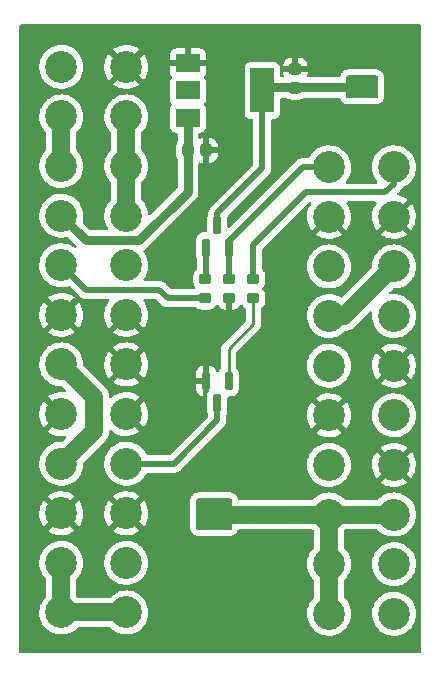
<source format=gbr>
%TF.GenerationSoftware,KiCad,Pcbnew,(6.0.7)*%
%TF.CreationDate,2023-01-08T00:03:09+11:00*%
%TF.ProjectId,Xbox_ATX,58626f78-5f41-4545-982e-6b696361645f,rev?*%
%TF.SameCoordinates,Original*%
%TF.FileFunction,Copper,L1,Top*%
%TF.FilePolarity,Positive*%
%FSLAX46Y46*%
G04 Gerber Fmt 4.6, Leading zero omitted, Abs format (unit mm)*
G04 Created by KiCad (PCBNEW (6.0.7)) date 2023-01-08 00:03:09*
%MOMM*%
%LPD*%
G01*
G04 APERTURE LIST*
G04 Aperture macros list*
%AMRoundRect*
0 Rectangle with rounded corners*
0 $1 Rounding radius*
0 $2 $3 $4 $5 $6 $7 $8 $9 X,Y pos of 4 corners*
0 Add a 4 corners polygon primitive as box body*
4,1,4,$2,$3,$4,$5,$6,$7,$8,$9,$2,$3,0*
0 Add four circle primitives for the rounded corners*
1,1,$1+$1,$2,$3*
1,1,$1+$1,$4,$5*
1,1,$1+$1,$6,$7*
1,1,$1+$1,$8,$9*
0 Add four rect primitives between the rounded corners*
20,1,$1+$1,$2,$3,$4,$5,0*
20,1,$1+$1,$4,$5,$6,$7,0*
20,1,$1+$1,$6,$7,$8,$9,0*
20,1,$1+$1,$8,$9,$2,$3,0*%
G04 Aperture macros list end*
%TA.AperFunction,SMDPad,CuDef*%
%ADD10RoundRect,0.250000X-0.250000X-0.275000X0.250000X-0.275000X0.250000X0.275000X-0.250000X0.275000X0*%
%TD*%
%TA.AperFunction,ComponentPad*%
%ADD11C,2.700000*%
%TD*%
%TA.AperFunction,SMDPad,CuDef*%
%ADD12RoundRect,0.175000X-0.175000X0.625000X-0.175000X-0.625000X0.175000X-0.625000X0.175000X0.625000X0*%
%TD*%
%TA.AperFunction,SMDPad,CuDef*%
%ADD13RoundRect,0.225000X0.275000X-0.225000X0.275000X0.225000X-0.275000X0.225000X-0.275000X-0.225000X0*%
%TD*%
%TA.AperFunction,SMDPad,CuDef*%
%ADD14RoundRect,0.175000X0.175000X-0.625000X0.175000X0.625000X-0.175000X0.625000X-0.175000X-0.625000X0*%
%TD*%
%TA.AperFunction,SMDPad,CuDef*%
%ADD15RoundRect,0.250000X-0.275000X0.250000X-0.275000X-0.250000X0.275000X-0.250000X0.275000X0.250000X0*%
%TD*%
%TA.AperFunction,SMDPad,CuDef*%
%ADD16RoundRect,0.225000X-0.275000X0.225000X-0.275000X-0.225000X0.275000X-0.225000X0.275000X0.225000X0*%
%TD*%
%TA.AperFunction,SMDPad,CuDef*%
%ADD17R,2.000000X1.500000*%
%TD*%
%TA.AperFunction,SMDPad,CuDef*%
%ADD18R,2.000000X3.800000*%
%TD*%
%TA.AperFunction,ViaPad*%
%ADD19C,0.800000*%
%TD*%
%TA.AperFunction,Conductor*%
%ADD20C,0.500000*%
%TD*%
%TA.AperFunction,Conductor*%
%ADD21C,0.250000*%
%TD*%
%TA.AperFunction,Conductor*%
%ADD22C,0.750000*%
%TD*%
%TA.AperFunction,Conductor*%
%ADD23C,1.500000*%
%TD*%
G04 APERTURE END LIST*
D10*
%TO.P,C1,1*%
%TO.N,5VSB*%
X160057800Y-83820000D03*
%TO.P,C1,2*%
%TO.N,GND*%
X161607800Y-83820000D03*
%TD*%
D11*
%TO.P,J1,1,+3.3V*%
%TO.N,3.3v*%
X149352000Y-122936000D03*
%TO.P,J1,2,+3.3V*%
X149352000Y-118736000D03*
%TO.P,J1,3,GND*%
%TO.N,GND*%
X149352000Y-114536000D03*
%TO.P,J1,4,+5V*%
%TO.N,5V*%
X149352000Y-110336000D03*
%TO.P,J1,5,GND*%
%TO.N,GND*%
X149352000Y-106136000D03*
%TO.P,J1,6,+5V*%
%TO.N,5V*%
X149352000Y-101936000D03*
%TO.P,J1,7,GND*%
%TO.N,GND*%
X149352000Y-97736000D03*
%TO.P,J1,8,PWR_OK*%
%TO.N,PWR_OK*%
X149352000Y-93536000D03*
%TO.P,J1,9,+5VSB*%
%TO.N,5VSB*%
X149352000Y-89336000D03*
%TO.P,J1,10,+12V*%
%TO.N,12V*%
X149352000Y-85136000D03*
%TO.P,J1,11,+12V*%
X149352000Y-80936000D03*
%TO.P,J1,12,+3.3V*%
%TO.N,3.3v*%
X149352000Y-76736000D03*
%TO.P,J1,13,+3.3V*%
X154852000Y-122936000D03*
%TO.P,J1,14,-12V*%
%TO.N,x*%
X154852000Y-118736000D03*
%TO.P,J1,15,GND*%
%TO.N,GND*%
X154852000Y-114536000D03*
%TO.P,J1,16,PS_ON#*%
%TO.N,PS_ON*%
X154852000Y-110336000D03*
%TO.P,J1,17,GND*%
%TO.N,GND*%
X154852000Y-106136000D03*
%TO.P,J1,18,GND*%
X154852000Y-101936000D03*
%TO.P,J1,19,GND*%
X154852000Y-97736000D03*
%TO.P,J1,20,NC*%
%TO.N,x*%
X154852000Y-93536000D03*
%TO.P,J1,21,+5V*%
%TO.N,5V*%
X154852000Y-89336000D03*
%TO.P,J1,22,+5V*%
X154852000Y-85136000D03*
%TO.P,J1,23,+5V*%
X154852000Y-80936000D03*
%TO.P,J1,24,GND*%
%TO.N,GND*%
X154852000Y-76736000D03*
%TD*%
%TO.P,J2,1,Pin_1*%
%TO.N,5V*%
X172010000Y-123040000D03*
%TO.P,J2,2,Pin_2*%
X172010000Y-118840000D03*
%TO.P,J2,3,Pin_3*%
X172010000Y-114640000D03*
%TO.P,J2,4,Pin_4*%
%TO.N,x*%
X172010000Y-110440000D03*
%TO.P,J2,5,Pin_5*%
%TO.N,GND*%
X172010000Y-106240000D03*
%TO.P,J2,6,Pin_6*%
%TO.N,x*%
X172010000Y-102040000D03*
%TO.P,J2,7,Pin_7*%
%TO.N,3.3v*%
X172010000Y-97840000D03*
%TO.P,J2,8,Pin_8*%
%TO.N,x*%
X172010000Y-93640000D03*
%TO.P,J2,9,Pin_9*%
%TO.N,GND*%
X172010000Y-89440000D03*
%TO.P,J2,10,Pin_10*%
%TO.N,Power_ON*%
X172010000Y-85240000D03*
%TO.P,J2,11,Pin_11*%
%TO.N,12V*%
X177510000Y-123040000D03*
%TO.P,J2,12,Pin_12*%
%TO.N,x*%
X177510000Y-118840000D03*
%TO.P,J2,13,Pin_13*%
%TO.N,5V*%
X177510000Y-114640000D03*
%TO.P,J2,14,Pin_14*%
%TO.N,GND*%
X177510000Y-110440000D03*
%TO.P,J2,15,Pin_15*%
%TO.N,3v3SB*%
X177510000Y-106240000D03*
%TO.P,J2,16,Pin_16*%
%TO.N,GND*%
X177510000Y-102040000D03*
%TO.P,J2,17,Pin_17*%
%TO.N,x*%
X177510000Y-97840000D03*
%TO.P,J2,18,Pin_18*%
%TO.N,3.3v*%
X177510000Y-93640000D03*
%TO.P,J2,19,Pin_19*%
%TO.N,GND*%
X177510000Y-89440000D03*
%TO.P,J2,20,Pin_20*%
%TO.N,Power_OK*%
X177510000Y-85240000D03*
%TD*%
D12*
%TO.P,Q1,1,B*%
%TO.N,Net-(Q1-Pad1)*%
X163510000Y-103329500D03*
%TO.P,Q1,2,E*%
%TO.N,GND*%
X161610000Y-103329500D03*
%TO.P,Q1,3,C*%
%TO.N,PS_ON*%
X162560000Y-105204500D03*
%TD*%
D13*
%TO.P,R1,1*%
%TO.N,Net-(Q1-Pad1)*%
X165608000Y-96329000D03*
%TO.P,R1,2*%
%TO.N,Power_OK*%
X165608000Y-94679000D03*
%TD*%
D14*
%TO.P,Q2,1,B*%
%TO.N,Net-(R3-Pad2)*%
X161610000Y-92045000D03*
%TO.P,Q2,2,E*%
%TO.N,Power_ON*%
X163510000Y-92045000D03*
%TO.P,Q2,3,C*%
%TO.N,3v3SB*%
X162560000Y-90170000D03*
%TD*%
D13*
%TO.P,R3,1*%
%TO.N,PWR_OK*%
X161544000Y-96329000D03*
%TO.P,R3,2*%
%TO.N,Net-(R3-Pad2)*%
X161544000Y-94679000D03*
%TD*%
D15*
%TO.P,C2,1*%
%TO.N,GND*%
X169164000Y-76949000D03*
%TO.P,C2,2*%
%TO.N,3v3SB*%
X169164000Y-78499000D03*
%TD*%
D16*
%TO.P,R2,1*%
%TO.N,Power_ON*%
X163576000Y-94679000D03*
%TO.P,R2,2*%
%TO.N,GND*%
X163576000Y-96329000D03*
%TD*%
D17*
%TO.P,U1,1,GND*%
%TO.N,GND*%
X160070000Y-76440000D03*
D18*
%TO.P,U1,2,VO*%
%TO.N,3v3SB*%
X166370000Y-78740000D03*
D17*
X160070000Y-78740000D03*
%TO.P,U1,3,VI*%
%TO.N,5VSB*%
X160070000Y-81040000D03*
%TD*%
D19*
%TO.N,5V*%
X162255200Y-115468400D03*
X163271200Y-115468400D03*
X161290000Y-113741200D03*
X163271200Y-113741200D03*
X163271200Y-114604800D03*
X161239200Y-114604800D03*
X162255200Y-114604800D03*
X162255200Y-113741200D03*
X161239200Y-115468400D03*
%TO.N,3v3SB*%
X173939200Y-78892400D03*
X175666400Y-77978000D03*
X174802800Y-77978000D03*
X175666400Y-78892400D03*
X173939200Y-77978000D03*
X174802800Y-78892400D03*
%TD*%
D20*
%TO.N,3v3SB*%
X162560000Y-89154000D02*
X162560000Y-90170000D01*
X166370000Y-85344000D02*
X162560000Y-89154000D01*
X166370000Y-78486000D02*
X166370000Y-85344000D01*
D21*
%TO.N,Net-(Q1-Pad1)*%
X165608000Y-98552000D02*
X165608000Y-96329000D01*
X163510000Y-100650000D02*
X165608000Y-98552000D01*
X163510000Y-103329500D02*
X163510000Y-100650000D01*
D20*
%TO.N,Power_ON*%
X163510000Y-94745000D02*
X163510000Y-92377500D01*
D21*
X172010000Y-85240000D02*
X170647500Y-85240000D01*
D20*
X163510000Y-91506000D02*
X163510000Y-92377500D01*
X170647500Y-85240000D02*
X169776000Y-85240000D01*
X169776000Y-85240000D02*
X163510000Y-91506000D01*
%TO.N,Power_OK*%
X170053000Y-87376000D02*
X165608000Y-91821000D01*
X176784000Y-87376000D02*
X170053000Y-87376000D01*
X177510000Y-85344000D02*
X177510000Y-86650000D01*
X165608000Y-91821000D02*
X165608000Y-94679000D01*
X177510000Y-86650000D02*
X176784000Y-87376000D01*
D21*
X177510000Y-85344000D02*
X177510000Y-85240000D01*
D20*
%TO.N,PWR_OK*%
X151447000Y-95631000D02*
X157657800Y-95631000D01*
X149352000Y-93536000D02*
X151447000Y-95631000D01*
X157657800Y-95631000D02*
X158355800Y-96329000D01*
X158355800Y-96329000D02*
X161544000Y-96329000D01*
%TO.N,PS_ON*%
X158904000Y-110336000D02*
X162560000Y-106680000D01*
X154852000Y-110336000D02*
X158904000Y-110336000D01*
X162560000Y-106680000D02*
X162560000Y-105204500D01*
D21*
%TO.N,Net-(R3-Pad2)*%
X161610000Y-94613000D02*
X161544000Y-94679000D01*
D20*
X161610000Y-92045000D02*
X161610000Y-94613000D01*
D22*
%TO.N,5VSB*%
X151456000Y-91440000D02*
X149352000Y-89336000D01*
X155956000Y-91440000D02*
X160070000Y-87326000D01*
X160070000Y-84118000D02*
X160070000Y-81040000D01*
X155448000Y-91440000D02*
X151456000Y-91440000D01*
X155194000Y-91440000D02*
X155956000Y-91440000D01*
X160070000Y-87326000D02*
X160070000Y-83108000D01*
D23*
%TO.N,5V*%
X152146000Y-104730000D02*
X149352000Y-101936000D01*
X172010000Y-123040000D02*
X172010000Y-114640000D01*
X152146000Y-107542000D02*
X152146000Y-104730000D01*
X149352000Y-110336000D02*
X152146000Y-107542000D01*
X154852000Y-80936000D02*
X154852000Y-89336000D01*
X177510000Y-114640000D02*
X172010000Y-114640000D01*
X162290400Y-114640000D02*
X172010000Y-114640000D01*
X162255200Y-114604800D02*
X162290400Y-114640000D01*
D22*
%TO.N,3v3SB*%
X175666400Y-77978000D02*
X175158400Y-78486000D01*
X175158400Y-78486000D02*
X166370000Y-78486000D01*
D23*
%TO.N,3.3v*%
X173310000Y-97840000D02*
X172010000Y-97840000D01*
X177510000Y-93640000D02*
X173310000Y-97840000D01*
X149352000Y-122936000D02*
X149352000Y-118736000D01*
X154852000Y-122936000D02*
X149352000Y-122936000D01*
%TO.N,12V*%
X149352000Y-80936000D02*
X149352000Y-85136000D01*
%TD*%
%TA.AperFunction,Conductor*%
%TO.N,5V*%
G36*
X163721321Y-113304002D02*
G01*
X163767814Y-113357658D01*
X163779200Y-113410000D01*
X163779200Y-115799600D01*
X163759198Y-115867721D01*
X163705542Y-115914214D01*
X163653200Y-115925600D01*
X160908000Y-115925600D01*
X160839879Y-115905598D01*
X160793386Y-115851942D01*
X160782000Y-115799600D01*
X160782000Y-113410000D01*
X160802002Y-113341879D01*
X160855658Y-113295386D01*
X160908000Y-113284000D01*
X163653200Y-113284000D01*
X163721321Y-113304002D01*
G37*
%TD.AperFunction*%
%TD*%
%TA.AperFunction,Conductor*%
%TO.N,GND*%
G36*
X179773621Y-73172502D02*
G01*
X179820114Y-73226158D01*
X179831500Y-73278500D01*
X179831500Y-126238500D01*
X179811498Y-126306621D01*
X179757842Y-126353114D01*
X179705500Y-126364500D01*
X145922500Y-126364500D01*
X145854379Y-126344498D01*
X145807886Y-126290842D01*
X145796500Y-126238500D01*
X145796500Y-122877474D01*
X147489672Y-122877474D01*
X147500005Y-123140462D01*
X147547290Y-123399371D01*
X147630584Y-123649034D01*
X147632577Y-123653022D01*
X147709950Y-123807869D01*
X147748225Y-123884470D01*
X147750754Y-123888129D01*
X147820104Y-123988470D01*
X147897865Y-124100982D01*
X148076520Y-124294249D01*
X148280623Y-124460415D01*
X148284431Y-124462708D01*
X148284433Y-124462709D01*
X148502288Y-124593868D01*
X148502292Y-124593870D01*
X148506104Y-124596165D01*
X148642026Y-124653721D01*
X148744359Y-124697054D01*
X148744364Y-124697056D01*
X148748462Y-124698791D01*
X148752760Y-124699930D01*
X148752764Y-124699932D01*
X148875662Y-124732518D01*
X149002862Y-124766244D01*
X149264229Y-124797179D01*
X149527347Y-124790978D01*
X149531745Y-124790246D01*
X149782576Y-124748496D01*
X149782580Y-124748495D01*
X149786966Y-124747765D01*
X149791207Y-124746424D01*
X149791210Y-124746423D01*
X150033661Y-124669746D01*
X150033663Y-124669745D01*
X150037907Y-124668403D01*
X150041918Y-124666477D01*
X150041923Y-124666475D01*
X150271143Y-124556405D01*
X150271144Y-124556404D01*
X150275162Y-124554475D01*
X150385187Y-124480958D01*
X150490289Y-124410732D01*
X150490293Y-124410729D01*
X150493997Y-124408254D01*
X150497314Y-124405283D01*
X150497318Y-124405280D01*
X150686730Y-124235628D01*
X150690047Y-124232657D01*
X150690331Y-124232319D01*
X150751226Y-124197815D01*
X150779940Y-124194500D01*
X153429199Y-124194500D01*
X153497320Y-124214502D01*
X153521724Y-124234971D01*
X153576520Y-124294249D01*
X153780623Y-124460415D01*
X153784431Y-124462708D01*
X153784433Y-124462709D01*
X154002288Y-124593868D01*
X154002292Y-124593870D01*
X154006104Y-124596165D01*
X154142026Y-124653721D01*
X154244359Y-124697054D01*
X154244364Y-124697056D01*
X154248462Y-124698791D01*
X154252760Y-124699930D01*
X154252764Y-124699932D01*
X154375662Y-124732518D01*
X154502862Y-124766244D01*
X154764229Y-124797179D01*
X155027347Y-124790978D01*
X155031745Y-124790246D01*
X155282576Y-124748496D01*
X155282580Y-124748495D01*
X155286966Y-124747765D01*
X155291207Y-124746424D01*
X155291210Y-124746423D01*
X155533661Y-124669746D01*
X155533663Y-124669745D01*
X155537907Y-124668403D01*
X155541918Y-124666477D01*
X155541923Y-124666475D01*
X155771143Y-124556405D01*
X155771144Y-124556404D01*
X155775162Y-124554475D01*
X155885187Y-124480958D01*
X155990289Y-124410732D01*
X155990293Y-124410729D01*
X155993997Y-124408254D01*
X155997314Y-124405283D01*
X155997318Y-124405280D01*
X156186729Y-124235629D01*
X156186730Y-124235628D01*
X156190047Y-124232657D01*
X156359398Y-124031189D01*
X156383759Y-123992129D01*
X156496320Y-123811643D01*
X156498674Y-123807869D01*
X156557318Y-123675219D01*
X156603295Y-123571219D01*
X156605093Y-123567152D01*
X156676534Y-123313843D01*
X156685853Y-123244462D01*
X156711143Y-123056176D01*
X156711144Y-123056168D01*
X156711570Y-123052994D01*
X156715247Y-122936000D01*
X156696659Y-122673466D01*
X156685167Y-122620085D01*
X156642201Y-122420523D01*
X156641264Y-122416171D01*
X156622218Y-122364543D01*
X156551710Y-122173424D01*
X156550169Y-122169247D01*
X156456988Y-121996552D01*
X156427304Y-121941538D01*
X156425191Y-121937622D01*
X156268824Y-121725918D01*
X156249088Y-121705869D01*
X156146593Y-121601752D01*
X156084187Y-121538358D01*
X156080647Y-121535657D01*
X156080641Y-121535651D01*
X155878506Y-121381386D01*
X155878502Y-121381383D01*
X155874965Y-121378684D01*
X155645332Y-121250084D01*
X155399870Y-121155122D01*
X155395545Y-121154119D01*
X155395540Y-121154118D01*
X155254794Y-121121495D01*
X155143476Y-121095693D01*
X154881267Y-121072983D01*
X154876832Y-121073227D01*
X154876828Y-121073227D01*
X154622916Y-121087200D01*
X154622909Y-121087201D01*
X154618473Y-121087445D01*
X154490369Y-121112927D01*
X154364711Y-121137921D01*
X154364706Y-121137922D01*
X154360339Y-121138791D01*
X154356136Y-121140267D01*
X154116223Y-121224518D01*
X154116220Y-121224519D01*
X154112015Y-121225996D01*
X154108062Y-121228049D01*
X154108056Y-121228052D01*
X154048245Y-121259122D01*
X153878456Y-121347321D01*
X153874841Y-121349904D01*
X153874835Y-121349908D01*
X153771585Y-121423692D01*
X153664322Y-121500344D01*
X153661095Y-121503422D01*
X153661093Y-121503424D01*
X153515125Y-121642670D01*
X153452029Y-121675217D01*
X153428154Y-121677500D01*
X150773932Y-121677500D01*
X150705811Y-121657498D01*
X150684144Y-121639897D01*
X150646707Y-121601868D01*
X150613173Y-121539292D01*
X150610500Y-121513476D01*
X150610500Y-120160202D01*
X150630502Y-120092081D01*
X150652435Y-120066345D01*
X150686729Y-120035629D01*
X150686730Y-120035628D01*
X150690047Y-120032657D01*
X150859398Y-119831189D01*
X150883759Y-119792129D01*
X150996320Y-119611643D01*
X150998674Y-119607869D01*
X151057318Y-119475219D01*
X151103295Y-119371219D01*
X151105093Y-119367152D01*
X151176534Y-119113843D01*
X151185853Y-119044462D01*
X151211143Y-118856176D01*
X151211144Y-118856168D01*
X151211570Y-118852994D01*
X151215247Y-118736000D01*
X151211103Y-118677474D01*
X152989672Y-118677474D01*
X153000005Y-118940462D01*
X153047290Y-119199371D01*
X153130584Y-119449034D01*
X153132577Y-119453022D01*
X153209950Y-119607869D01*
X153248225Y-119684470D01*
X153250754Y-119688129D01*
X153320104Y-119788470D01*
X153397865Y-119900982D01*
X153576520Y-120094249D01*
X153780623Y-120260415D01*
X153784431Y-120262708D01*
X153784433Y-120262709D01*
X154002288Y-120393868D01*
X154002292Y-120393870D01*
X154006104Y-120396165D01*
X154142026Y-120453721D01*
X154244359Y-120497054D01*
X154244364Y-120497056D01*
X154248462Y-120498791D01*
X154252760Y-120499930D01*
X154252764Y-120499932D01*
X154375662Y-120532517D01*
X154502862Y-120566244D01*
X154764229Y-120597179D01*
X155027347Y-120590978D01*
X155031745Y-120590246D01*
X155282576Y-120548496D01*
X155282580Y-120548495D01*
X155286966Y-120547765D01*
X155291207Y-120546424D01*
X155291210Y-120546423D01*
X155533661Y-120469746D01*
X155533663Y-120469745D01*
X155537907Y-120468403D01*
X155541918Y-120466477D01*
X155541923Y-120466475D01*
X155771143Y-120356405D01*
X155771144Y-120356404D01*
X155775162Y-120354475D01*
X155910265Y-120264202D01*
X155990289Y-120210732D01*
X155990293Y-120210729D01*
X155993997Y-120208254D01*
X155997314Y-120205283D01*
X155997318Y-120205280D01*
X156186729Y-120035629D01*
X156186730Y-120035628D01*
X156190047Y-120032657D01*
X156359398Y-119831189D01*
X156383759Y-119792129D01*
X156496320Y-119611643D01*
X156498674Y-119607869D01*
X156557318Y-119475219D01*
X156603295Y-119371219D01*
X156605093Y-119367152D01*
X156676534Y-119113843D01*
X156685853Y-119044462D01*
X156711143Y-118856176D01*
X156711144Y-118856168D01*
X156711570Y-118852994D01*
X156715247Y-118736000D01*
X156696659Y-118473466D01*
X156685167Y-118420085D01*
X156642201Y-118220523D01*
X156641264Y-118216171D01*
X156622218Y-118164543D01*
X156551710Y-117973424D01*
X156550169Y-117969247D01*
X156456988Y-117796552D01*
X156427304Y-117741538D01*
X156425191Y-117737622D01*
X156268824Y-117525918D01*
X156249088Y-117505869D01*
X156087318Y-117341539D01*
X156084187Y-117338358D01*
X156080647Y-117335657D01*
X156080641Y-117335651D01*
X155878506Y-117181386D01*
X155878502Y-117181383D01*
X155874965Y-117178684D01*
X155645332Y-117050084D01*
X155399870Y-116955122D01*
X155395545Y-116954119D01*
X155395540Y-116954118D01*
X155254794Y-116921495D01*
X155143476Y-116895693D01*
X154881267Y-116872983D01*
X154876832Y-116873227D01*
X154876828Y-116873227D01*
X154622916Y-116887200D01*
X154622909Y-116887201D01*
X154618473Y-116887445D01*
X154490369Y-116912927D01*
X154364711Y-116937921D01*
X154364706Y-116937922D01*
X154360339Y-116938791D01*
X154356136Y-116940267D01*
X154116223Y-117024518D01*
X154116220Y-117024519D01*
X154112015Y-117025996D01*
X154108062Y-117028049D01*
X154108056Y-117028052D01*
X154048245Y-117059122D01*
X153878456Y-117147321D01*
X153874841Y-117149904D01*
X153874835Y-117149908D01*
X153771585Y-117223692D01*
X153664322Y-117300344D01*
X153661095Y-117303422D01*
X153661093Y-117303424D01*
X153484479Y-117471905D01*
X153473885Y-117482011D01*
X153310945Y-117688700D01*
X153282529Y-117737622D01*
X153180987Y-117912438D01*
X153180984Y-117912444D01*
X153178753Y-117916285D01*
X153079947Y-118160225D01*
X153078876Y-118164538D01*
X153078874Y-118164543D01*
X153041255Y-118315990D01*
X153016498Y-118415654D01*
X152989672Y-118677474D01*
X151211103Y-118677474D01*
X151196659Y-118473466D01*
X151185167Y-118420085D01*
X151142201Y-118220523D01*
X151141264Y-118216171D01*
X151122218Y-118164543D01*
X151051710Y-117973424D01*
X151050169Y-117969247D01*
X150956988Y-117796552D01*
X150927304Y-117741538D01*
X150925191Y-117737622D01*
X150768824Y-117525918D01*
X150749088Y-117505869D01*
X150587318Y-117341539D01*
X150584187Y-117338358D01*
X150580647Y-117335657D01*
X150580641Y-117335651D01*
X150378506Y-117181386D01*
X150378502Y-117181383D01*
X150374965Y-117178684D01*
X150145332Y-117050084D01*
X149899870Y-116955122D01*
X149895545Y-116954119D01*
X149895540Y-116954118D01*
X149754794Y-116921495D01*
X149643476Y-116895693D01*
X149381267Y-116872983D01*
X149376832Y-116873227D01*
X149376828Y-116873227D01*
X149122916Y-116887200D01*
X149122909Y-116887201D01*
X149118473Y-116887445D01*
X148990369Y-116912927D01*
X148864711Y-116937921D01*
X148864706Y-116937922D01*
X148860339Y-116938791D01*
X148856136Y-116940267D01*
X148616223Y-117024518D01*
X148616220Y-117024519D01*
X148612015Y-117025996D01*
X148608062Y-117028049D01*
X148608056Y-117028052D01*
X148548245Y-117059122D01*
X148378456Y-117147321D01*
X148374841Y-117149904D01*
X148374835Y-117149908D01*
X148271585Y-117223692D01*
X148164322Y-117300344D01*
X148161095Y-117303422D01*
X148161093Y-117303424D01*
X147984479Y-117471905D01*
X147973885Y-117482011D01*
X147810945Y-117688700D01*
X147782529Y-117737622D01*
X147680987Y-117912438D01*
X147680984Y-117912444D01*
X147678753Y-117916285D01*
X147579947Y-118160225D01*
X147578876Y-118164538D01*
X147578874Y-118164543D01*
X147541255Y-118315990D01*
X147516498Y-118415654D01*
X147489672Y-118677474D01*
X147500005Y-118940462D01*
X147547290Y-119199371D01*
X147630584Y-119449034D01*
X147632577Y-119453022D01*
X147709950Y-119607869D01*
X147748225Y-119684470D01*
X147750754Y-119688129D01*
X147820104Y-119788470D01*
X147897865Y-119900982D01*
X148016431Y-120029245D01*
X148060024Y-120076404D01*
X148091577Y-120140004D01*
X148093500Y-120161933D01*
X148093500Y-121513966D01*
X148073498Y-121582087D01*
X148054474Y-121605134D01*
X147973885Y-121682011D01*
X147810945Y-121888700D01*
X147782529Y-121937622D01*
X147680987Y-122112438D01*
X147680984Y-122112444D01*
X147678753Y-122116285D01*
X147579947Y-122360225D01*
X147578876Y-122364538D01*
X147578874Y-122364543D01*
X147541255Y-122515990D01*
X147516498Y-122615654D01*
X147489672Y-122877474D01*
X145796500Y-122877474D01*
X145796500Y-116018263D01*
X148234904Y-116018263D01*
X148242294Y-116028566D01*
X148277455Y-116057192D01*
X148284731Y-116062305D01*
X148502514Y-116193421D01*
X148510428Y-116197454D01*
X148744523Y-116296581D01*
X148752928Y-116299458D01*
X148998650Y-116364610D01*
X149007382Y-116366276D01*
X149259835Y-116396155D01*
X149268703Y-116396573D01*
X149522843Y-116390584D01*
X149531698Y-116389747D01*
X149782459Y-116348009D01*
X149791093Y-116345936D01*
X150033477Y-116269280D01*
X150041739Y-116266009D01*
X150270895Y-116155970D01*
X150278619Y-116151564D01*
X150461218Y-116029556D01*
X150469506Y-116019638D01*
X150468802Y-116018263D01*
X153734904Y-116018263D01*
X153742294Y-116028566D01*
X153777455Y-116057192D01*
X153784731Y-116062305D01*
X154002514Y-116193421D01*
X154010428Y-116197454D01*
X154244523Y-116296581D01*
X154252928Y-116299458D01*
X154498650Y-116364610D01*
X154507382Y-116366276D01*
X154759835Y-116396155D01*
X154768703Y-116396573D01*
X155022843Y-116390584D01*
X155031698Y-116389747D01*
X155282459Y-116348009D01*
X155291093Y-116345936D01*
X155533477Y-116269280D01*
X155541739Y-116266009D01*
X155770895Y-116155970D01*
X155778619Y-116151564D01*
X155961218Y-116029556D01*
X155969506Y-116019638D01*
X155962249Y-116005459D01*
X155756390Y-115799600D01*
X160268500Y-115799600D01*
X160268860Y-115802946D01*
X160268860Y-115802951D01*
X160279489Y-115901815D01*
X160280234Y-115908749D01*
X160280952Y-115912049D01*
X160280952Y-115912050D01*
X160287961Y-115944269D01*
X160291620Y-115961091D01*
X160326290Y-116065257D01*
X160405308Y-116188212D01*
X160408250Y-116191607D01*
X160408252Y-116191610D01*
X160413316Y-116197454D01*
X160451801Y-116241868D01*
X160455194Y-116244808D01*
X160555450Y-116331681D01*
X160555453Y-116331683D01*
X160562261Y-116337582D01*
X160695210Y-116398298D01*
X160710512Y-116402791D01*
X160759008Y-116417031D01*
X160759012Y-116417032D01*
X160763331Y-116418300D01*
X160767780Y-116418940D01*
X160767786Y-116418941D01*
X160903553Y-116438461D01*
X160903558Y-116438461D01*
X160908000Y-116439100D01*
X163653200Y-116439100D01*
X163656546Y-116438740D01*
X163656551Y-116438740D01*
X163758985Y-116427728D01*
X163758992Y-116427727D01*
X163762349Y-116427366D01*
X163765650Y-116426648D01*
X163811410Y-116416694D01*
X163811415Y-116416693D01*
X163814691Y-116415980D01*
X163918857Y-116381310D01*
X164041812Y-116302292D01*
X164095468Y-116255799D01*
X164110479Y-116238475D01*
X164185281Y-116152150D01*
X164185283Y-116152147D01*
X164191182Y-116145339D01*
X164251898Y-116012390D01*
X164258766Y-115989000D01*
X164297147Y-115929277D01*
X164361728Y-115899783D01*
X164379661Y-115898500D01*
X170587199Y-115898500D01*
X170655320Y-115918502D01*
X170679724Y-115938971D01*
X170718025Y-115980405D01*
X170749577Y-116044005D01*
X170751500Y-116065934D01*
X170751500Y-117417966D01*
X170731498Y-117486087D01*
X170712474Y-117509134D01*
X170631885Y-117586011D01*
X170468945Y-117792700D01*
X170440529Y-117841622D01*
X170338987Y-118016438D01*
X170338984Y-118016444D01*
X170336753Y-118020285D01*
X170335083Y-118024408D01*
X170281743Y-118156099D01*
X170237947Y-118264225D01*
X170174498Y-118519654D01*
X170147672Y-118781474D01*
X170158005Y-119044462D01*
X170205290Y-119303371D01*
X170288584Y-119553034D01*
X170290577Y-119557022D01*
X170367950Y-119711869D01*
X170406225Y-119788470D01*
X170555865Y-120004982D01*
X170647309Y-120103905D01*
X170718024Y-120180404D01*
X170749577Y-120244004D01*
X170751500Y-120265933D01*
X170751500Y-121617966D01*
X170731498Y-121686087D01*
X170712474Y-121709134D01*
X170631885Y-121786011D01*
X170468945Y-121992700D01*
X170440529Y-122041622D01*
X170338987Y-122216438D01*
X170338984Y-122216444D01*
X170336753Y-122220285D01*
X170335083Y-122224408D01*
X170281743Y-122356099D01*
X170237947Y-122464225D01*
X170174498Y-122719654D01*
X170147672Y-122981474D01*
X170158005Y-123244462D01*
X170205290Y-123503371D01*
X170288584Y-123753034D01*
X170290577Y-123757022D01*
X170367950Y-123911869D01*
X170406225Y-123988470D01*
X170408754Y-123992129D01*
X170550912Y-124197815D01*
X170555865Y-124204982D01*
X170734520Y-124398249D01*
X170938623Y-124564415D01*
X170942431Y-124566708D01*
X170942433Y-124566709D01*
X171160288Y-124697868D01*
X171160292Y-124697870D01*
X171164104Y-124700165D01*
X171276515Y-124747765D01*
X171402359Y-124801054D01*
X171402364Y-124801056D01*
X171406462Y-124802791D01*
X171410760Y-124803930D01*
X171410764Y-124803932D01*
X171533662Y-124836517D01*
X171660862Y-124870244D01*
X171922229Y-124901179D01*
X172185347Y-124894978D01*
X172189745Y-124894246D01*
X172440576Y-124852496D01*
X172440580Y-124852495D01*
X172444966Y-124851765D01*
X172449207Y-124850424D01*
X172449210Y-124850423D01*
X172691661Y-124773746D01*
X172691663Y-124773745D01*
X172695907Y-124772403D01*
X172699918Y-124770477D01*
X172699923Y-124770475D01*
X172929143Y-124660405D01*
X172929144Y-124660404D01*
X172933162Y-124658475D01*
X173043187Y-124584958D01*
X173148289Y-124514732D01*
X173148293Y-124514729D01*
X173151997Y-124512254D01*
X173155314Y-124509283D01*
X173155318Y-124509280D01*
X173344729Y-124339629D01*
X173344730Y-124339628D01*
X173348047Y-124336657D01*
X173517398Y-124135189D01*
X173536689Y-124104258D01*
X173654320Y-123915643D01*
X173656674Y-123911869D01*
X173667170Y-123888129D01*
X173761295Y-123675219D01*
X173763093Y-123671152D01*
X173834534Y-123417843D01*
X173849095Y-123309435D01*
X173869143Y-123160176D01*
X173869144Y-123160168D01*
X173869570Y-123156994D01*
X173870090Y-123140462D01*
X173873146Y-123043222D01*
X173873146Y-123043217D01*
X173873247Y-123040000D01*
X173869103Y-122981474D01*
X175647672Y-122981474D01*
X175658005Y-123244462D01*
X175705290Y-123503371D01*
X175788584Y-123753034D01*
X175790577Y-123757022D01*
X175867950Y-123911869D01*
X175906225Y-123988470D01*
X175908754Y-123992129D01*
X176050912Y-124197815D01*
X176055865Y-124204982D01*
X176234520Y-124398249D01*
X176438623Y-124564415D01*
X176442431Y-124566708D01*
X176442433Y-124566709D01*
X176660288Y-124697868D01*
X176660292Y-124697870D01*
X176664104Y-124700165D01*
X176776515Y-124747765D01*
X176902359Y-124801054D01*
X176902364Y-124801056D01*
X176906462Y-124802791D01*
X176910760Y-124803930D01*
X176910764Y-124803932D01*
X177033662Y-124836517D01*
X177160862Y-124870244D01*
X177422229Y-124901179D01*
X177685347Y-124894978D01*
X177689745Y-124894246D01*
X177940576Y-124852496D01*
X177940580Y-124852495D01*
X177944966Y-124851765D01*
X177949207Y-124850424D01*
X177949210Y-124850423D01*
X178191661Y-124773746D01*
X178191663Y-124773745D01*
X178195907Y-124772403D01*
X178199918Y-124770477D01*
X178199923Y-124770475D01*
X178429143Y-124660405D01*
X178429144Y-124660404D01*
X178433162Y-124658475D01*
X178543187Y-124584958D01*
X178648289Y-124514732D01*
X178648293Y-124514729D01*
X178651997Y-124512254D01*
X178655314Y-124509283D01*
X178655318Y-124509280D01*
X178844729Y-124339629D01*
X178844730Y-124339628D01*
X178848047Y-124336657D01*
X179017398Y-124135189D01*
X179036689Y-124104258D01*
X179154320Y-123915643D01*
X179156674Y-123911869D01*
X179167170Y-123888129D01*
X179261295Y-123675219D01*
X179263093Y-123671152D01*
X179334534Y-123417843D01*
X179349095Y-123309435D01*
X179369143Y-123160176D01*
X179369144Y-123160168D01*
X179369570Y-123156994D01*
X179370090Y-123140462D01*
X179373146Y-123043222D01*
X179373146Y-123043217D01*
X179373247Y-123040000D01*
X179354659Y-122777466D01*
X179343167Y-122724085D01*
X179300201Y-122524523D01*
X179299264Y-122520171D01*
X179280218Y-122468543D01*
X179209710Y-122277424D01*
X179208169Y-122273247D01*
X179177517Y-122216438D01*
X179085304Y-122045538D01*
X179083191Y-122041622D01*
X178926824Y-121829918D01*
X178742187Y-121642358D01*
X178738647Y-121639657D01*
X178738641Y-121639651D01*
X178536506Y-121485386D01*
X178536502Y-121485383D01*
X178532965Y-121482684D01*
X178303332Y-121354084D01*
X178057870Y-121259122D01*
X178053545Y-121258119D01*
X178053540Y-121258118D01*
X177908578Y-121224518D01*
X177801476Y-121199693D01*
X177539267Y-121176983D01*
X177534832Y-121177227D01*
X177534828Y-121177227D01*
X177280916Y-121191200D01*
X177280909Y-121191201D01*
X177276473Y-121191445D01*
X177148369Y-121216927D01*
X177022711Y-121241921D01*
X177022706Y-121241922D01*
X177018339Y-121242791D01*
X177014136Y-121244267D01*
X176774223Y-121328518D01*
X176774220Y-121328519D01*
X176770015Y-121329996D01*
X176766062Y-121332049D01*
X176766056Y-121332052D01*
X176634615Y-121400331D01*
X176536456Y-121451321D01*
X176532841Y-121453904D01*
X176532835Y-121453908D01*
X176471482Y-121497752D01*
X176322322Y-121604344D01*
X176319095Y-121607422D01*
X176319093Y-121607424D01*
X176191114Y-121729510D01*
X176131885Y-121786011D01*
X175968945Y-121992700D01*
X175940529Y-122041622D01*
X175838987Y-122216438D01*
X175838984Y-122216444D01*
X175836753Y-122220285D01*
X175835083Y-122224408D01*
X175781743Y-122356099D01*
X175737947Y-122464225D01*
X175674498Y-122719654D01*
X175647672Y-122981474D01*
X173869103Y-122981474D01*
X173854659Y-122777466D01*
X173843167Y-122724085D01*
X173800201Y-122524523D01*
X173799264Y-122520171D01*
X173780218Y-122468543D01*
X173709710Y-122277424D01*
X173708169Y-122273247D01*
X173677517Y-122216438D01*
X173585304Y-122045538D01*
X173583191Y-122041622D01*
X173426824Y-121829918D01*
X173324445Y-121725918D01*
X173304708Y-121705869D01*
X173271173Y-121643292D01*
X173268500Y-121617476D01*
X173268500Y-120264202D01*
X173288502Y-120196081D01*
X173310435Y-120170345D01*
X173344729Y-120139629D01*
X173344730Y-120139628D01*
X173348047Y-120136657D01*
X173517398Y-119935189D01*
X173536689Y-119904258D01*
X173654320Y-119715643D01*
X173656674Y-119711869D01*
X173667170Y-119688129D01*
X173761295Y-119475219D01*
X173763093Y-119471152D01*
X173834534Y-119217843D01*
X173849095Y-119109435D01*
X173869143Y-118960176D01*
X173869144Y-118960168D01*
X173869570Y-118956994D01*
X173870090Y-118940462D01*
X173873146Y-118843222D01*
X173873146Y-118843217D01*
X173873247Y-118840000D01*
X173869103Y-118781474D01*
X175647672Y-118781474D01*
X175658005Y-119044462D01*
X175705290Y-119303371D01*
X175788584Y-119553034D01*
X175790577Y-119557022D01*
X175867950Y-119711869D01*
X175906225Y-119788470D01*
X176055865Y-120004982D01*
X176234520Y-120198249D01*
X176438623Y-120364415D01*
X176442431Y-120366708D01*
X176442433Y-120366709D01*
X176660288Y-120497868D01*
X176660292Y-120497870D01*
X176664104Y-120500165D01*
X176776515Y-120547765D01*
X176902359Y-120601054D01*
X176902364Y-120601056D01*
X176906462Y-120602791D01*
X176910760Y-120603930D01*
X176910764Y-120603932D01*
X177033662Y-120636517D01*
X177160862Y-120670244D01*
X177422229Y-120701179D01*
X177685347Y-120694978D01*
X177689745Y-120694246D01*
X177940576Y-120652496D01*
X177940580Y-120652495D01*
X177944966Y-120651765D01*
X177949207Y-120650424D01*
X177949210Y-120650423D01*
X178191661Y-120573746D01*
X178191663Y-120573745D01*
X178195907Y-120572403D01*
X178199918Y-120570477D01*
X178199923Y-120570475D01*
X178429143Y-120460405D01*
X178429144Y-120460404D01*
X178433162Y-120458475D01*
X178543187Y-120384958D01*
X178648289Y-120314732D01*
X178648293Y-120314729D01*
X178651997Y-120312254D01*
X178655314Y-120309283D01*
X178655318Y-120309280D01*
X178844729Y-120139629D01*
X178844730Y-120139628D01*
X178848047Y-120136657D01*
X179017398Y-119935189D01*
X179036689Y-119904258D01*
X179154320Y-119715643D01*
X179156674Y-119711869D01*
X179167170Y-119688129D01*
X179261295Y-119475219D01*
X179263093Y-119471152D01*
X179334534Y-119217843D01*
X179349095Y-119109435D01*
X179369143Y-118960176D01*
X179369144Y-118960168D01*
X179369570Y-118956994D01*
X179370090Y-118940462D01*
X179373146Y-118843222D01*
X179373146Y-118843217D01*
X179373247Y-118840000D01*
X179354659Y-118577466D01*
X179343167Y-118524085D01*
X179300201Y-118324523D01*
X179299264Y-118320171D01*
X179280218Y-118268543D01*
X179209710Y-118077424D01*
X179208169Y-118073247D01*
X179177517Y-118016438D01*
X179085304Y-117845538D01*
X179083191Y-117841622D01*
X178926824Y-117629918D01*
X178742187Y-117442358D01*
X178738647Y-117439657D01*
X178738641Y-117439651D01*
X178536506Y-117285386D01*
X178536502Y-117285383D01*
X178532965Y-117282684D01*
X178303332Y-117154084D01*
X178057870Y-117059122D01*
X178053545Y-117058119D01*
X178053540Y-117058118D01*
X177908578Y-117024518D01*
X177801476Y-116999693D01*
X177539267Y-116976983D01*
X177534832Y-116977227D01*
X177534828Y-116977227D01*
X177280916Y-116991200D01*
X177280909Y-116991201D01*
X177276473Y-116991445D01*
X177148369Y-117016927D01*
X177022711Y-117041921D01*
X177022706Y-117041922D01*
X177018339Y-117042791D01*
X177014136Y-117044267D01*
X176774223Y-117128518D01*
X176774220Y-117128519D01*
X176770015Y-117129996D01*
X176766062Y-117132049D01*
X176766056Y-117132052D01*
X176634615Y-117200331D01*
X176536456Y-117251321D01*
X176532841Y-117253904D01*
X176532835Y-117253908D01*
X176471482Y-117297752D01*
X176322322Y-117404344D01*
X176319095Y-117407422D01*
X176319093Y-117407424D01*
X176191114Y-117529510D01*
X176131885Y-117586011D01*
X175968945Y-117792700D01*
X175940529Y-117841622D01*
X175838987Y-118016438D01*
X175838984Y-118016444D01*
X175836753Y-118020285D01*
X175835083Y-118024408D01*
X175781743Y-118156099D01*
X175737947Y-118264225D01*
X175674498Y-118519654D01*
X175647672Y-118781474D01*
X173869103Y-118781474D01*
X173854659Y-118577466D01*
X173843167Y-118524085D01*
X173800201Y-118324523D01*
X173799264Y-118320171D01*
X173780218Y-118268543D01*
X173709710Y-118077424D01*
X173708169Y-118073247D01*
X173677517Y-118016438D01*
X173585304Y-117845538D01*
X173583191Y-117841622D01*
X173426824Y-117629918D01*
X173324445Y-117525918D01*
X173304708Y-117505869D01*
X173271173Y-117443292D01*
X173268500Y-117417476D01*
X173268500Y-116064202D01*
X173288502Y-115996081D01*
X173310435Y-115970345D01*
X173344730Y-115939628D01*
X173348047Y-115936657D01*
X173348331Y-115936319D01*
X173409226Y-115901815D01*
X173437940Y-115898500D01*
X176087199Y-115898500D01*
X176155320Y-115918502D01*
X176179724Y-115938971D01*
X176200172Y-115961091D01*
X176234520Y-115998249D01*
X176438623Y-116164415D01*
X176442431Y-116166708D01*
X176442433Y-116166709D01*
X176660288Y-116297868D01*
X176660292Y-116297870D01*
X176664104Y-116300165D01*
X176772195Y-116345936D01*
X176902359Y-116401054D01*
X176902364Y-116401056D01*
X176906462Y-116402791D01*
X176910760Y-116403930D01*
X176910764Y-116403932D01*
X176996439Y-116426648D01*
X177160862Y-116470244D01*
X177422229Y-116501179D01*
X177685347Y-116494978D01*
X177689745Y-116494246D01*
X177940576Y-116452496D01*
X177940580Y-116452495D01*
X177944966Y-116451765D01*
X177949207Y-116450424D01*
X177949210Y-116450423D01*
X178191661Y-116373746D01*
X178191663Y-116373745D01*
X178195907Y-116372403D01*
X178199918Y-116370477D01*
X178199923Y-116370475D01*
X178429143Y-116260405D01*
X178429144Y-116260404D01*
X178433162Y-116258475D01*
X178543978Y-116184430D01*
X178648289Y-116114732D01*
X178648293Y-116114729D01*
X178651997Y-116112254D01*
X178655314Y-116109283D01*
X178655318Y-116109280D01*
X178844729Y-115939629D01*
X178844730Y-115939628D01*
X178848047Y-115936657D01*
X179017398Y-115735189D01*
X179074085Y-115644296D01*
X179154320Y-115515643D01*
X179156674Y-115511869D01*
X179170660Y-115480235D01*
X179261295Y-115275219D01*
X179263093Y-115271152D01*
X179334534Y-115017843D01*
X179347940Y-114918034D01*
X179369143Y-114760176D01*
X179369144Y-114760168D01*
X179369570Y-114756994D01*
X179373247Y-114640000D01*
X179366094Y-114538965D01*
X179354974Y-114381915D01*
X179354659Y-114377466D01*
X179320795Y-114220174D01*
X179300201Y-114124523D01*
X179299264Y-114120171D01*
X179262554Y-114020662D01*
X179209710Y-113877424D01*
X179208169Y-113873247D01*
X179083191Y-113641622D01*
X178926824Y-113429918D01*
X178923591Y-113426633D01*
X178781490Y-113282283D01*
X178742187Y-113242358D01*
X178738647Y-113239657D01*
X178738641Y-113239651D01*
X178536506Y-113085386D01*
X178536502Y-113085383D01*
X178532965Y-113082684D01*
X178303332Y-112954084D01*
X178057870Y-112859122D01*
X178053545Y-112858119D01*
X178053540Y-112858118D01*
X177910563Y-112824978D01*
X177801476Y-112799693D01*
X177539267Y-112776983D01*
X177534832Y-112777227D01*
X177534828Y-112777227D01*
X177280916Y-112791200D01*
X177280909Y-112791201D01*
X177276473Y-112791445D01*
X177183020Y-112810034D01*
X177022711Y-112841921D01*
X177022706Y-112841922D01*
X177018339Y-112842791D01*
X177014136Y-112844267D01*
X176774223Y-112928518D01*
X176774220Y-112928519D01*
X176770015Y-112929996D01*
X176766062Y-112932049D01*
X176766056Y-112932052D01*
X176679673Y-112976925D01*
X176536456Y-113051321D01*
X176532841Y-113053904D01*
X176532835Y-113053908D01*
X176429585Y-113127692D01*
X176322322Y-113204344D01*
X176319095Y-113207422D01*
X176319093Y-113207424D01*
X176173125Y-113346670D01*
X176110029Y-113379217D01*
X176086154Y-113381500D01*
X173431932Y-113381500D01*
X173363811Y-113361498D01*
X173342140Y-113343893D01*
X173306651Y-113307842D01*
X173242187Y-113242358D01*
X173238647Y-113239657D01*
X173238641Y-113239651D01*
X173036506Y-113085386D01*
X173036502Y-113085383D01*
X173032965Y-113082684D01*
X172803332Y-112954084D01*
X172557870Y-112859122D01*
X172553545Y-112858119D01*
X172553540Y-112858118D01*
X172410563Y-112824978D01*
X172301476Y-112799693D01*
X172039267Y-112776983D01*
X172034832Y-112777227D01*
X172034828Y-112777227D01*
X171780916Y-112791200D01*
X171780909Y-112791201D01*
X171776473Y-112791445D01*
X171683020Y-112810034D01*
X171522711Y-112841921D01*
X171522706Y-112841922D01*
X171518339Y-112842791D01*
X171514136Y-112844267D01*
X171274223Y-112928518D01*
X171274220Y-112928519D01*
X171270015Y-112929996D01*
X171266062Y-112932049D01*
X171266056Y-112932052D01*
X171179673Y-112976925D01*
X171036456Y-113051321D01*
X171032841Y-113053904D01*
X171032835Y-113053908D01*
X170929585Y-113127692D01*
X170822322Y-113204344D01*
X170819095Y-113207422D01*
X170819093Y-113207424D01*
X170673125Y-113346670D01*
X170610029Y-113379217D01*
X170586154Y-113381500D01*
X164400048Y-113381500D01*
X164331927Y-113361498D01*
X164285434Y-113307842D01*
X164276927Y-113282283D01*
X164270294Y-113251790D01*
X164270293Y-113251785D01*
X164269580Y-113248509D01*
X164234910Y-113144343D01*
X164155892Y-113021388D01*
X164109399Y-112967732D01*
X164100133Y-112959703D01*
X164005750Y-112877919D01*
X164005747Y-112877917D01*
X163998939Y-112872018D01*
X163865990Y-112811302D01*
X163842236Y-112804327D01*
X163802192Y-112792569D01*
X163802188Y-112792568D01*
X163797869Y-112791300D01*
X163793420Y-112790660D01*
X163793414Y-112790659D01*
X163657647Y-112771139D01*
X163657642Y-112771139D01*
X163653200Y-112770500D01*
X160908000Y-112770500D01*
X160904654Y-112770860D01*
X160904649Y-112770860D01*
X160802215Y-112781872D01*
X160802208Y-112781873D01*
X160798851Y-112782234D01*
X160795551Y-112782952D01*
X160795550Y-112782952D01*
X160749790Y-112792906D01*
X160749785Y-112792907D01*
X160746509Y-112793620D01*
X160642343Y-112828290D01*
X160519388Y-112907308D01*
X160515993Y-112910250D01*
X160515990Y-112910252D01*
X160490832Y-112932052D01*
X160465732Y-112953801D01*
X160462792Y-112957194D01*
X160375919Y-113057450D01*
X160375917Y-113057453D01*
X160370018Y-113064261D01*
X160309302Y-113197210D01*
X160289300Y-113265331D01*
X160288660Y-113269780D01*
X160288659Y-113269786D01*
X160269139Y-113405553D01*
X160268500Y-113410000D01*
X160268500Y-115799600D01*
X155756390Y-115799600D01*
X154864812Y-114908022D01*
X154850868Y-114900408D01*
X154849035Y-114900539D01*
X154842420Y-114904790D01*
X153742070Y-116005140D01*
X153734904Y-116018263D01*
X150468802Y-116018263D01*
X150462249Y-116005459D01*
X149364812Y-114908022D01*
X149350868Y-114900408D01*
X149349035Y-114900539D01*
X149342420Y-114904790D01*
X148242070Y-116005140D01*
X148234904Y-116018263D01*
X145796500Y-116018263D01*
X145796500Y-114481942D01*
X147490348Y-114481942D01*
X147500328Y-114735960D01*
X147501302Y-114744784D01*
X147546978Y-114994875D01*
X147549182Y-115003462D01*
X147629636Y-115244613D01*
X147633040Y-115252831D01*
X147746667Y-115480235D01*
X147751185Y-115487874D01*
X147859294Y-115644296D01*
X147869612Y-115652647D01*
X147883267Y-115645523D01*
X148979978Y-114548812D01*
X148986356Y-114537132D01*
X149716408Y-114537132D01*
X149716539Y-114538965D01*
X149720790Y-114545580D01*
X150822027Y-115646817D01*
X150835428Y-115654135D01*
X150845329Y-115647149D01*
X150856127Y-115634305D01*
X150861353Y-115627110D01*
X150995867Y-115411425D01*
X151000038Y-115403547D01*
X151102817Y-115171065D01*
X151105833Y-115162688D01*
X151174832Y-114918034D01*
X151176636Y-114909326D01*
X151210643Y-114656145D01*
X151211171Y-114649752D01*
X151214645Y-114539222D01*
X151214518Y-114532779D01*
X151210919Y-114481942D01*
X152990348Y-114481942D01*
X153000328Y-114735960D01*
X153001302Y-114744784D01*
X153046978Y-114994875D01*
X153049182Y-115003462D01*
X153129636Y-115244613D01*
X153133040Y-115252831D01*
X153246667Y-115480235D01*
X153251185Y-115487874D01*
X153359294Y-115644296D01*
X153369612Y-115652647D01*
X153383267Y-115645523D01*
X154479978Y-114548812D01*
X154486356Y-114537132D01*
X155216408Y-114537132D01*
X155216539Y-114538965D01*
X155220790Y-114545580D01*
X156322027Y-115646817D01*
X156335428Y-115654135D01*
X156345329Y-115647149D01*
X156356127Y-115634305D01*
X156361353Y-115627110D01*
X156495867Y-115411425D01*
X156500038Y-115403547D01*
X156602817Y-115171065D01*
X156605833Y-115162688D01*
X156674832Y-114918034D01*
X156676636Y-114909326D01*
X156710643Y-114656145D01*
X156711171Y-114649752D01*
X156714645Y-114539222D01*
X156714518Y-114532779D01*
X156696478Y-114277986D01*
X156695225Y-114269183D01*
X156641720Y-114020662D01*
X156639241Y-114012129D01*
X156551254Y-113773630D01*
X156547599Y-113765535D01*
X156426881Y-113541807D01*
X156422122Y-113534309D01*
X156344004Y-113428545D01*
X156332876Y-113420103D01*
X156320283Y-113426927D01*
X155224022Y-114523188D01*
X155216408Y-114537132D01*
X154486356Y-114537132D01*
X154487592Y-114534868D01*
X154487461Y-114533035D01*
X154483210Y-114526420D01*
X153383423Y-113426633D01*
X153370582Y-113419621D01*
X153359893Y-113427416D01*
X153314115Y-113485485D01*
X153309122Y-113492833D01*
X153181440Y-113712655D01*
X153177532Y-113720629D01*
X153082097Y-113956247D01*
X153079348Y-113964709D01*
X153018067Y-114211413D01*
X153016538Y-114220174D01*
X152990627Y-114473059D01*
X152990348Y-114481942D01*
X151210919Y-114481942D01*
X151196478Y-114277986D01*
X151195225Y-114269183D01*
X151141720Y-114020662D01*
X151139241Y-114012129D01*
X151051254Y-113773630D01*
X151047599Y-113765535D01*
X150926881Y-113541807D01*
X150922122Y-113534309D01*
X150844004Y-113428545D01*
X150832876Y-113420103D01*
X150820283Y-113426927D01*
X149724022Y-114523188D01*
X149716408Y-114537132D01*
X148986356Y-114537132D01*
X148987592Y-114534868D01*
X148987461Y-114533035D01*
X148983210Y-114526420D01*
X147883423Y-113426633D01*
X147870582Y-113419621D01*
X147859893Y-113427416D01*
X147814115Y-113485485D01*
X147809122Y-113492833D01*
X147681440Y-113712655D01*
X147677532Y-113720629D01*
X147582097Y-113956247D01*
X147579348Y-113964709D01*
X147518067Y-114211413D01*
X147516538Y-114220174D01*
X147490627Y-114473059D01*
X147490348Y-114481942D01*
X145796500Y-114481942D01*
X145796500Y-113054533D01*
X148235889Y-113054533D01*
X148242869Y-113067659D01*
X149339188Y-114163978D01*
X149353132Y-114171592D01*
X149354965Y-114171461D01*
X149361580Y-114167210D01*
X150461129Y-113067661D01*
X150467983Y-113055109D01*
X150467556Y-113054533D01*
X153735889Y-113054533D01*
X153742869Y-113067659D01*
X154839188Y-114163978D01*
X154853132Y-114171592D01*
X154854965Y-114171461D01*
X154861580Y-114167210D01*
X155961129Y-113067661D01*
X155967983Y-113055109D01*
X155959776Y-113044039D01*
X155878230Y-112981805D01*
X155870801Y-112976925D01*
X155649005Y-112852713D01*
X155640971Y-112848932D01*
X155403865Y-112757203D01*
X155395392Y-112754596D01*
X155147736Y-112697193D01*
X155138960Y-112695803D01*
X154885691Y-112673868D01*
X154876820Y-112673728D01*
X154622976Y-112687698D01*
X154614174Y-112688810D01*
X154364832Y-112738408D01*
X154356279Y-112740748D01*
X154116421Y-112824978D01*
X154108255Y-112828512D01*
X153882669Y-112945696D01*
X153875097Y-112950335D01*
X153744292Y-113043810D01*
X153735889Y-113054533D01*
X150467556Y-113054533D01*
X150459776Y-113044039D01*
X150378230Y-112981805D01*
X150370801Y-112976925D01*
X150149005Y-112852713D01*
X150140971Y-112848932D01*
X149903865Y-112757203D01*
X149895392Y-112754596D01*
X149647736Y-112697193D01*
X149638960Y-112695803D01*
X149385691Y-112673868D01*
X149376820Y-112673728D01*
X149122976Y-112687698D01*
X149114174Y-112688810D01*
X148864832Y-112738408D01*
X148856279Y-112740748D01*
X148616421Y-112824978D01*
X148608255Y-112828512D01*
X148382669Y-112945696D01*
X148375097Y-112950335D01*
X148244292Y-113043810D01*
X148235889Y-113054533D01*
X145796500Y-113054533D01*
X145796500Y-110277474D01*
X147489672Y-110277474D01*
X147500005Y-110540462D01*
X147547290Y-110799371D01*
X147551511Y-110812022D01*
X147625104Y-111032607D01*
X147630584Y-111049034D01*
X147655354Y-111098606D01*
X147709950Y-111207869D01*
X147748225Y-111284470D01*
X147764351Y-111307803D01*
X147820104Y-111388470D01*
X147897865Y-111500982D01*
X148076520Y-111694249D01*
X148280623Y-111860415D01*
X148284431Y-111862708D01*
X148284433Y-111862709D01*
X148502288Y-111993868D01*
X148502292Y-111993870D01*
X148506104Y-111996165D01*
X148642026Y-112053721D01*
X148744359Y-112097054D01*
X148744364Y-112097056D01*
X148748462Y-112098791D01*
X148752760Y-112099930D01*
X148752764Y-112099932D01*
X148875662Y-112132517D01*
X149002862Y-112166244D01*
X149264229Y-112197179D01*
X149527347Y-112190978D01*
X149531745Y-112190246D01*
X149782576Y-112148496D01*
X149782580Y-112148495D01*
X149786966Y-112147765D01*
X149791207Y-112146424D01*
X149791210Y-112146423D01*
X150033661Y-112069746D01*
X150033663Y-112069745D01*
X150037907Y-112068403D01*
X150041918Y-112066477D01*
X150041923Y-112066475D01*
X150271143Y-111956405D01*
X150271144Y-111956404D01*
X150275162Y-111954475D01*
X150385187Y-111880958D01*
X150490289Y-111810732D01*
X150490293Y-111810729D01*
X150493997Y-111808254D01*
X150497314Y-111805283D01*
X150497318Y-111805280D01*
X150686729Y-111635629D01*
X150686730Y-111635628D01*
X150690047Y-111632657D01*
X150859398Y-111431189D01*
X150883759Y-111392129D01*
X150996320Y-111211643D01*
X150998674Y-111207869D01*
X151021238Y-111156831D01*
X151103295Y-110971219D01*
X151105093Y-110967152D01*
X151176534Y-110713843D01*
X151185853Y-110644462D01*
X151211143Y-110456176D01*
X151211144Y-110456168D01*
X151211570Y-110452994D01*
X151212080Y-110436779D01*
X151215146Y-110339222D01*
X151215146Y-110339217D01*
X151215247Y-110336000D01*
X151213788Y-110315397D01*
X151228931Y-110246036D01*
X151250379Y-110217408D01*
X152971259Y-108496528D01*
X152983651Y-108485660D01*
X152996843Y-108475538D01*
X152996851Y-108475531D01*
X153001292Y-108472123D01*
X153056168Y-108411815D01*
X153060267Y-108407520D01*
X153076198Y-108391589D01*
X153092934Y-108371573D01*
X153096379Y-108367624D01*
X153148703Y-108310121D01*
X153148706Y-108310117D01*
X153152485Y-108305964D01*
X153162013Y-108290775D01*
X153172091Y-108276903D01*
X153179992Y-108267455D01*
X153179997Y-108267448D01*
X153183594Y-108263146D01*
X153224887Y-108190752D01*
X153227592Y-108186232D01*
X153268886Y-108120404D01*
X153268888Y-108120401D01*
X153271864Y-108115656D01*
X153277684Y-108101179D01*
X153278552Y-108099021D01*
X153286012Y-108083589D01*
X153292120Y-108072881D01*
X153292124Y-108072872D01*
X153294899Y-108068007D01*
X153296768Y-108062730D01*
X153296770Y-108062725D01*
X153322715Y-107989458D01*
X153324580Y-107984522D01*
X153353566Y-107912416D01*
X153355656Y-107907217D01*
X153359294Y-107889650D01*
X153363899Y-107873156D01*
X153369889Y-107856241D01*
X153383355Y-107774009D01*
X153384317Y-107768819D01*
X153400277Y-107691754D01*
X153400278Y-107691750D01*
X153401213Y-107687233D01*
X153402815Y-107659452D01*
X153404262Y-107646347D01*
X153405286Y-107640090D01*
X153405286Y-107640083D01*
X153406194Y-107634542D01*
X153405994Y-107621795D01*
X153424924Y-107553369D01*
X153477844Y-107506040D01*
X153547951Y-107494834D01*
X153611529Y-107522106D01*
X153777455Y-107657191D01*
X153784731Y-107662305D01*
X154002514Y-107793421D01*
X154010428Y-107797454D01*
X154244523Y-107896581D01*
X154252928Y-107899458D01*
X154498650Y-107964610D01*
X154507382Y-107966276D01*
X154759835Y-107996155D01*
X154768703Y-107996573D01*
X155022843Y-107990584D01*
X155031698Y-107989747D01*
X155282459Y-107948009D01*
X155291093Y-107945936D01*
X155533477Y-107869280D01*
X155541739Y-107866009D01*
X155770895Y-107755970D01*
X155778619Y-107751564D01*
X155961218Y-107629556D01*
X155969506Y-107619638D01*
X155962249Y-107605459D01*
X154581885Y-106225095D01*
X154547859Y-106162783D01*
X154549694Y-106137132D01*
X155216408Y-106137132D01*
X155216539Y-106138965D01*
X155220790Y-106145580D01*
X156322027Y-107246817D01*
X156335428Y-107254135D01*
X156345329Y-107247149D01*
X156356127Y-107234305D01*
X156361353Y-107227110D01*
X156495867Y-107011425D01*
X156500038Y-107003547D01*
X156602817Y-106771065D01*
X156605833Y-106762688D01*
X156674832Y-106518034D01*
X156676636Y-106509326D01*
X156710643Y-106256145D01*
X156711171Y-106249752D01*
X156714645Y-106139222D01*
X156714518Y-106132779D01*
X156696478Y-105877986D01*
X156695225Y-105869183D01*
X156641720Y-105620662D01*
X156639241Y-105612129D01*
X156551254Y-105373630D01*
X156547599Y-105365535D01*
X156426881Y-105141807D01*
X156422122Y-105134309D01*
X156344004Y-105028545D01*
X156332876Y-105020103D01*
X156320283Y-105026927D01*
X155224022Y-106123188D01*
X155216408Y-106137132D01*
X154549694Y-106137132D01*
X154552924Y-106091968D01*
X154581885Y-106046905D01*
X155961129Y-104667661D01*
X155967983Y-104655109D01*
X155959776Y-104644039D01*
X155878230Y-104581805D01*
X155870801Y-104576925D01*
X155649005Y-104452713D01*
X155640971Y-104448932D01*
X155403865Y-104357203D01*
X155395392Y-104354596D01*
X155147736Y-104297193D01*
X155138960Y-104295803D01*
X154885691Y-104273868D01*
X154876820Y-104273728D01*
X154622976Y-104287698D01*
X154614174Y-104288810D01*
X154364832Y-104338408D01*
X154356279Y-104340748D01*
X154116421Y-104424978D01*
X154108255Y-104428512D01*
X153882669Y-104545696D01*
X153875097Y-104550335D01*
X153668263Y-104698142D01*
X153661413Y-104703808D01*
X153616415Y-104746734D01*
X153553319Y-104779281D01*
X153482642Y-104772549D01*
X153426825Y-104728675D01*
X153403943Y-104666764D01*
X153402180Y-104646999D01*
X153401823Y-104641760D01*
X153399091Y-104583832D01*
X153397897Y-104558512D01*
X153393892Y-104541023D01*
X153391212Y-104524104D01*
X153390115Y-104511821D01*
X153389617Y-104506238D01*
X153387981Y-104500258D01*
X153367631Y-104425870D01*
X153366345Y-104420752D01*
X153348994Y-104344997D01*
X153347742Y-104339530D01*
X153340707Y-104323037D01*
X153335072Y-104306855D01*
X153331820Y-104294967D01*
X153331817Y-104294958D01*
X153330337Y-104289549D01*
X153327922Y-104284486D01*
X153327918Y-104284475D01*
X153294466Y-104214343D01*
X153292293Y-104209532D01*
X153261803Y-104138048D01*
X153259604Y-104132892D01*
X153249756Y-104117900D01*
X153241344Y-104102971D01*
X153233622Y-104086782D01*
X153184996Y-104019111D01*
X153182013Y-104014771D01*
X153176376Y-104006190D01*
X160752000Y-104006190D01*
X160752266Y-104011979D01*
X160757893Y-104073218D01*
X160760506Y-104086265D01*
X160805668Y-104230379D01*
X160811875Y-104244125D01*
X160889639Y-104372530D01*
X160898952Y-104384407D01*
X161005093Y-104490548D01*
X161016970Y-104499861D01*
X161145375Y-104577625D01*
X161159121Y-104583832D01*
X161303234Y-104628994D01*
X161316283Y-104631607D01*
X161337961Y-104633599D01*
X161352836Y-104630678D01*
X161356000Y-104618784D01*
X161356000Y-103601615D01*
X161351525Y-103586376D01*
X161350135Y-103585171D01*
X161342452Y-103583500D01*
X160770115Y-103583500D01*
X160754876Y-103587975D01*
X160753671Y-103589365D01*
X160752000Y-103597048D01*
X160752000Y-104006190D01*
X153176376Y-104006190D01*
X153138805Y-103948992D01*
X153138801Y-103948987D01*
X153136265Y-103945126D01*
X153117751Y-103924346D01*
X153109506Y-103914055D01*
X153105807Y-103908907D01*
X153105803Y-103908903D01*
X153102529Y-103904346D01*
X153025777Y-103829968D01*
X153024367Y-103828579D01*
X152614051Y-103418263D01*
X153734904Y-103418263D01*
X153742294Y-103428566D01*
X153777455Y-103457192D01*
X153784731Y-103462305D01*
X154002514Y-103593421D01*
X154010428Y-103597454D01*
X154244523Y-103696581D01*
X154252928Y-103699458D01*
X154498650Y-103764610D01*
X154507382Y-103766276D01*
X154759835Y-103796155D01*
X154768703Y-103796573D01*
X155022843Y-103790584D01*
X155031698Y-103789747D01*
X155282459Y-103748009D01*
X155291093Y-103745936D01*
X155533477Y-103669280D01*
X155541739Y-103666009D01*
X155770895Y-103555970D01*
X155778619Y-103551564D01*
X155961218Y-103429556D01*
X155969506Y-103419638D01*
X155962249Y-103405459D01*
X155614175Y-103057385D01*
X160752000Y-103057385D01*
X160756475Y-103072624D01*
X160757865Y-103073829D01*
X160765548Y-103075500D01*
X161337885Y-103075500D01*
X161353124Y-103071025D01*
X161354329Y-103069635D01*
X161356000Y-103061952D01*
X161356000Y-102041858D01*
X161351729Y-102027313D01*
X161339595Y-102025250D01*
X161316283Y-102027393D01*
X161303234Y-102030006D01*
X161159121Y-102075168D01*
X161145375Y-102081375D01*
X161016970Y-102159139D01*
X161005093Y-102168452D01*
X160898952Y-102274593D01*
X160889639Y-102286470D01*
X160811875Y-102414875D01*
X160805668Y-102428621D01*
X160760506Y-102572735D01*
X160757893Y-102585782D01*
X160752266Y-102647021D01*
X160752000Y-102652810D01*
X160752000Y-103057385D01*
X155614175Y-103057385D01*
X154864812Y-102308022D01*
X154850868Y-102300408D01*
X154849035Y-102300539D01*
X154842420Y-102304790D01*
X153742070Y-103405140D01*
X153734904Y-103418263D01*
X152614051Y-103418263D01*
X151251260Y-102055472D01*
X151217234Y-101993160D01*
X151214417Y-101962420D01*
X151215146Y-101939223D01*
X151215146Y-101939217D01*
X151215247Y-101936000D01*
X151211420Y-101881942D01*
X152990348Y-101881942D01*
X153000328Y-102135960D01*
X153001302Y-102144784D01*
X153046978Y-102394875D01*
X153049182Y-102403462D01*
X153129636Y-102644613D01*
X153133040Y-102652831D01*
X153246667Y-102880235D01*
X153251185Y-102887874D01*
X153359294Y-103044296D01*
X153369612Y-103052647D01*
X153383267Y-103045523D01*
X154479978Y-101948812D01*
X154486356Y-101937132D01*
X155216408Y-101937132D01*
X155216539Y-101938965D01*
X155220790Y-101945580D01*
X156322027Y-103046817D01*
X156335428Y-103054135D01*
X156345329Y-103047149D01*
X156356127Y-103034305D01*
X156361353Y-103027110D01*
X156495867Y-102811425D01*
X156500038Y-102803547D01*
X156602817Y-102571065D01*
X156605833Y-102562688D01*
X156674832Y-102318034D01*
X156676636Y-102309326D01*
X156710643Y-102056145D01*
X156711171Y-102049752D01*
X156714645Y-101939222D01*
X156714518Y-101932779D01*
X156696478Y-101677986D01*
X156695225Y-101669183D01*
X156641720Y-101420662D01*
X156639241Y-101412129D01*
X156551254Y-101173630D01*
X156547599Y-101165535D01*
X156426881Y-100941807D01*
X156422122Y-100934309D01*
X156344004Y-100828545D01*
X156332876Y-100820103D01*
X156320283Y-100826927D01*
X155224022Y-101923188D01*
X155216408Y-101937132D01*
X154486356Y-101937132D01*
X154487592Y-101934868D01*
X154487461Y-101933035D01*
X154483210Y-101926420D01*
X153383423Y-100826633D01*
X153370582Y-100819621D01*
X153359893Y-100827416D01*
X153314115Y-100885485D01*
X153309122Y-100892833D01*
X153181440Y-101112655D01*
X153177532Y-101120629D01*
X153082097Y-101356247D01*
X153079348Y-101364709D01*
X153018067Y-101611413D01*
X153016538Y-101620174D01*
X152990627Y-101873059D01*
X152990348Y-101881942D01*
X151211420Y-101881942D01*
X151196659Y-101673466D01*
X151195478Y-101667978D01*
X151142201Y-101420523D01*
X151141264Y-101416171D01*
X151122218Y-101364543D01*
X151051710Y-101173424D01*
X151050169Y-101169247D01*
X150956988Y-100996552D01*
X150927304Y-100941538D01*
X150925191Y-100937622D01*
X150768824Y-100725918D01*
X150584187Y-100538358D01*
X150580647Y-100535657D01*
X150580641Y-100535651D01*
X150474351Y-100454533D01*
X153735889Y-100454533D01*
X153742869Y-100467659D01*
X154839188Y-101563978D01*
X154853132Y-101571592D01*
X154854965Y-101571461D01*
X154861580Y-101567210D01*
X155961129Y-100467661D01*
X155967983Y-100455109D01*
X155959776Y-100444039D01*
X155878230Y-100381805D01*
X155870801Y-100376925D01*
X155649005Y-100252713D01*
X155640971Y-100248932D01*
X155403865Y-100157203D01*
X155395392Y-100154596D01*
X155147736Y-100097193D01*
X155138960Y-100095803D01*
X154885691Y-100073868D01*
X154876820Y-100073728D01*
X154622976Y-100087698D01*
X154614174Y-100088810D01*
X154364832Y-100138408D01*
X154356279Y-100140748D01*
X154116421Y-100224978D01*
X154108255Y-100228512D01*
X153882669Y-100345696D01*
X153875097Y-100350335D01*
X153744292Y-100443810D01*
X153735889Y-100454533D01*
X150474351Y-100454533D01*
X150378506Y-100381386D01*
X150378502Y-100381383D01*
X150374965Y-100378684D01*
X150145332Y-100250084D01*
X149899870Y-100155122D01*
X149895545Y-100154119D01*
X149895540Y-100154118D01*
X149754794Y-100121495D01*
X149643476Y-100095693D01*
X149381267Y-100072983D01*
X149376832Y-100073227D01*
X149376828Y-100073227D01*
X149122916Y-100087200D01*
X149122909Y-100087201D01*
X149118473Y-100087445D01*
X148990369Y-100112927D01*
X148864711Y-100137921D01*
X148864706Y-100137922D01*
X148860339Y-100138791D01*
X148856136Y-100140267D01*
X148616223Y-100224518D01*
X148616220Y-100224519D01*
X148612015Y-100225996D01*
X148608062Y-100228049D01*
X148608056Y-100228052D01*
X148484117Y-100292434D01*
X148378456Y-100347321D01*
X148374841Y-100349904D01*
X148374835Y-100349908D01*
X148293546Y-100407999D01*
X148164322Y-100500344D01*
X148161095Y-100503422D01*
X148161093Y-100503424D01*
X147982324Y-100673961D01*
X147973885Y-100682011D01*
X147810945Y-100888700D01*
X147784453Y-100934309D01*
X147680987Y-101112438D01*
X147680984Y-101112444D01*
X147678753Y-101116285D01*
X147579947Y-101360225D01*
X147578876Y-101364538D01*
X147578874Y-101364543D01*
X147552999Y-101468709D01*
X147516498Y-101615654D01*
X147489672Y-101877474D01*
X147489847Y-101881926D01*
X147497440Y-102075168D01*
X147500005Y-102140462D01*
X147518186Y-102240013D01*
X147530017Y-102304790D01*
X147547290Y-102399371D01*
X147556980Y-102428416D01*
X147609482Y-102585782D01*
X147630584Y-102649034D01*
X147748225Y-102884470D01*
X147764351Y-102907803D01*
X147878266Y-103072624D01*
X147897865Y-103100982D01*
X148076520Y-103294249D01*
X148280623Y-103460415D01*
X148284431Y-103462708D01*
X148284433Y-103462709D01*
X148502288Y-103593868D01*
X148502292Y-103593870D01*
X148506104Y-103596165D01*
X148642026Y-103653721D01*
X148744359Y-103697054D01*
X148744364Y-103697056D01*
X148748462Y-103698791D01*
X148752760Y-103699930D01*
X148752764Y-103699932D01*
X148875662Y-103732517D01*
X149002862Y-103766244D01*
X149264229Y-103797179D01*
X149320777Y-103795846D01*
X149375574Y-103794555D01*
X149444148Y-103812947D01*
X149467638Y-103831425D01*
X149715349Y-104079136D01*
X149749375Y-104141448D01*
X149744310Y-104212263D01*
X149701763Y-104269099D01*
X149635243Y-104293910D01*
X149615382Y-104293761D01*
X149385691Y-104273868D01*
X149376820Y-104273728D01*
X149122976Y-104287698D01*
X149114174Y-104288810D01*
X148864832Y-104338408D01*
X148856279Y-104340748D01*
X148616421Y-104424978D01*
X148608255Y-104428512D01*
X148382669Y-104545696D01*
X148375097Y-104550335D01*
X148244292Y-104643810D01*
X148235889Y-104654533D01*
X148242869Y-104667659D01*
X149622115Y-106046905D01*
X149656141Y-106109217D01*
X149651076Y-106180032D01*
X149622115Y-106225095D01*
X148242070Y-107605140D01*
X148234904Y-107618263D01*
X148242294Y-107628566D01*
X148277455Y-107657192D01*
X148284731Y-107662305D01*
X148502514Y-107793421D01*
X148510428Y-107797454D01*
X148744523Y-107896581D01*
X148752928Y-107899458D01*
X148998650Y-107964610D01*
X149007382Y-107966276D01*
X149259835Y-107996155D01*
X149268703Y-107996573D01*
X149522843Y-107990584D01*
X149531698Y-107989747D01*
X149607997Y-107977047D01*
X149678477Y-107985593D01*
X149733149Y-108030887D01*
X149754654Y-108098548D01*
X149736165Y-108167095D01*
X149717780Y-108190432D01*
X149471812Y-108436400D01*
X149409500Y-108470426D01*
X149382624Y-108473101D01*
X149381267Y-108472983D01*
X149376831Y-108473227D01*
X149376825Y-108473227D01*
X149122916Y-108487200D01*
X149122909Y-108487201D01*
X149118473Y-108487445D01*
X148990369Y-108512927D01*
X148864711Y-108537921D01*
X148864706Y-108537922D01*
X148860339Y-108538791D01*
X148856136Y-108540267D01*
X148616223Y-108624518D01*
X148616220Y-108624519D01*
X148612015Y-108625996D01*
X148608062Y-108628049D01*
X148608056Y-108628052D01*
X148548245Y-108659122D01*
X148378456Y-108747321D01*
X148374841Y-108749904D01*
X148374835Y-108749908D01*
X148271585Y-108823692D01*
X148164322Y-108900344D01*
X148161095Y-108903422D01*
X148161093Y-108903424D01*
X148012118Y-109045539D01*
X147973885Y-109082011D01*
X147810945Y-109288700D01*
X147782529Y-109337622D01*
X147680987Y-109512438D01*
X147680984Y-109512444D01*
X147678753Y-109516285D01*
X147579947Y-109760225D01*
X147578876Y-109764538D01*
X147578874Y-109764543D01*
X147552999Y-109868709D01*
X147516498Y-110015654D01*
X147489672Y-110277474D01*
X145796500Y-110277474D01*
X145796500Y-106081942D01*
X147490348Y-106081942D01*
X147500328Y-106335960D01*
X147501302Y-106344784D01*
X147546978Y-106594875D01*
X147549182Y-106603462D01*
X147629636Y-106844613D01*
X147633040Y-106852831D01*
X147746667Y-107080235D01*
X147751185Y-107087874D01*
X147859294Y-107244296D01*
X147869612Y-107252647D01*
X147883267Y-107245523D01*
X148979978Y-106148812D01*
X148987592Y-106134868D01*
X148987461Y-106133035D01*
X148983210Y-106126420D01*
X147883423Y-105026633D01*
X147870582Y-105019621D01*
X147859893Y-105027416D01*
X147814115Y-105085485D01*
X147809122Y-105092833D01*
X147681440Y-105312655D01*
X147677532Y-105320629D01*
X147582097Y-105556247D01*
X147579348Y-105564709D01*
X147518067Y-105811413D01*
X147516538Y-105820174D01*
X147490627Y-106073059D01*
X147490348Y-106081942D01*
X145796500Y-106081942D01*
X145796500Y-99218263D01*
X148234904Y-99218263D01*
X148242294Y-99228566D01*
X148277455Y-99257192D01*
X148284731Y-99262305D01*
X148502514Y-99393421D01*
X148510428Y-99397454D01*
X148744523Y-99496581D01*
X148752928Y-99499458D01*
X148998650Y-99564610D01*
X149007382Y-99566276D01*
X149259835Y-99596155D01*
X149268703Y-99596573D01*
X149522843Y-99590584D01*
X149531698Y-99589747D01*
X149782459Y-99548009D01*
X149791093Y-99545936D01*
X150033477Y-99469280D01*
X150041739Y-99466009D01*
X150270895Y-99355970D01*
X150278619Y-99351564D01*
X150461218Y-99229556D01*
X150469506Y-99219638D01*
X150468802Y-99218263D01*
X153734904Y-99218263D01*
X153742294Y-99228566D01*
X153777455Y-99257192D01*
X153784731Y-99262305D01*
X154002514Y-99393421D01*
X154010428Y-99397454D01*
X154244523Y-99496581D01*
X154252928Y-99499458D01*
X154498650Y-99564610D01*
X154507382Y-99566276D01*
X154759835Y-99596155D01*
X154768703Y-99596573D01*
X155022843Y-99590584D01*
X155031698Y-99589747D01*
X155282459Y-99548009D01*
X155291093Y-99545936D01*
X155533477Y-99469280D01*
X155541739Y-99466009D01*
X155770895Y-99355970D01*
X155778619Y-99351564D01*
X155961218Y-99229556D01*
X155969506Y-99219638D01*
X155962249Y-99205459D01*
X154864812Y-98108022D01*
X154850868Y-98100408D01*
X154849035Y-98100539D01*
X154842420Y-98104790D01*
X153742070Y-99205140D01*
X153734904Y-99218263D01*
X150468802Y-99218263D01*
X150462249Y-99205459D01*
X149364812Y-98108022D01*
X149350868Y-98100408D01*
X149349035Y-98100539D01*
X149342420Y-98104790D01*
X148242070Y-99205140D01*
X148234904Y-99218263D01*
X145796500Y-99218263D01*
X145796500Y-97681942D01*
X147490348Y-97681942D01*
X147500328Y-97935960D01*
X147501302Y-97944784D01*
X147546978Y-98194875D01*
X147549182Y-98203462D01*
X147629636Y-98444613D01*
X147633040Y-98452831D01*
X147746667Y-98680235D01*
X147751185Y-98687874D01*
X147859294Y-98844296D01*
X147869612Y-98852647D01*
X147883267Y-98845523D01*
X148979978Y-97748812D01*
X148986356Y-97737132D01*
X149716408Y-97737132D01*
X149716539Y-97738965D01*
X149720790Y-97745580D01*
X150822027Y-98846817D01*
X150835428Y-98854135D01*
X150845329Y-98847149D01*
X150856127Y-98834305D01*
X150861353Y-98827110D01*
X150995867Y-98611425D01*
X151000038Y-98603547D01*
X151102817Y-98371065D01*
X151105833Y-98362688D01*
X151174832Y-98118034D01*
X151176636Y-98109326D01*
X151210643Y-97856145D01*
X151211171Y-97849752D01*
X151214645Y-97739222D01*
X151214518Y-97732779D01*
X151196478Y-97477986D01*
X151195225Y-97469183D01*
X151141720Y-97220662D01*
X151139241Y-97212129D01*
X151051254Y-96973630D01*
X151047599Y-96965535D01*
X150926881Y-96741807D01*
X150922122Y-96734309D01*
X150844004Y-96628545D01*
X150832876Y-96620103D01*
X150820283Y-96626927D01*
X149724022Y-97723188D01*
X149716408Y-97737132D01*
X148986356Y-97737132D01*
X148987592Y-97734868D01*
X148987461Y-97733035D01*
X148983210Y-97726420D01*
X147883423Y-96626633D01*
X147870582Y-96619621D01*
X147859893Y-96627416D01*
X147814115Y-96685485D01*
X147809122Y-96692833D01*
X147681440Y-96912655D01*
X147677532Y-96920629D01*
X147582097Y-97156247D01*
X147579348Y-97164709D01*
X147518067Y-97411413D01*
X147516538Y-97420174D01*
X147490627Y-97673059D01*
X147490348Y-97681942D01*
X145796500Y-97681942D01*
X145796500Y-96254533D01*
X148235889Y-96254533D01*
X148242869Y-96267659D01*
X149339188Y-97363978D01*
X149353132Y-97371592D01*
X149354965Y-97371461D01*
X149361580Y-97367210D01*
X150461129Y-96267661D01*
X150467983Y-96255109D01*
X150459776Y-96244039D01*
X150378230Y-96181805D01*
X150370801Y-96176925D01*
X150149005Y-96052713D01*
X150140971Y-96048932D01*
X149903865Y-95957203D01*
X149895392Y-95954596D01*
X149647736Y-95897193D01*
X149638960Y-95895803D01*
X149385691Y-95873868D01*
X149376820Y-95873728D01*
X149122976Y-95887698D01*
X149114174Y-95888810D01*
X148864832Y-95938408D01*
X148856279Y-95940748D01*
X148616421Y-96024978D01*
X148608255Y-96028512D01*
X148382669Y-96145696D01*
X148375097Y-96150335D01*
X148244292Y-96243810D01*
X148235889Y-96254533D01*
X145796500Y-96254533D01*
X145796500Y-93477474D01*
X147489672Y-93477474D01*
X147500005Y-93740462D01*
X147500805Y-93744842D01*
X147546301Y-93993953D01*
X147547290Y-93999371D01*
X147630584Y-94249034D01*
X147660966Y-94309837D01*
X147709950Y-94407869D01*
X147748225Y-94484470D01*
X147750754Y-94488129D01*
X147820104Y-94588470D01*
X147897865Y-94700982D01*
X148076520Y-94894249D01*
X148280623Y-95060415D01*
X148284431Y-95062708D01*
X148284433Y-95062709D01*
X148502288Y-95193868D01*
X148502292Y-95193870D01*
X148506104Y-95196165D01*
X148642026Y-95253721D01*
X148744359Y-95297054D01*
X148744364Y-95297056D01*
X148748462Y-95298791D01*
X148752760Y-95299930D01*
X148752764Y-95299932D01*
X148861687Y-95328812D01*
X149002862Y-95366244D01*
X149264229Y-95397179D01*
X149527347Y-95390978D01*
X149531745Y-95390246D01*
X149782576Y-95348496D01*
X149782580Y-95348495D01*
X149786966Y-95347765D01*
X149791207Y-95346424D01*
X149791210Y-95346423D01*
X149945042Y-95297772D01*
X150016024Y-95296302D01*
X150072131Y-95328812D01*
X150863230Y-96119911D01*
X150875616Y-96134323D01*
X150884149Y-96145918D01*
X150884154Y-96145923D01*
X150888492Y-96151818D01*
X150894070Y-96156557D01*
X150894073Y-96156560D01*
X150928768Y-96186035D01*
X150936284Y-96192965D01*
X150941979Y-96198660D01*
X150944861Y-96200940D01*
X150964251Y-96216281D01*
X150967655Y-96219072D01*
X151010730Y-96255667D01*
X151023285Y-96266333D01*
X151029801Y-96269661D01*
X151034850Y-96273028D01*
X151039979Y-96276195D01*
X151045716Y-96280734D01*
X151111875Y-96311655D01*
X151115769Y-96313558D01*
X151180808Y-96346769D01*
X151187916Y-96348508D01*
X151193559Y-96350607D01*
X151199322Y-96352524D01*
X151205950Y-96355622D01*
X151213112Y-96357112D01*
X151213113Y-96357112D01*
X151277412Y-96370486D01*
X151281696Y-96371456D01*
X151352610Y-96388808D01*
X151358212Y-96389156D01*
X151358215Y-96389156D01*
X151363764Y-96389500D01*
X151363762Y-96389536D01*
X151367755Y-96389775D01*
X151371947Y-96390149D01*
X151379115Y-96391640D01*
X151456520Y-96389546D01*
X151459928Y-96389500D01*
X153287676Y-96389500D01*
X153355797Y-96409502D01*
X153402290Y-96463158D01*
X153412394Y-96533432D01*
X153386626Y-96593506D01*
X153314115Y-96685485D01*
X153309122Y-96692833D01*
X153181440Y-96912655D01*
X153177532Y-96920629D01*
X153082097Y-97156247D01*
X153079348Y-97164709D01*
X153018067Y-97411413D01*
X153016538Y-97420174D01*
X152990627Y-97673059D01*
X152990348Y-97681942D01*
X153000328Y-97935960D01*
X153001302Y-97944784D01*
X153046978Y-98194875D01*
X153049182Y-98203462D01*
X153129636Y-98444613D01*
X153133040Y-98452831D01*
X153246667Y-98680235D01*
X153251185Y-98687874D01*
X153359294Y-98844296D01*
X153369612Y-98852647D01*
X153383267Y-98845523D01*
X154762905Y-97465885D01*
X154825217Y-97431859D01*
X154896032Y-97436924D01*
X154941095Y-97465885D01*
X156322027Y-98846817D01*
X156335428Y-98854135D01*
X156345329Y-98847149D01*
X156356127Y-98834305D01*
X156361353Y-98827110D01*
X156495867Y-98611425D01*
X156500038Y-98603547D01*
X156602817Y-98371065D01*
X156605833Y-98362688D01*
X156674832Y-98118034D01*
X156676636Y-98109326D01*
X156710643Y-97856145D01*
X156711171Y-97849752D01*
X156714645Y-97739222D01*
X156714518Y-97732779D01*
X156696478Y-97477986D01*
X156695225Y-97469183D01*
X156641720Y-97220662D01*
X156639241Y-97212129D01*
X156551254Y-96973630D01*
X156547599Y-96965535D01*
X156426881Y-96741807D01*
X156422128Y-96734319D01*
X156315799Y-96590359D01*
X156291417Y-96523680D01*
X156306954Y-96454405D01*
X156357478Y-96404526D01*
X156417151Y-96389500D01*
X157291429Y-96389500D01*
X157359550Y-96409502D01*
X157380524Y-96426405D01*
X157772030Y-96817911D01*
X157784416Y-96832323D01*
X157792949Y-96843918D01*
X157792954Y-96843923D01*
X157797292Y-96849818D01*
X157802870Y-96854557D01*
X157802873Y-96854560D01*
X157837568Y-96884035D01*
X157845084Y-96890965D01*
X157850779Y-96896660D01*
X157853661Y-96898940D01*
X157873051Y-96914281D01*
X157876455Y-96917072D01*
X157926503Y-96959591D01*
X157932085Y-96964333D01*
X157938601Y-96967661D01*
X157943650Y-96971028D01*
X157948779Y-96974195D01*
X157954516Y-96978734D01*
X158020675Y-97009655D01*
X158024569Y-97011558D01*
X158089608Y-97044769D01*
X158096716Y-97046508D01*
X158102359Y-97048607D01*
X158108122Y-97050524D01*
X158114750Y-97053622D01*
X158121912Y-97055112D01*
X158121913Y-97055112D01*
X158186212Y-97068486D01*
X158190496Y-97069456D01*
X158261410Y-97086808D01*
X158267012Y-97087156D01*
X158267015Y-97087156D01*
X158272564Y-97087500D01*
X158272562Y-97087536D01*
X158276555Y-97087775D01*
X158280747Y-97088149D01*
X158287915Y-97089640D01*
X158365320Y-97087546D01*
X158368728Y-97087500D01*
X160713039Y-97087500D01*
X160781160Y-97107502D01*
X160802057Y-97124327D01*
X160811298Y-97133552D01*
X160817528Y-97137392D01*
X160817529Y-97137393D01*
X160949020Y-97218445D01*
X160956899Y-97223302D01*
X161119243Y-97277149D01*
X161126080Y-97277849D01*
X161126082Y-97277850D01*
X161167401Y-97282083D01*
X161220268Y-97287500D01*
X161867732Y-97287500D01*
X161870978Y-97287163D01*
X161870982Y-97287163D01*
X161905083Y-97283625D01*
X161970019Y-97276887D01*
X162123726Y-97225606D01*
X162125324Y-97225073D01*
X162125326Y-97225072D01*
X162132268Y-97222756D01*
X162177500Y-97194766D01*
X162271485Y-97136606D01*
X162277713Y-97132752D01*
X162398552Y-97011702D01*
X162453015Y-96923347D01*
X162505786Y-96875855D01*
X162575858Y-96864431D01*
X162640981Y-96892705D01*
X162667418Y-96923161D01*
X162718788Y-97006173D01*
X162727824Y-97017574D01*
X162838429Y-97127986D01*
X162849840Y-97136998D01*
X162982880Y-97219004D01*
X162996061Y-97225151D01*
X163144814Y-97274491D01*
X163158190Y-97277358D01*
X163249097Y-97286672D01*
X163255513Y-97287000D01*
X163303885Y-97287000D01*
X163319124Y-97282525D01*
X163320329Y-97281135D01*
X163322000Y-97273452D01*
X163322000Y-96201000D01*
X163342002Y-96132879D01*
X163395658Y-96086386D01*
X163448000Y-96075000D01*
X163704000Y-96075000D01*
X163772121Y-96095002D01*
X163818614Y-96148658D01*
X163830000Y-96201000D01*
X163830000Y-97268885D01*
X163834475Y-97284124D01*
X163835865Y-97285329D01*
X163843548Y-97287000D01*
X163896438Y-97287000D01*
X163902953Y-97286663D01*
X163995057Y-97277106D01*
X164008456Y-97274212D01*
X164157107Y-97224619D01*
X164170286Y-97218445D01*
X164303173Y-97136212D01*
X164314574Y-97127176D01*
X164424986Y-97016571D01*
X164433998Y-97005160D01*
X164484427Y-96923348D01*
X164537199Y-96875855D01*
X164607270Y-96864431D01*
X164672394Y-96892705D01*
X164698831Y-96923161D01*
X164733221Y-96978734D01*
X164754248Y-97012713D01*
X164875298Y-97133552D01*
X164881528Y-97137392D01*
X164881529Y-97137393D01*
X164914616Y-97157788D01*
X164962109Y-97210560D01*
X164974500Y-97265048D01*
X164974500Y-98237406D01*
X164954498Y-98305527D01*
X164937595Y-98326501D01*
X164006903Y-99257192D01*
X163117747Y-100146348D01*
X163109461Y-100153888D01*
X163102982Y-100158000D01*
X163097557Y-100163777D01*
X163056357Y-100207651D01*
X163053602Y-100210493D01*
X163033865Y-100230230D01*
X163031385Y-100233427D01*
X163023682Y-100242447D01*
X162993414Y-100274679D01*
X162989595Y-100281625D01*
X162989593Y-100281628D01*
X162983652Y-100292434D01*
X162972801Y-100308953D01*
X162960386Y-100324959D01*
X162957241Y-100332228D01*
X162957238Y-100332232D01*
X162942826Y-100365537D01*
X162937609Y-100376187D01*
X162916305Y-100414940D01*
X162914334Y-100422615D01*
X162914334Y-100422616D01*
X162911267Y-100434562D01*
X162904863Y-100453266D01*
X162904066Y-100455109D01*
X162896819Y-100471855D01*
X162895580Y-100479678D01*
X162895577Y-100479688D01*
X162889901Y-100515524D01*
X162887495Y-100527144D01*
X162878472Y-100562289D01*
X162876500Y-100569970D01*
X162876500Y-100590224D01*
X162874949Y-100609934D01*
X162871780Y-100629943D01*
X162872526Y-100637835D01*
X162875941Y-100673961D01*
X162876500Y-100685819D01*
X162876500Y-102144147D01*
X162856498Y-102212268D01*
X162839595Y-102233242D01*
X162793179Y-102279658D01*
X162789242Y-102286159D01*
X162712162Y-102413435D01*
X162707481Y-102421164D01*
X162705209Y-102428414D01*
X162705208Y-102428416D01*
X162679972Y-102508944D01*
X162640515Y-102567966D01*
X162575411Y-102596286D01*
X162505331Y-102584913D01*
X162452525Y-102537457D01*
X162439504Y-102508945D01*
X162414331Y-102428619D01*
X162408125Y-102414875D01*
X162330361Y-102286470D01*
X162321048Y-102274593D01*
X162214907Y-102168452D01*
X162203030Y-102159139D01*
X162074625Y-102081375D01*
X162060879Y-102075168D01*
X161916766Y-102030006D01*
X161903717Y-102027393D01*
X161882039Y-102025401D01*
X161867164Y-102028322D01*
X161864000Y-102040216D01*
X161864000Y-104086075D01*
X161844146Y-104153691D01*
X161843179Y-104154658D01*
X161840362Y-104159310D01*
X161840361Y-104159311D01*
X161761935Y-104288810D01*
X161757481Y-104296164D01*
X161755209Y-104303414D01*
X161711068Y-104444267D01*
X161708009Y-104454027D01*
X161701500Y-104524866D01*
X161701500Y-105884134D01*
X161708009Y-105954973D01*
X161710008Y-105961353D01*
X161710009Y-105961356D01*
X161715058Y-105977466D01*
X161757481Y-106112836D01*
X161761416Y-106119333D01*
X161761417Y-106119336D01*
X161783276Y-106155429D01*
X161801500Y-106220700D01*
X161801500Y-106313629D01*
X161781498Y-106381750D01*
X161764595Y-106402724D01*
X158626724Y-109540595D01*
X158564412Y-109574621D01*
X158537629Y-109577500D01*
X156629808Y-109577500D01*
X156561687Y-109557498D01*
X156518920Y-109511332D01*
X156427304Y-109341538D01*
X156425191Y-109337622D01*
X156268824Y-109125918D01*
X156084187Y-108938358D01*
X156080647Y-108935657D01*
X156080641Y-108935651D01*
X155878506Y-108781386D01*
X155878502Y-108781383D01*
X155874965Y-108778684D01*
X155645332Y-108650084D01*
X155399870Y-108555122D01*
X155395545Y-108554119D01*
X155395540Y-108554118D01*
X155254794Y-108521495D01*
X155143476Y-108495693D01*
X154881267Y-108472983D01*
X154876832Y-108473227D01*
X154876828Y-108473227D01*
X154622916Y-108487200D01*
X154622909Y-108487201D01*
X154618473Y-108487445D01*
X154490369Y-108512927D01*
X154364711Y-108537921D01*
X154364706Y-108537922D01*
X154360339Y-108538791D01*
X154356136Y-108540267D01*
X154116223Y-108624518D01*
X154116220Y-108624519D01*
X154112015Y-108625996D01*
X154108062Y-108628049D01*
X154108056Y-108628052D01*
X154048245Y-108659122D01*
X153878456Y-108747321D01*
X153874841Y-108749904D01*
X153874835Y-108749908D01*
X153771585Y-108823692D01*
X153664322Y-108900344D01*
X153661095Y-108903422D01*
X153661093Y-108903424D01*
X153512118Y-109045539D01*
X153473885Y-109082011D01*
X153310945Y-109288700D01*
X153282529Y-109337622D01*
X153180987Y-109512438D01*
X153180984Y-109512444D01*
X153178753Y-109516285D01*
X153079947Y-109760225D01*
X153078876Y-109764538D01*
X153078874Y-109764543D01*
X153052999Y-109868709D01*
X153016498Y-110015654D01*
X152989672Y-110277474D01*
X153000005Y-110540462D01*
X153047290Y-110799371D01*
X153051511Y-110812022D01*
X153125104Y-111032607D01*
X153130584Y-111049034D01*
X153155354Y-111098606D01*
X153209950Y-111207869D01*
X153248225Y-111284470D01*
X153264351Y-111307803D01*
X153320104Y-111388470D01*
X153397865Y-111500982D01*
X153576520Y-111694249D01*
X153780623Y-111860415D01*
X153784431Y-111862708D01*
X153784433Y-111862709D01*
X154002288Y-111993868D01*
X154002292Y-111993870D01*
X154006104Y-111996165D01*
X154142026Y-112053721D01*
X154244359Y-112097054D01*
X154244364Y-112097056D01*
X154248462Y-112098791D01*
X154252760Y-112099930D01*
X154252764Y-112099932D01*
X154375662Y-112132517D01*
X154502862Y-112166244D01*
X154764229Y-112197179D01*
X155027347Y-112190978D01*
X155031745Y-112190246D01*
X155282576Y-112148496D01*
X155282580Y-112148495D01*
X155286966Y-112147765D01*
X155291207Y-112146424D01*
X155291210Y-112146423D01*
X155533661Y-112069746D01*
X155533663Y-112069745D01*
X155537907Y-112068403D01*
X155541918Y-112066477D01*
X155541923Y-112066475D01*
X155771143Y-111956405D01*
X155771144Y-111956404D01*
X155775162Y-111954475D01*
X155885187Y-111880958D01*
X155990289Y-111810732D01*
X155990293Y-111810729D01*
X155993997Y-111808254D01*
X155997314Y-111805283D01*
X155997318Y-111805280D01*
X156186729Y-111635629D01*
X156186730Y-111635628D01*
X156190047Y-111632657D01*
X156359398Y-111431189D01*
X156383759Y-111392129D01*
X156496320Y-111211643D01*
X156498674Y-111207869D01*
X156515613Y-111169554D01*
X156561451Y-111115337D01*
X156630854Y-111094500D01*
X158836930Y-111094500D01*
X158855880Y-111095933D01*
X158870115Y-111098099D01*
X158870119Y-111098099D01*
X158877349Y-111099199D01*
X158884641Y-111098606D01*
X158884644Y-111098606D01*
X158930018Y-111094915D01*
X158940233Y-111094500D01*
X158948293Y-111094500D01*
X158961583Y-111092951D01*
X158976507Y-111091211D01*
X158980882Y-111090778D01*
X159046339Y-111085454D01*
X159046342Y-111085453D01*
X159053637Y-111084860D01*
X159060601Y-111082604D01*
X159066560Y-111081413D01*
X159072415Y-111080029D01*
X159079681Y-111079182D01*
X159148327Y-111054265D01*
X159152455Y-111052848D01*
X159214936Y-111032607D01*
X159214938Y-111032606D01*
X159221899Y-111030351D01*
X159228154Y-111026555D01*
X159233628Y-111024049D01*
X159239058Y-111021330D01*
X159245937Y-111018833D01*
X159306976Y-110978814D01*
X159310680Y-110976477D01*
X159373107Y-110938595D01*
X159381484Y-110931197D01*
X159381508Y-110931224D01*
X159384500Y-110928571D01*
X159387733Y-110925868D01*
X159393852Y-110921856D01*
X159447128Y-110865617D01*
X159449506Y-110863175D01*
X159931207Y-110381474D01*
X170147672Y-110381474D01*
X170158005Y-110644462D01*
X170158805Y-110648842D01*
X170188017Y-110808790D01*
X170205290Y-110903371D01*
X170225140Y-110962869D01*
X170269056Y-111094500D01*
X170288584Y-111153034D01*
X170313952Y-111203803D01*
X170367950Y-111311869D01*
X170406225Y-111388470D01*
X170555865Y-111604982D01*
X170734520Y-111798249D01*
X170938623Y-111964415D01*
X170942431Y-111966708D01*
X170942433Y-111966709D01*
X171160288Y-112097868D01*
X171160292Y-112097870D01*
X171164104Y-112100165D01*
X171276515Y-112147765D01*
X171402359Y-112201054D01*
X171402364Y-112201056D01*
X171406462Y-112202791D01*
X171410760Y-112203930D01*
X171410764Y-112203932D01*
X171533662Y-112236517D01*
X171660862Y-112270244D01*
X171922229Y-112301179D01*
X172185347Y-112294978D01*
X172192743Y-112293747D01*
X172440576Y-112252496D01*
X172440580Y-112252495D01*
X172444966Y-112251765D01*
X172449207Y-112250424D01*
X172449210Y-112250423D01*
X172691661Y-112173746D01*
X172691663Y-112173745D01*
X172695907Y-112172403D01*
X172699918Y-112170477D01*
X172699923Y-112170475D01*
X172929143Y-112060405D01*
X172929144Y-112060404D01*
X172933162Y-112058475D01*
X173043187Y-111984958D01*
X173137018Y-111922263D01*
X176392904Y-111922263D01*
X176400294Y-111932566D01*
X176435455Y-111961192D01*
X176442731Y-111966305D01*
X176660514Y-112097421D01*
X176668428Y-112101454D01*
X176902523Y-112200581D01*
X176910928Y-112203458D01*
X177156650Y-112268610D01*
X177165382Y-112270276D01*
X177417835Y-112300155D01*
X177426703Y-112300573D01*
X177680843Y-112294584D01*
X177689698Y-112293747D01*
X177940459Y-112252009D01*
X177949093Y-112249936D01*
X178191477Y-112173280D01*
X178199739Y-112170009D01*
X178428895Y-112059970D01*
X178436619Y-112055564D01*
X178619218Y-111933556D01*
X178627506Y-111923638D01*
X178620249Y-111909459D01*
X177522812Y-110812022D01*
X177508868Y-110804408D01*
X177507035Y-110804539D01*
X177500420Y-110808790D01*
X176400070Y-111909140D01*
X176392904Y-111922263D01*
X173137018Y-111922263D01*
X173148289Y-111914732D01*
X173148293Y-111914729D01*
X173151997Y-111912254D01*
X173155314Y-111909283D01*
X173155318Y-111909280D01*
X173344729Y-111739629D01*
X173344730Y-111739628D01*
X173348047Y-111736657D01*
X173517398Y-111535189D01*
X173536689Y-111504258D01*
X173654320Y-111315643D01*
X173656674Y-111311869D01*
X173667170Y-111288129D01*
X173761295Y-111075219D01*
X173763093Y-111071152D01*
X173834534Y-110817843D01*
X173849095Y-110709435D01*
X173869143Y-110560176D01*
X173869144Y-110560168D01*
X173869570Y-110556994D01*
X173870090Y-110540462D01*
X173873146Y-110443222D01*
X173873146Y-110443217D01*
X173873247Y-110440000D01*
X173869420Y-110385942D01*
X175648348Y-110385942D01*
X175658328Y-110639960D01*
X175659302Y-110648784D01*
X175704978Y-110898875D01*
X175707182Y-110907462D01*
X175787636Y-111148613D01*
X175791040Y-111156831D01*
X175904667Y-111384235D01*
X175909185Y-111391874D01*
X176017294Y-111548296D01*
X176027612Y-111556647D01*
X176041267Y-111549523D01*
X177137978Y-110452812D01*
X177144356Y-110441132D01*
X177874408Y-110441132D01*
X177874539Y-110442965D01*
X177878790Y-110449580D01*
X178980027Y-111550817D01*
X178993428Y-111558135D01*
X179003329Y-111551149D01*
X179014127Y-111538305D01*
X179019353Y-111531110D01*
X179153867Y-111315425D01*
X179158038Y-111307547D01*
X179260817Y-111075065D01*
X179263833Y-111066688D01*
X179332832Y-110822034D01*
X179334636Y-110813326D01*
X179368643Y-110560145D01*
X179369171Y-110553752D01*
X179372645Y-110443222D01*
X179372518Y-110436779D01*
X179354478Y-110181986D01*
X179353225Y-110173183D01*
X179299720Y-109924662D01*
X179297241Y-109916129D01*
X179209254Y-109677630D01*
X179205599Y-109669535D01*
X179084881Y-109445807D01*
X179080122Y-109438309D01*
X179002004Y-109332545D01*
X178990876Y-109324103D01*
X178978283Y-109330927D01*
X177882022Y-110427188D01*
X177874408Y-110441132D01*
X177144356Y-110441132D01*
X177145592Y-110438868D01*
X177145461Y-110437035D01*
X177141210Y-110430420D01*
X176041423Y-109330633D01*
X176028582Y-109323621D01*
X176017893Y-109331416D01*
X175972115Y-109389485D01*
X175967122Y-109396833D01*
X175839440Y-109616655D01*
X175835532Y-109624629D01*
X175740097Y-109860247D01*
X175737348Y-109868709D01*
X175676067Y-110115413D01*
X175674538Y-110124174D01*
X175648627Y-110377059D01*
X175648348Y-110385942D01*
X173869420Y-110385942D01*
X173854659Y-110177466D01*
X173843186Y-110124174D01*
X173800201Y-109924523D01*
X173799264Y-109920171D01*
X173780218Y-109868543D01*
X173709710Y-109677424D01*
X173708169Y-109673247D01*
X173583191Y-109441622D01*
X173426824Y-109229918D01*
X173242187Y-109042358D01*
X173238647Y-109039657D01*
X173238641Y-109039651D01*
X173132351Y-108958533D01*
X176393889Y-108958533D01*
X176400869Y-108971659D01*
X177497188Y-110067978D01*
X177511132Y-110075592D01*
X177512965Y-110075461D01*
X177519580Y-110071210D01*
X178619129Y-108971661D01*
X178625983Y-108959109D01*
X178617776Y-108948039D01*
X178536230Y-108885805D01*
X178528801Y-108880925D01*
X178307005Y-108756713D01*
X178298971Y-108752932D01*
X178061865Y-108661203D01*
X178053392Y-108658596D01*
X177805736Y-108601193D01*
X177796960Y-108599803D01*
X177543691Y-108577868D01*
X177534820Y-108577728D01*
X177280976Y-108591698D01*
X177272174Y-108592810D01*
X177022832Y-108642408D01*
X177014279Y-108644748D01*
X176774421Y-108728978D01*
X176766255Y-108732512D01*
X176540669Y-108849696D01*
X176533097Y-108854335D01*
X176402292Y-108947810D01*
X176393889Y-108958533D01*
X173132351Y-108958533D01*
X173036506Y-108885386D01*
X173036502Y-108885383D01*
X173032965Y-108882684D01*
X172803332Y-108754084D01*
X172557870Y-108659122D01*
X172553545Y-108658119D01*
X172553540Y-108658118D01*
X172408578Y-108624518D01*
X172301476Y-108599693D01*
X172039267Y-108576983D01*
X172034832Y-108577227D01*
X172034828Y-108577227D01*
X171780916Y-108591200D01*
X171780909Y-108591201D01*
X171776473Y-108591445D01*
X171648369Y-108616927D01*
X171522711Y-108641921D01*
X171522706Y-108641922D01*
X171518339Y-108642791D01*
X171514136Y-108644267D01*
X171274223Y-108728518D01*
X171274220Y-108728519D01*
X171270015Y-108729996D01*
X171266062Y-108732049D01*
X171266056Y-108732052D01*
X171134615Y-108800331D01*
X171036456Y-108851321D01*
X171032841Y-108853904D01*
X171032835Y-108853908D01*
X170971482Y-108897752D01*
X170822322Y-109004344D01*
X170819095Y-109007422D01*
X170819093Y-109007424D01*
X170691114Y-109129510D01*
X170631885Y-109186011D01*
X170468945Y-109392700D01*
X170442453Y-109438309D01*
X170338987Y-109616438D01*
X170338984Y-109616444D01*
X170336753Y-109620285D01*
X170335083Y-109624408D01*
X170281743Y-109756099D01*
X170237947Y-109864225D01*
X170174498Y-110119654D01*
X170147672Y-110381474D01*
X159931207Y-110381474D01*
X162590418Y-107722263D01*
X170892904Y-107722263D01*
X170900294Y-107732566D01*
X170935455Y-107761192D01*
X170942731Y-107766305D01*
X171160514Y-107897421D01*
X171168428Y-107901454D01*
X171402523Y-108000581D01*
X171410928Y-108003458D01*
X171656650Y-108068610D01*
X171665382Y-108070276D01*
X171917835Y-108100155D01*
X171926703Y-108100573D01*
X172180843Y-108094584D01*
X172189698Y-108093747D01*
X172440459Y-108052009D01*
X172449093Y-108049936D01*
X172691477Y-107973280D01*
X172699739Y-107970009D01*
X172928895Y-107859970D01*
X172936619Y-107855564D01*
X173119218Y-107733556D01*
X173127506Y-107723638D01*
X173120249Y-107709459D01*
X172022812Y-106612022D01*
X172008868Y-106604408D01*
X172007035Y-106604539D01*
X172000420Y-106608790D01*
X170900070Y-107709140D01*
X170892904Y-107722263D01*
X162590418Y-107722263D01*
X163048911Y-107263770D01*
X163063323Y-107251384D01*
X163074918Y-107242851D01*
X163074923Y-107242846D01*
X163080818Y-107238508D01*
X163085557Y-107232930D01*
X163085560Y-107232927D01*
X163115035Y-107198232D01*
X163121965Y-107190716D01*
X163127661Y-107185020D01*
X163129924Y-107182159D01*
X163129929Y-107182154D01*
X163145293Y-107162734D01*
X163148082Y-107159333D01*
X163185199Y-107115643D01*
X163195333Y-107103715D01*
X163198659Y-107097202D01*
X163202020Y-107092163D01*
X163205196Y-107087021D01*
X163209734Y-107081284D01*
X163240655Y-107015125D01*
X163242561Y-107011225D01*
X163246482Y-107003547D01*
X163275769Y-106946192D01*
X163277508Y-106939083D01*
X163279604Y-106933449D01*
X163281523Y-106927679D01*
X163284622Y-106921050D01*
X163299491Y-106849565D01*
X163300461Y-106845282D01*
X163316473Y-106779844D01*
X163317808Y-106774390D01*
X163318500Y-106763236D01*
X163318535Y-106763238D01*
X163318775Y-106759266D01*
X163319152Y-106755045D01*
X163320641Y-106747885D01*
X163318546Y-106670458D01*
X163318500Y-106667050D01*
X163318500Y-106220700D01*
X163328205Y-106185942D01*
X170148348Y-106185942D01*
X170158328Y-106439960D01*
X170159302Y-106448784D01*
X170204978Y-106698875D01*
X170207182Y-106707462D01*
X170287636Y-106948613D01*
X170291040Y-106956831D01*
X170404667Y-107184235D01*
X170409185Y-107191874D01*
X170517294Y-107348296D01*
X170527612Y-107356647D01*
X170541267Y-107349523D01*
X171637978Y-106252812D01*
X171644356Y-106241132D01*
X172374408Y-106241132D01*
X172374539Y-106242965D01*
X172378790Y-106249580D01*
X173480027Y-107350817D01*
X173493428Y-107358135D01*
X173503329Y-107351149D01*
X173514127Y-107338305D01*
X173519353Y-107331110D01*
X173653867Y-107115425D01*
X173658038Y-107107547D01*
X173760817Y-106875065D01*
X173763833Y-106866688D01*
X173832832Y-106622034D01*
X173834636Y-106613326D01*
X173868643Y-106360145D01*
X173869171Y-106353752D01*
X173872645Y-106243222D01*
X173872518Y-106236779D01*
X173868602Y-106181474D01*
X175647672Y-106181474D01*
X175647847Y-106185926D01*
X175654089Y-106344784D01*
X175658005Y-106444462D01*
X175658805Y-106448842D01*
X175688017Y-106608790D01*
X175705290Y-106703371D01*
X175728984Y-106774390D01*
X175775523Y-106913884D01*
X175788584Y-106953034D01*
X175818630Y-107013166D01*
X175867950Y-107111869D01*
X175906225Y-107188470D01*
X176055865Y-107404982D01*
X176234520Y-107598249D01*
X176438623Y-107764415D01*
X176442431Y-107766708D01*
X176442433Y-107766709D01*
X176660288Y-107897868D01*
X176660292Y-107897870D01*
X176664104Y-107900165D01*
X176772195Y-107945936D01*
X176902359Y-108001054D01*
X176902364Y-108001056D01*
X176906462Y-108002791D01*
X176910760Y-108003930D01*
X176910764Y-108003932D01*
X177012426Y-108030887D01*
X177160862Y-108070244D01*
X177422229Y-108101179D01*
X177685347Y-108094978D01*
X177753771Y-108083589D01*
X177940576Y-108052496D01*
X177940580Y-108052495D01*
X177944966Y-108051765D01*
X177949207Y-108050424D01*
X177949210Y-108050423D01*
X178191661Y-107973746D01*
X178191663Y-107973745D01*
X178195907Y-107972403D01*
X178199918Y-107970477D01*
X178199923Y-107970475D01*
X178429143Y-107860405D01*
X178429144Y-107860404D01*
X178433162Y-107858475D01*
X178567342Y-107768819D01*
X178648289Y-107714732D01*
X178648293Y-107714729D01*
X178651997Y-107712254D01*
X178655314Y-107709283D01*
X178655318Y-107709280D01*
X178844729Y-107539629D01*
X178844730Y-107539628D01*
X178848047Y-107536657D01*
X179017398Y-107335189D01*
X179074085Y-107244296D01*
X179108901Y-107188470D01*
X179156674Y-107111869D01*
X179165552Y-107091789D01*
X179261295Y-106875219D01*
X179263093Y-106871152D01*
X179334534Y-106617843D01*
X179347940Y-106518034D01*
X179369143Y-106360176D01*
X179369144Y-106360168D01*
X179369570Y-106356994D01*
X179372740Y-106256145D01*
X179373146Y-106243222D01*
X179373146Y-106243217D01*
X179373247Y-106240000D01*
X179366094Y-106138965D01*
X179354974Y-105981915D01*
X179354659Y-105977466D01*
X179349817Y-105954973D01*
X179300201Y-105724523D01*
X179299264Y-105720171D01*
X179280218Y-105668543D01*
X179209710Y-105477424D01*
X179208169Y-105473247D01*
X179083191Y-105241622D01*
X178926824Y-105029918D01*
X178923591Y-105026633D01*
X178745318Y-104845539D01*
X178742187Y-104842358D01*
X178738647Y-104839657D01*
X178738641Y-104839651D01*
X178536506Y-104685386D01*
X178536502Y-104685383D01*
X178532965Y-104682684D01*
X178303332Y-104554084D01*
X178057870Y-104459122D01*
X178053545Y-104458119D01*
X178053540Y-104458118D01*
X177903414Y-104423321D01*
X177801476Y-104399693D01*
X177539267Y-104376983D01*
X177534832Y-104377227D01*
X177534828Y-104377227D01*
X177280916Y-104391200D01*
X177280909Y-104391201D01*
X177276473Y-104391445D01*
X177148369Y-104416927D01*
X177022711Y-104441921D01*
X177022706Y-104441922D01*
X177018339Y-104442791D01*
X177014136Y-104444267D01*
X176774223Y-104528518D01*
X176774220Y-104528519D01*
X176770015Y-104529996D01*
X176766062Y-104532049D01*
X176766056Y-104532052D01*
X176679673Y-104576925D01*
X176536456Y-104651321D01*
X176532841Y-104653904D01*
X176532835Y-104653908D01*
X176463008Y-104703808D01*
X176322322Y-104804344D01*
X176319095Y-104807422D01*
X176319093Y-104807424D01*
X176285311Y-104839651D01*
X176131885Y-104986011D01*
X175968945Y-105192700D01*
X175942453Y-105238309D01*
X175838987Y-105416438D01*
X175838984Y-105416444D01*
X175836753Y-105420285D01*
X175737947Y-105664225D01*
X175674498Y-105919654D01*
X175647672Y-106181474D01*
X173868602Y-106181474D01*
X173854478Y-105981986D01*
X173853225Y-105973183D01*
X173799720Y-105724662D01*
X173797241Y-105716129D01*
X173709254Y-105477630D01*
X173705599Y-105469535D01*
X173584881Y-105245807D01*
X173580122Y-105238309D01*
X173502004Y-105132545D01*
X173490876Y-105124103D01*
X173478283Y-105130927D01*
X172382022Y-106227188D01*
X172374408Y-106241132D01*
X171644356Y-106241132D01*
X171645592Y-106238868D01*
X171645461Y-106237035D01*
X171641210Y-106230420D01*
X170541423Y-105130633D01*
X170528582Y-105123621D01*
X170517893Y-105131416D01*
X170472115Y-105189485D01*
X170467122Y-105196833D01*
X170339440Y-105416655D01*
X170335532Y-105424629D01*
X170240097Y-105660247D01*
X170237348Y-105668709D01*
X170176067Y-105915413D01*
X170174538Y-105924174D01*
X170148627Y-106177059D01*
X170148348Y-106185942D01*
X163328205Y-106185942D01*
X163336724Y-106155429D01*
X163358583Y-106119336D01*
X163358584Y-106119333D01*
X163362519Y-106112836D01*
X163404942Y-105977466D01*
X163409991Y-105961356D01*
X163409992Y-105961353D01*
X163411991Y-105954973D01*
X163418500Y-105884134D01*
X163418500Y-104764000D01*
X163420105Y-104758533D01*
X170893889Y-104758533D01*
X170900869Y-104771659D01*
X171997188Y-105867978D01*
X172011132Y-105875592D01*
X172012965Y-105875461D01*
X172019580Y-105871210D01*
X173119129Y-104771661D01*
X173125983Y-104759109D01*
X173117776Y-104748039D01*
X173036230Y-104685805D01*
X173028801Y-104680925D01*
X172807005Y-104556713D01*
X172798971Y-104552932D01*
X172561865Y-104461203D01*
X172553392Y-104458596D01*
X172305736Y-104401193D01*
X172296960Y-104399803D01*
X172043691Y-104377868D01*
X172034820Y-104377728D01*
X171780976Y-104391698D01*
X171772174Y-104392810D01*
X171522832Y-104442408D01*
X171514279Y-104444748D01*
X171274421Y-104528978D01*
X171266255Y-104532512D01*
X171040669Y-104649696D01*
X171033097Y-104654335D01*
X170902292Y-104747810D01*
X170893889Y-104758533D01*
X163420105Y-104758533D01*
X163438502Y-104695879D01*
X163492158Y-104649386D01*
X163544500Y-104638000D01*
X163739634Y-104638000D01*
X163810473Y-104631491D01*
X163816853Y-104629492D01*
X163816856Y-104629491D01*
X163961086Y-104584291D01*
X163968336Y-104582019D01*
X163974833Y-104578084D01*
X163974836Y-104578083D01*
X164093467Y-104506238D01*
X164109842Y-104496321D01*
X164226821Y-104379342D01*
X164277195Y-104296164D01*
X164308583Y-104244336D01*
X164308584Y-104244333D01*
X164312519Y-104237836D01*
X164345407Y-104132892D01*
X164359991Y-104086356D01*
X164359992Y-104086353D01*
X164361991Y-104079973D01*
X164368500Y-104009134D01*
X164368500Y-102649866D01*
X164361991Y-102579027D01*
X164338282Y-102503371D01*
X164314791Y-102428414D01*
X164312519Y-102421164D01*
X164307839Y-102413435D01*
X164230758Y-102286159D01*
X164226821Y-102279658D01*
X164180405Y-102233242D01*
X164146379Y-102170930D01*
X164143500Y-102144147D01*
X164143500Y-101981474D01*
X170147672Y-101981474D01*
X170147847Y-101985926D01*
X170155019Y-102168452D01*
X170158005Y-102244462D01*
X170158805Y-102248842D01*
X170188017Y-102408790D01*
X170205290Y-102503371D01*
X170228401Y-102572644D01*
X170262572Y-102675065D01*
X170288584Y-102753034D01*
X170347652Y-102871247D01*
X170367950Y-102911869D01*
X170406225Y-102988470D01*
X170555865Y-103204982D01*
X170734520Y-103398249D01*
X170938623Y-103564415D01*
X170942431Y-103566708D01*
X170942433Y-103566709D01*
X171160288Y-103697868D01*
X171160292Y-103697870D01*
X171164104Y-103700165D01*
X171272195Y-103745936D01*
X171402359Y-103801054D01*
X171402364Y-103801056D01*
X171406462Y-103802791D01*
X171410760Y-103803930D01*
X171410764Y-103803932D01*
X171533662Y-103836517D01*
X171660862Y-103870244D01*
X171922229Y-103901179D01*
X172185347Y-103894978D01*
X172192743Y-103893747D01*
X172440576Y-103852496D01*
X172440580Y-103852495D01*
X172444966Y-103851765D01*
X172449207Y-103850424D01*
X172449210Y-103850423D01*
X172691661Y-103773746D01*
X172691663Y-103773745D01*
X172695907Y-103772403D01*
X172699918Y-103770477D01*
X172699923Y-103770475D01*
X172929143Y-103660405D01*
X172929144Y-103660404D01*
X172933162Y-103658475D01*
X173045370Y-103583500D01*
X173137018Y-103522263D01*
X176392904Y-103522263D01*
X176400294Y-103532566D01*
X176435455Y-103561192D01*
X176442731Y-103566305D01*
X176660514Y-103697421D01*
X176668428Y-103701454D01*
X176902523Y-103800581D01*
X176910928Y-103803458D01*
X177156650Y-103868610D01*
X177165382Y-103870276D01*
X177417835Y-103900155D01*
X177426703Y-103900573D01*
X177680843Y-103894584D01*
X177689698Y-103893747D01*
X177940459Y-103852009D01*
X177949093Y-103849936D01*
X178191477Y-103773280D01*
X178199739Y-103770009D01*
X178428895Y-103659970D01*
X178436619Y-103655564D01*
X178619218Y-103533556D01*
X178627506Y-103523638D01*
X178620249Y-103509459D01*
X177522812Y-102412022D01*
X177508868Y-102404408D01*
X177507035Y-102404539D01*
X177500420Y-102408790D01*
X176400070Y-103509140D01*
X176392904Y-103522263D01*
X173137018Y-103522263D01*
X173148289Y-103514732D01*
X173148293Y-103514729D01*
X173151997Y-103512254D01*
X173155314Y-103509283D01*
X173155318Y-103509280D01*
X173344729Y-103339629D01*
X173344730Y-103339628D01*
X173348047Y-103336657D01*
X173517398Y-103135189D01*
X173536689Y-103104258D01*
X173654320Y-102915643D01*
X173656674Y-102911869D01*
X173667170Y-102888129D01*
X173761295Y-102675219D01*
X173763093Y-102671152D01*
X173834534Y-102417843D01*
X173847940Y-102318034D01*
X173869143Y-102160176D01*
X173869144Y-102160168D01*
X173869570Y-102156994D01*
X173870090Y-102140462D01*
X173873146Y-102043222D01*
X173873146Y-102043217D01*
X173873247Y-102040000D01*
X173869420Y-101985942D01*
X175648348Y-101985942D01*
X175658328Y-102239960D01*
X175659302Y-102248784D01*
X175704978Y-102498875D01*
X175707182Y-102507462D01*
X175787636Y-102748613D01*
X175791040Y-102756831D01*
X175904667Y-102984235D01*
X175909185Y-102991874D01*
X176017294Y-103148296D01*
X176027612Y-103156647D01*
X176041267Y-103149523D01*
X177137978Y-102052812D01*
X177144356Y-102041132D01*
X177874408Y-102041132D01*
X177874539Y-102042965D01*
X177878790Y-102049580D01*
X178980027Y-103150817D01*
X178993428Y-103158135D01*
X179003329Y-103151149D01*
X179014127Y-103138305D01*
X179019353Y-103131110D01*
X179153867Y-102915425D01*
X179158038Y-102907547D01*
X179260817Y-102675065D01*
X179263833Y-102666688D01*
X179332832Y-102422034D01*
X179334636Y-102413326D01*
X179368643Y-102160145D01*
X179369171Y-102153752D01*
X179372645Y-102043222D01*
X179372518Y-102036779D01*
X179354478Y-101781986D01*
X179353225Y-101773183D01*
X179299720Y-101524662D01*
X179297241Y-101516129D01*
X179209254Y-101277630D01*
X179205599Y-101269535D01*
X179084881Y-101045807D01*
X179080122Y-101038309D01*
X179002004Y-100932545D01*
X178990876Y-100924103D01*
X178978283Y-100930927D01*
X177882022Y-102027188D01*
X177874408Y-102041132D01*
X177144356Y-102041132D01*
X177145592Y-102038868D01*
X177145461Y-102037035D01*
X177141210Y-102030420D01*
X176041423Y-100930633D01*
X176028582Y-100923621D01*
X176017893Y-100931416D01*
X175972115Y-100989485D01*
X175967122Y-100996833D01*
X175839440Y-101216655D01*
X175835532Y-101224629D01*
X175740097Y-101460247D01*
X175737348Y-101468709D01*
X175676067Y-101715413D01*
X175674538Y-101724174D01*
X175648627Y-101977059D01*
X175648348Y-101985942D01*
X173869420Y-101985942D01*
X173866094Y-101938965D01*
X173854974Y-101781915D01*
X173854659Y-101777466D01*
X173843186Y-101724174D01*
X173800201Y-101524523D01*
X173799264Y-101520171D01*
X173780218Y-101468543D01*
X173709710Y-101277424D01*
X173708169Y-101273247D01*
X173654419Y-101173630D01*
X173585304Y-101045538D01*
X173583191Y-101041622D01*
X173426824Y-100829918D01*
X173423591Y-100826633D01*
X173321312Y-100722736D01*
X173242187Y-100642358D01*
X173238647Y-100639657D01*
X173238641Y-100639651D01*
X173132351Y-100558533D01*
X176393889Y-100558533D01*
X176400869Y-100571659D01*
X177497188Y-101667978D01*
X177511132Y-101675592D01*
X177512965Y-101675461D01*
X177519580Y-101671210D01*
X178619129Y-100571661D01*
X178625983Y-100559109D01*
X178617776Y-100548039D01*
X178536230Y-100485805D01*
X178528801Y-100480925D01*
X178307005Y-100356713D01*
X178298971Y-100352932D01*
X178061865Y-100261203D01*
X178053392Y-100258596D01*
X177805736Y-100201193D01*
X177796960Y-100199803D01*
X177543691Y-100177868D01*
X177534820Y-100177728D01*
X177280976Y-100191698D01*
X177272174Y-100192810D01*
X177022832Y-100242408D01*
X177014279Y-100244748D01*
X176774421Y-100328978D01*
X176766255Y-100332512D01*
X176540669Y-100449696D01*
X176533097Y-100454335D01*
X176402292Y-100547810D01*
X176393889Y-100558533D01*
X173132351Y-100558533D01*
X173036506Y-100485386D01*
X173036502Y-100485383D01*
X173032965Y-100482684D01*
X172803332Y-100354084D01*
X172557870Y-100259122D01*
X172553545Y-100258119D01*
X172553540Y-100258118D01*
X172348070Y-100210493D01*
X172301476Y-100199693D01*
X172039267Y-100176983D01*
X172034832Y-100177227D01*
X172034828Y-100177227D01*
X171780916Y-100191200D01*
X171780909Y-100191201D01*
X171776473Y-100191445D01*
X171648369Y-100216927D01*
X171522711Y-100241921D01*
X171522706Y-100241922D01*
X171518339Y-100242791D01*
X171514136Y-100244267D01*
X171274223Y-100328518D01*
X171274220Y-100328519D01*
X171270015Y-100329996D01*
X171266062Y-100332049D01*
X171266056Y-100332052D01*
X171170279Y-100381805D01*
X171036456Y-100451321D01*
X171032841Y-100453904D01*
X171032835Y-100453908D01*
X170971482Y-100497752D01*
X170822322Y-100604344D01*
X170819095Y-100607422D01*
X170819093Y-100607424D01*
X170691114Y-100729510D01*
X170631885Y-100786011D01*
X170468945Y-100992700D01*
X170442453Y-101038309D01*
X170338987Y-101216438D01*
X170338984Y-101216444D01*
X170336753Y-101220285D01*
X170335083Y-101224408D01*
X170281743Y-101356099D01*
X170237947Y-101464225D01*
X170174498Y-101719654D01*
X170147672Y-101981474D01*
X164143500Y-101981474D01*
X164143500Y-100964594D01*
X164163502Y-100896473D01*
X164180405Y-100875499D01*
X166000253Y-99055652D01*
X166008539Y-99048112D01*
X166015018Y-99044000D01*
X166061644Y-98994348D01*
X166064398Y-98991507D01*
X166084135Y-98971770D01*
X166086615Y-98968573D01*
X166094320Y-98959551D01*
X166102793Y-98950528D01*
X166124586Y-98927321D01*
X166128405Y-98920375D01*
X166128407Y-98920372D01*
X166134348Y-98909566D01*
X166145199Y-98893047D01*
X166152758Y-98883301D01*
X166157614Y-98877041D01*
X166160759Y-98869772D01*
X166160762Y-98869768D01*
X166175174Y-98836463D01*
X166180391Y-98825813D01*
X166201695Y-98787060D01*
X166206733Y-98767437D01*
X166213137Y-98748734D01*
X166218033Y-98737420D01*
X166218033Y-98737419D01*
X166221181Y-98730145D01*
X166222420Y-98722322D01*
X166222423Y-98722312D01*
X166228099Y-98686476D01*
X166230505Y-98674856D01*
X166239528Y-98639711D01*
X166239528Y-98639710D01*
X166241500Y-98632030D01*
X166241500Y-98611776D01*
X166243051Y-98592065D01*
X166244980Y-98579886D01*
X166246220Y-98572057D01*
X166242059Y-98528038D01*
X166241500Y-98516181D01*
X166241500Y-97781474D01*
X170147672Y-97781474D01*
X170147847Y-97785926D01*
X170154089Y-97944784D01*
X170158005Y-98044462D01*
X170205290Y-98303371D01*
X170288584Y-98553034D01*
X170317936Y-98611776D01*
X170377082Y-98730145D01*
X170406225Y-98788470D01*
X170408754Y-98792129D01*
X170544447Y-98988461D01*
X170555865Y-99004982D01*
X170734520Y-99198249D01*
X170938623Y-99364415D01*
X170942431Y-99366708D01*
X170942433Y-99366709D01*
X171160288Y-99497868D01*
X171160292Y-99497870D01*
X171164104Y-99500165D01*
X171272195Y-99545936D01*
X171402359Y-99601054D01*
X171402364Y-99601056D01*
X171406462Y-99602791D01*
X171410760Y-99603930D01*
X171410764Y-99603932D01*
X171533662Y-99636518D01*
X171660862Y-99670244D01*
X171922229Y-99701179D01*
X172185347Y-99694978D01*
X172189745Y-99694246D01*
X172440576Y-99652496D01*
X172440580Y-99652495D01*
X172444966Y-99651765D01*
X172449207Y-99650424D01*
X172449210Y-99650423D01*
X172691661Y-99573746D01*
X172691663Y-99573745D01*
X172695907Y-99572403D01*
X172699918Y-99570477D01*
X172699923Y-99570475D01*
X172929143Y-99460405D01*
X172929144Y-99460404D01*
X172933162Y-99458475D01*
X173043187Y-99384958D01*
X173148289Y-99314732D01*
X173148293Y-99314729D01*
X173151997Y-99312254D01*
X173155314Y-99309283D01*
X173155318Y-99309280D01*
X173344730Y-99139628D01*
X173348047Y-99136657D01*
X173350912Y-99133249D01*
X173351934Y-99132194D01*
X173413704Y-99097194D01*
X173436481Y-99094019D01*
X173456018Y-99093097D01*
X173481488Y-99091896D01*
X173486947Y-99090646D01*
X173486952Y-99090645D01*
X173498970Y-99087892D01*
X173515899Y-99085211D01*
X173533762Y-99083617D01*
X173539178Y-99082135D01*
X173539180Y-99082135D01*
X173614133Y-99061630D01*
X173619251Y-99060344D01*
X173695000Y-99042995D01*
X173695002Y-99042994D01*
X173700470Y-99041742D01*
X173710970Y-99037263D01*
X173716967Y-99034706D01*
X173733142Y-99029073D01*
X173745039Y-99025818D01*
X173745043Y-99025817D01*
X173750451Y-99024337D01*
X173825667Y-98988461D01*
X173830476Y-98986290D01*
X173901949Y-98955804D01*
X173901950Y-98955804D01*
X173907109Y-98953603D01*
X173922110Y-98943749D01*
X173937025Y-98935346D01*
X173953218Y-98927622D01*
X173957769Y-98924352D01*
X173957772Y-98924350D01*
X174020881Y-98879001D01*
X174025232Y-98876011D01*
X174091010Y-98832804D01*
X174091018Y-98832798D01*
X174094874Y-98830265D01*
X174115662Y-98811743D01*
X174125939Y-98803510D01*
X174135654Y-98796529D01*
X174210063Y-98719745D01*
X174211452Y-98718335D01*
X175454122Y-97475665D01*
X175516434Y-97441639D01*
X175587249Y-97446704D01*
X175644085Y-97489251D01*
X175668896Y-97555771D01*
X175668561Y-97577598D01*
X175647672Y-97781474D01*
X175647847Y-97785926D01*
X175654089Y-97944784D01*
X175658005Y-98044462D01*
X175705290Y-98303371D01*
X175788584Y-98553034D01*
X175817936Y-98611776D01*
X175877082Y-98730145D01*
X175906225Y-98788470D01*
X175908754Y-98792129D01*
X176044447Y-98988461D01*
X176055865Y-99004982D01*
X176234520Y-99198249D01*
X176438623Y-99364415D01*
X176442431Y-99366708D01*
X176442433Y-99366709D01*
X176660288Y-99497868D01*
X176660292Y-99497870D01*
X176664104Y-99500165D01*
X176772195Y-99545936D01*
X176902359Y-99601054D01*
X176902364Y-99601056D01*
X176906462Y-99602791D01*
X176910760Y-99603930D01*
X176910764Y-99603932D01*
X177033662Y-99636518D01*
X177160862Y-99670244D01*
X177422229Y-99701179D01*
X177685347Y-99694978D01*
X177689745Y-99694246D01*
X177940576Y-99652496D01*
X177940580Y-99652495D01*
X177944966Y-99651765D01*
X177949207Y-99650424D01*
X177949210Y-99650423D01*
X178191661Y-99573746D01*
X178191663Y-99573745D01*
X178195907Y-99572403D01*
X178199918Y-99570477D01*
X178199923Y-99570475D01*
X178429143Y-99460405D01*
X178429144Y-99460404D01*
X178433162Y-99458475D01*
X178543187Y-99384958D01*
X178648289Y-99314732D01*
X178648293Y-99314729D01*
X178651997Y-99312254D01*
X178655314Y-99309283D01*
X178655318Y-99309280D01*
X178844729Y-99139629D01*
X178844730Y-99139628D01*
X178848047Y-99136657D01*
X179017398Y-98935189D01*
X179020613Y-98930035D01*
X179111383Y-98784490D01*
X179156674Y-98711869D01*
X179170660Y-98680235D01*
X179261295Y-98475219D01*
X179263093Y-98471152D01*
X179334534Y-98217843D01*
X179347940Y-98118034D01*
X179369143Y-97960176D01*
X179369144Y-97960168D01*
X179369570Y-97956994D01*
X179373247Y-97840000D01*
X179366094Y-97738965D01*
X179354974Y-97581915D01*
X179354659Y-97577466D01*
X179343167Y-97524085D01*
X179300201Y-97324523D01*
X179299264Y-97320171D01*
X179286903Y-97286663D01*
X179209710Y-97077424D01*
X179208169Y-97073247D01*
X179178298Y-97017886D01*
X179085304Y-96845538D01*
X179083191Y-96841622D01*
X178926824Y-96629918D01*
X178923591Y-96626633D01*
X178745318Y-96445539D01*
X178742187Y-96442358D01*
X178738647Y-96439657D01*
X178738641Y-96439651D01*
X178536506Y-96285386D01*
X178536502Y-96285383D01*
X178532965Y-96282684D01*
X178303332Y-96154084D01*
X178057870Y-96059122D01*
X178053545Y-96058119D01*
X178053540Y-96058118D01*
X177910563Y-96024978D01*
X177801476Y-95999693D01*
X177539267Y-95976983D01*
X177534832Y-95977227D01*
X177534828Y-95977227D01*
X177280916Y-95991200D01*
X177280909Y-95991201D01*
X177276473Y-95991445D01*
X177272108Y-95992313D01*
X177272102Y-95992314D01*
X177261766Y-95994370D01*
X177191052Y-95988041D01*
X177134985Y-95944486D01*
X177111367Y-95877533D01*
X177127695Y-95808440D01*
X177148091Y-95781696D01*
X177393081Y-95536706D01*
X177455393Y-95502680D01*
X177479205Y-95499836D01*
X177685347Y-95494978D01*
X177689745Y-95494246D01*
X177940576Y-95452496D01*
X177940580Y-95452495D01*
X177944966Y-95451765D01*
X177949207Y-95450424D01*
X177949210Y-95450423D01*
X178191661Y-95373746D01*
X178191663Y-95373745D01*
X178195907Y-95372403D01*
X178199918Y-95370477D01*
X178199923Y-95370475D01*
X178429143Y-95260405D01*
X178429144Y-95260404D01*
X178433162Y-95258475D01*
X178543187Y-95184958D01*
X178648289Y-95114732D01*
X178648293Y-95114729D01*
X178651997Y-95112254D01*
X178655314Y-95109283D01*
X178655318Y-95109280D01*
X178844729Y-94939629D01*
X178844730Y-94939628D01*
X178848047Y-94936657D01*
X179017398Y-94735189D01*
X179021528Y-94728568D01*
X179154320Y-94515643D01*
X179156674Y-94511869D01*
X179167170Y-94488129D01*
X179261295Y-94275219D01*
X179263093Y-94271152D01*
X179334534Y-94017843D01*
X179341486Y-93966086D01*
X179369143Y-93760176D01*
X179369144Y-93760168D01*
X179369570Y-93756994D01*
X179370090Y-93740462D01*
X179373146Y-93643222D01*
X179373146Y-93643217D01*
X179373247Y-93640000D01*
X179354659Y-93377466D01*
X179343167Y-93324085D01*
X179300201Y-93124523D01*
X179299264Y-93120171D01*
X179280218Y-93068543D01*
X179209710Y-92877424D01*
X179208169Y-92873247D01*
X179157344Y-92779051D01*
X179085304Y-92645538D01*
X179083191Y-92641622D01*
X178926824Y-92429918D01*
X178856933Y-92358920D01*
X178805736Y-92306913D01*
X178742187Y-92242358D01*
X178738647Y-92239657D01*
X178738641Y-92239651D01*
X178536506Y-92085386D01*
X178536502Y-92085383D01*
X178532965Y-92082684D01*
X178303332Y-91954084D01*
X178057870Y-91859122D01*
X178053545Y-91858119D01*
X178053540Y-91858118D01*
X177908578Y-91824518D01*
X177801476Y-91799693D01*
X177539267Y-91776983D01*
X177534832Y-91777227D01*
X177534828Y-91777227D01*
X177280916Y-91791200D01*
X177280909Y-91791201D01*
X177276473Y-91791445D01*
X177148369Y-91816927D01*
X177022711Y-91841921D01*
X177022706Y-91841922D01*
X177018339Y-91842791D01*
X177014136Y-91844267D01*
X176774223Y-91928518D01*
X176774220Y-91928519D01*
X176770015Y-91929996D01*
X176766062Y-91932049D01*
X176766056Y-91932052D01*
X176634615Y-92000331D01*
X176536456Y-92051321D01*
X176532841Y-92053904D01*
X176532835Y-92053908D01*
X176441399Y-92119250D01*
X176322322Y-92204344D01*
X176319095Y-92207422D01*
X176319093Y-92207424D01*
X176160284Y-92358920D01*
X176131885Y-92386011D01*
X175968945Y-92592700D01*
X175940529Y-92641622D01*
X175838987Y-92816438D01*
X175838984Y-92816444D01*
X175836753Y-92820285D01*
X175835083Y-92824408D01*
X175781743Y-92956099D01*
X175737947Y-93064225D01*
X175674498Y-93319654D01*
X175647672Y-93581474D01*
X175647847Y-93585926D01*
X175650841Y-93662139D01*
X175633528Y-93730992D01*
X175614033Y-93756180D01*
X173135384Y-96234828D01*
X173073072Y-96268854D01*
X173002256Y-96263789D01*
X172984723Y-96255667D01*
X172807223Y-96156262D01*
X172807211Y-96156256D01*
X172803332Y-96154084D01*
X172557870Y-96059122D01*
X172553545Y-96058119D01*
X172553540Y-96058118D01*
X172410563Y-96024978D01*
X172301476Y-95999693D01*
X172039267Y-95976983D01*
X172034832Y-95977227D01*
X172034828Y-95977227D01*
X171780916Y-95991200D01*
X171780909Y-95991201D01*
X171776473Y-95991445D01*
X171648369Y-96016927D01*
X171522711Y-96041921D01*
X171522706Y-96041922D01*
X171518339Y-96042791D01*
X171514136Y-96044267D01*
X171274223Y-96128518D01*
X171274220Y-96128519D01*
X171270015Y-96129996D01*
X171266062Y-96132049D01*
X171266056Y-96132052D01*
X171137832Y-96198660D01*
X171036456Y-96251321D01*
X171032841Y-96253904D01*
X171032835Y-96253908D01*
X170950747Y-96312570D01*
X170822322Y-96404344D01*
X170819095Y-96407422D01*
X170819093Y-96407424D01*
X170760669Y-96463158D01*
X170631885Y-96586011D01*
X170468945Y-96792700D01*
X170422692Y-96872331D01*
X170338987Y-97016438D01*
X170338984Y-97016444D01*
X170336753Y-97020285D01*
X170335083Y-97024408D01*
X170253774Y-97225151D01*
X170237947Y-97264225D01*
X170236876Y-97268538D01*
X170236874Y-97268543D01*
X170232249Y-97287163D01*
X170174498Y-97519654D01*
X170147672Y-97781474D01*
X166241500Y-97781474D01*
X166241500Y-97264968D01*
X166261502Y-97196847D01*
X166301197Y-97157824D01*
X166303746Y-97156247D01*
X166341713Y-97132752D01*
X166462552Y-97011702D01*
X166494674Y-96959591D01*
X166548462Y-96872331D01*
X166548463Y-96872329D01*
X166552302Y-96866101D01*
X166606149Y-96703757D01*
X166607269Y-96692833D01*
X166613346Y-96633510D01*
X166616500Y-96602732D01*
X166616500Y-96055268D01*
X166615206Y-96042791D01*
X166608417Y-95977367D01*
X166605887Y-95952981D01*
X166594304Y-95918263D01*
X166554073Y-95797676D01*
X166554072Y-95797674D01*
X166551756Y-95790732D01*
X166461752Y-95645287D01*
X166409533Y-95593159D01*
X166375454Y-95530877D01*
X166380457Y-95460056D01*
X166409379Y-95414968D01*
X166457377Y-95366887D01*
X166457381Y-95366882D01*
X166462552Y-95361702D01*
X166526182Y-95258475D01*
X166548462Y-95222331D01*
X166548463Y-95222329D01*
X166552302Y-95216101D01*
X166606149Y-95053757D01*
X166616500Y-94952732D01*
X166616500Y-94405268D01*
X166605887Y-94302981D01*
X166570023Y-94195483D01*
X166554073Y-94147676D01*
X166554072Y-94147674D01*
X166551756Y-94140732D01*
X166516875Y-94084364D01*
X166465606Y-94001515D01*
X166461752Y-93995287D01*
X166456570Y-93990114D01*
X166456566Y-93990109D01*
X166403483Y-93937119D01*
X166369403Y-93874837D01*
X166366500Y-93847946D01*
X166366500Y-93581474D01*
X170147672Y-93581474D01*
X170147847Y-93585926D01*
X170155580Y-93782732D01*
X170158005Y-93844462D01*
X170205290Y-94103371D01*
X170288584Y-94353034D01*
X170316316Y-94408534D01*
X170367950Y-94511869D01*
X170406225Y-94588470D01*
X170555865Y-94804982D01*
X170734520Y-94998249D01*
X170938623Y-95164415D01*
X170942431Y-95166708D01*
X170942433Y-95166709D01*
X171160288Y-95297868D01*
X171160292Y-95297870D01*
X171164104Y-95300165D01*
X171276515Y-95347765D01*
X171402359Y-95401054D01*
X171402364Y-95401056D01*
X171406462Y-95402791D01*
X171410760Y-95403930D01*
X171410764Y-95403932D01*
X171516805Y-95432048D01*
X171660862Y-95470244D01*
X171922229Y-95501179D01*
X172185347Y-95494978D01*
X172189745Y-95494246D01*
X172440576Y-95452496D01*
X172440580Y-95452495D01*
X172444966Y-95451765D01*
X172449207Y-95450424D01*
X172449210Y-95450423D01*
X172691661Y-95373746D01*
X172691663Y-95373745D01*
X172695907Y-95372403D01*
X172699918Y-95370477D01*
X172699923Y-95370475D01*
X172929143Y-95260405D01*
X172929144Y-95260404D01*
X172933162Y-95258475D01*
X173043187Y-95184958D01*
X173148289Y-95114732D01*
X173148293Y-95114729D01*
X173151997Y-95112254D01*
X173155314Y-95109283D01*
X173155318Y-95109280D01*
X173344729Y-94939629D01*
X173344730Y-94939628D01*
X173348047Y-94936657D01*
X173517398Y-94735189D01*
X173521528Y-94728568D01*
X173654320Y-94515643D01*
X173656674Y-94511869D01*
X173667170Y-94488129D01*
X173761295Y-94275219D01*
X173763093Y-94271152D01*
X173834534Y-94017843D01*
X173841486Y-93966086D01*
X173869143Y-93760176D01*
X173869144Y-93760168D01*
X173869570Y-93756994D01*
X173870090Y-93740462D01*
X173873146Y-93643222D01*
X173873146Y-93643217D01*
X173873247Y-93640000D01*
X173854659Y-93377466D01*
X173843167Y-93324085D01*
X173800201Y-93124523D01*
X173799264Y-93120171D01*
X173780218Y-93068543D01*
X173709710Y-92877424D01*
X173708169Y-92873247D01*
X173657344Y-92779051D01*
X173585304Y-92645538D01*
X173583191Y-92641622D01*
X173426824Y-92429918D01*
X173356933Y-92358920D01*
X173305736Y-92306913D01*
X173242187Y-92242358D01*
X173238647Y-92239657D01*
X173238641Y-92239651D01*
X173036506Y-92085386D01*
X173036502Y-92085383D01*
X173032965Y-92082684D01*
X172803332Y-91954084D01*
X172557870Y-91859122D01*
X172553545Y-91858119D01*
X172553540Y-91858118D01*
X172408578Y-91824518D01*
X172301476Y-91799693D01*
X172039267Y-91776983D01*
X172034832Y-91777227D01*
X172034828Y-91777227D01*
X171780916Y-91791200D01*
X171780909Y-91791201D01*
X171776473Y-91791445D01*
X171648369Y-91816927D01*
X171522711Y-91841921D01*
X171522706Y-91841922D01*
X171518339Y-91842791D01*
X171514136Y-91844267D01*
X171274223Y-91928518D01*
X171274220Y-91928519D01*
X171270015Y-91929996D01*
X171266062Y-91932049D01*
X171266056Y-91932052D01*
X171134615Y-92000331D01*
X171036456Y-92051321D01*
X171032841Y-92053904D01*
X171032835Y-92053908D01*
X170941399Y-92119250D01*
X170822322Y-92204344D01*
X170819095Y-92207422D01*
X170819093Y-92207424D01*
X170660284Y-92358920D01*
X170631885Y-92386011D01*
X170468945Y-92592700D01*
X170440529Y-92641622D01*
X170338987Y-92816438D01*
X170338984Y-92816444D01*
X170336753Y-92820285D01*
X170335083Y-92824408D01*
X170281743Y-92956099D01*
X170237947Y-93064225D01*
X170174498Y-93319654D01*
X170147672Y-93581474D01*
X166366500Y-93581474D01*
X166366500Y-92187371D01*
X166386502Y-92119250D01*
X166403405Y-92098276D01*
X167579418Y-90922263D01*
X170892904Y-90922263D01*
X170900294Y-90932566D01*
X170935455Y-90961192D01*
X170942731Y-90966305D01*
X171160514Y-91097421D01*
X171168428Y-91101454D01*
X171402523Y-91200581D01*
X171410928Y-91203458D01*
X171656650Y-91268610D01*
X171665382Y-91270276D01*
X171917835Y-91300155D01*
X171926703Y-91300573D01*
X172180843Y-91294584D01*
X172189698Y-91293747D01*
X172440459Y-91252009D01*
X172449093Y-91249936D01*
X172691477Y-91173280D01*
X172699739Y-91170009D01*
X172928895Y-91059970D01*
X172936619Y-91055564D01*
X173119218Y-90933556D01*
X173127506Y-90923638D01*
X173126802Y-90922263D01*
X176392904Y-90922263D01*
X176400294Y-90932566D01*
X176435455Y-90961192D01*
X176442731Y-90966305D01*
X176660514Y-91097421D01*
X176668428Y-91101454D01*
X176902523Y-91200581D01*
X176910928Y-91203458D01*
X177156650Y-91268610D01*
X177165382Y-91270276D01*
X177417835Y-91300155D01*
X177426703Y-91300573D01*
X177680843Y-91294584D01*
X177689698Y-91293747D01*
X177940459Y-91252009D01*
X177949093Y-91249936D01*
X178191477Y-91173280D01*
X178199739Y-91170009D01*
X178428895Y-91059970D01*
X178436619Y-91055564D01*
X178619218Y-90933556D01*
X178627506Y-90923638D01*
X178620249Y-90909459D01*
X177522812Y-89812022D01*
X177508868Y-89804408D01*
X177507035Y-89804539D01*
X177500420Y-89808790D01*
X176400070Y-90909140D01*
X176392904Y-90922263D01*
X173126802Y-90922263D01*
X173120249Y-90909459D01*
X172022812Y-89812022D01*
X172008868Y-89804408D01*
X172007035Y-89804539D01*
X172000420Y-89808790D01*
X170900070Y-90909140D01*
X170892904Y-90922263D01*
X167579418Y-90922263D01*
X170301847Y-88199834D01*
X170364159Y-88165808D01*
X170434974Y-88170873D01*
X170491810Y-88213420D01*
X170516621Y-88279940D01*
X170501530Y-88349314D01*
X170489892Y-88366935D01*
X170472115Y-88389485D01*
X170467122Y-88396833D01*
X170339440Y-88616655D01*
X170335532Y-88624629D01*
X170240097Y-88860247D01*
X170237348Y-88868709D01*
X170176067Y-89115413D01*
X170174538Y-89124174D01*
X170148627Y-89377059D01*
X170148348Y-89385942D01*
X170158328Y-89639960D01*
X170159302Y-89648784D01*
X170204978Y-89898875D01*
X170207182Y-89907462D01*
X170287636Y-90148613D01*
X170291040Y-90156831D01*
X170404667Y-90384235D01*
X170409185Y-90391874D01*
X170517294Y-90548296D01*
X170527612Y-90556647D01*
X170541267Y-90549523D01*
X171920905Y-89169885D01*
X171983217Y-89135859D01*
X172054032Y-89140924D01*
X172099095Y-89169885D01*
X173480027Y-90550817D01*
X173493428Y-90558135D01*
X173503329Y-90551149D01*
X173514127Y-90538305D01*
X173519353Y-90531110D01*
X173653867Y-90315425D01*
X173658038Y-90307547D01*
X173760817Y-90075065D01*
X173763833Y-90066688D01*
X173832832Y-89822034D01*
X173834636Y-89813326D01*
X173868643Y-89560145D01*
X173869171Y-89553752D01*
X173872645Y-89443222D01*
X173872518Y-89436779D01*
X173854478Y-89181986D01*
X173853225Y-89173183D01*
X173799720Y-88924662D01*
X173797241Y-88916129D01*
X173709254Y-88677630D01*
X173705599Y-88669535D01*
X173584881Y-88445807D01*
X173580128Y-88438319D01*
X173504082Y-88335359D01*
X173479700Y-88268680D01*
X173495237Y-88199405D01*
X173545761Y-88149526D01*
X173605434Y-88134500D01*
X175913354Y-88134500D01*
X175981475Y-88154502D01*
X176027968Y-88208158D01*
X176038072Y-88278432D01*
X176012304Y-88338506D01*
X175972115Y-88389485D01*
X175967122Y-88396833D01*
X175839440Y-88616655D01*
X175835532Y-88624629D01*
X175740097Y-88860247D01*
X175737348Y-88868709D01*
X175676067Y-89115413D01*
X175674538Y-89124174D01*
X175648627Y-89377059D01*
X175648348Y-89385942D01*
X175658328Y-89639960D01*
X175659302Y-89648784D01*
X175704978Y-89898875D01*
X175707182Y-89907462D01*
X175787636Y-90148613D01*
X175791040Y-90156831D01*
X175904667Y-90384235D01*
X175909185Y-90391874D01*
X176017294Y-90548296D01*
X176027612Y-90556647D01*
X176041267Y-90549523D01*
X177149658Y-89441132D01*
X177874408Y-89441132D01*
X177874539Y-89442965D01*
X177878790Y-89449580D01*
X178980027Y-90550817D01*
X178993428Y-90558135D01*
X179003329Y-90551149D01*
X179014127Y-90538305D01*
X179019353Y-90531110D01*
X179153867Y-90315425D01*
X179158038Y-90307547D01*
X179260817Y-90075065D01*
X179263833Y-90066688D01*
X179332832Y-89822034D01*
X179334636Y-89813326D01*
X179368643Y-89560145D01*
X179369171Y-89553752D01*
X179372645Y-89443222D01*
X179372518Y-89436779D01*
X179354478Y-89181986D01*
X179353225Y-89173183D01*
X179299720Y-88924662D01*
X179297241Y-88916129D01*
X179209254Y-88677630D01*
X179205599Y-88669535D01*
X179084881Y-88445807D01*
X179080122Y-88438309D01*
X179002004Y-88332545D01*
X178990876Y-88324103D01*
X178978283Y-88330927D01*
X177882022Y-89427188D01*
X177874408Y-89441132D01*
X177149658Y-89441132D01*
X178619129Y-87971661D01*
X178625983Y-87959109D01*
X178617776Y-87948039D01*
X178536230Y-87885805D01*
X178528801Y-87880925D01*
X178307005Y-87756713D01*
X178298971Y-87752932D01*
X178061865Y-87661203D01*
X178053392Y-87658596D01*
X177885488Y-87619678D01*
X177823643Y-87584810D01*
X177790466Y-87522042D01*
X177796492Y-87451302D01*
X177824844Y-87407837D01*
X177998911Y-87233770D01*
X178013323Y-87221384D01*
X178024918Y-87212851D01*
X178024923Y-87212846D01*
X178030818Y-87208508D01*
X178035557Y-87202930D01*
X178035560Y-87202927D01*
X178065035Y-87168232D01*
X178071965Y-87160716D01*
X178077660Y-87155021D01*
X178095281Y-87132749D01*
X178098072Y-87129345D01*
X178140591Y-87079297D01*
X178140592Y-87079295D01*
X178145333Y-87073715D01*
X178148661Y-87067199D01*
X178152028Y-87062150D01*
X178155196Y-87057020D01*
X178159734Y-87051284D01*
X178177752Y-87012732D01*
X178224713Y-86959489D01*
X178237357Y-86952499D01*
X178429143Y-86860405D01*
X178429144Y-86860404D01*
X178433162Y-86858475D01*
X178560478Y-86773405D01*
X178648289Y-86714732D01*
X178648293Y-86714729D01*
X178651997Y-86712254D01*
X178655314Y-86709283D01*
X178655318Y-86709280D01*
X178844729Y-86539629D01*
X178844730Y-86539628D01*
X178848047Y-86536657D01*
X179017398Y-86335189D01*
X179036689Y-86304258D01*
X179154320Y-86115643D01*
X179156674Y-86111869D01*
X179167170Y-86088129D01*
X179261295Y-85875219D01*
X179263093Y-85871152D01*
X179334534Y-85617843D01*
X179349095Y-85509435D01*
X179369143Y-85360176D01*
X179369144Y-85360168D01*
X179369570Y-85356994D01*
X179370090Y-85340462D01*
X179373146Y-85243222D01*
X179373146Y-85243217D01*
X179373247Y-85240000D01*
X179354659Y-84977466D01*
X179345318Y-84934077D01*
X179300201Y-84724523D01*
X179299264Y-84720171D01*
X179296102Y-84711598D01*
X179209710Y-84477424D01*
X179208169Y-84473247D01*
X179174354Y-84410576D01*
X179085304Y-84245538D01*
X179083191Y-84241622D01*
X178926824Y-84029918D01*
X178742187Y-83842358D01*
X178738647Y-83839657D01*
X178738641Y-83839651D01*
X178536506Y-83685386D01*
X178536502Y-83685383D01*
X178532965Y-83682684D01*
X178303332Y-83554084D01*
X178057870Y-83459122D01*
X178053545Y-83458119D01*
X178053540Y-83458118D01*
X177912794Y-83425495D01*
X177801476Y-83399693D01*
X177539267Y-83376983D01*
X177534832Y-83377227D01*
X177534828Y-83377227D01*
X177280916Y-83391200D01*
X177280909Y-83391201D01*
X177276473Y-83391445D01*
X177148369Y-83416927D01*
X177022711Y-83441921D01*
X177022706Y-83441922D01*
X177018339Y-83442791D01*
X177014136Y-83444267D01*
X176774223Y-83528518D01*
X176774220Y-83528519D01*
X176770015Y-83529996D01*
X176766062Y-83532049D01*
X176766056Y-83532052D01*
X176634615Y-83600331D01*
X176536456Y-83651321D01*
X176532841Y-83653904D01*
X176532835Y-83653908D01*
X176449479Y-83713476D01*
X176322322Y-83804344D01*
X176319095Y-83807422D01*
X176319093Y-83807424D01*
X176191114Y-83929510D01*
X176131885Y-83986011D01*
X175968945Y-84192700D01*
X175938969Y-84244308D01*
X175838987Y-84416438D01*
X175838984Y-84416444D01*
X175836753Y-84420285D01*
X175835083Y-84424408D01*
X175739879Y-84659456D01*
X175737947Y-84664225D01*
X175736876Y-84668538D01*
X175736874Y-84668543D01*
X175725088Y-84715990D01*
X175674498Y-84919654D01*
X175647672Y-85181474D01*
X175658005Y-85444462D01*
X175705290Y-85703371D01*
X175788584Y-85953034D01*
X175790577Y-85957022D01*
X175867950Y-86111869D01*
X175906225Y-86188470D01*
X176055865Y-86404982D01*
X176058893Y-86408258D01*
X176061672Y-86411726D01*
X176060217Y-86412892D01*
X176088335Y-86469586D01*
X176080485Y-86540147D01*
X176035733Y-86595264D01*
X175964255Y-86617500D01*
X173550607Y-86617500D01*
X173482486Y-86597498D01*
X173435993Y-86543842D01*
X173425889Y-86473568D01*
X173454156Y-86410425D01*
X173514533Y-86338597D01*
X173517398Y-86335189D01*
X173536689Y-86304258D01*
X173654320Y-86115643D01*
X173656674Y-86111869D01*
X173667170Y-86088129D01*
X173761295Y-85875219D01*
X173763093Y-85871152D01*
X173834534Y-85617843D01*
X173849095Y-85509435D01*
X173869143Y-85360176D01*
X173869144Y-85360168D01*
X173869570Y-85356994D01*
X173870090Y-85340462D01*
X173873146Y-85243222D01*
X173873146Y-85243217D01*
X173873247Y-85240000D01*
X173854659Y-84977466D01*
X173845318Y-84934077D01*
X173800201Y-84724523D01*
X173799264Y-84720171D01*
X173796102Y-84711598D01*
X173709710Y-84477424D01*
X173708169Y-84473247D01*
X173674354Y-84410576D01*
X173585304Y-84245538D01*
X173583191Y-84241622D01*
X173426824Y-84029918D01*
X173242187Y-83842358D01*
X173238647Y-83839657D01*
X173238641Y-83839651D01*
X173036506Y-83685386D01*
X173036502Y-83685383D01*
X173032965Y-83682684D01*
X172803332Y-83554084D01*
X172557870Y-83459122D01*
X172553545Y-83458119D01*
X172553540Y-83458118D01*
X172412794Y-83425495D01*
X172301476Y-83399693D01*
X172039267Y-83376983D01*
X172034832Y-83377227D01*
X172034828Y-83377227D01*
X171780916Y-83391200D01*
X171780909Y-83391201D01*
X171776473Y-83391445D01*
X171648369Y-83416927D01*
X171522711Y-83441921D01*
X171522706Y-83441922D01*
X171518339Y-83442791D01*
X171514136Y-83444267D01*
X171274223Y-83528518D01*
X171274220Y-83528519D01*
X171270015Y-83529996D01*
X171266062Y-83532049D01*
X171266056Y-83532052D01*
X171134615Y-83600331D01*
X171036456Y-83651321D01*
X171032841Y-83653904D01*
X171032835Y-83653908D01*
X170949479Y-83713476D01*
X170822322Y-83804344D01*
X170819095Y-83807422D01*
X170819093Y-83807424D01*
X170691114Y-83929510D01*
X170631885Y-83986011D01*
X170468945Y-84192700D01*
X170337624Y-84418786D01*
X170286113Y-84467644D01*
X170228670Y-84481500D01*
X169843069Y-84481500D01*
X169824121Y-84480067D01*
X169816780Y-84478950D01*
X169809883Y-84477901D01*
X169809881Y-84477901D01*
X169802651Y-84476801D01*
X169795359Y-84477394D01*
X169795356Y-84477394D01*
X169749982Y-84481085D01*
X169739767Y-84481500D01*
X169731707Y-84481500D01*
X169718417Y-84483049D01*
X169703493Y-84484789D01*
X169699118Y-84485222D01*
X169633661Y-84490546D01*
X169633658Y-84490547D01*
X169626363Y-84491140D01*
X169619399Y-84493396D01*
X169613440Y-84494587D01*
X169607585Y-84495971D01*
X169600319Y-84496818D01*
X169531673Y-84521735D01*
X169527545Y-84523152D01*
X169465064Y-84543393D01*
X169465062Y-84543394D01*
X169458101Y-84545649D01*
X169451846Y-84549445D01*
X169446372Y-84551951D01*
X169440942Y-84554670D01*
X169434063Y-84557167D01*
X169427943Y-84561180D01*
X169427942Y-84561180D01*
X169373024Y-84597186D01*
X169369320Y-84599523D01*
X169306893Y-84637405D01*
X169298516Y-84644803D01*
X169298492Y-84644776D01*
X169295500Y-84647429D01*
X169292267Y-84650132D01*
X169286148Y-84654144D01*
X169281116Y-84659456D01*
X169232872Y-84710383D01*
X169230494Y-84712825D01*
X163633595Y-90309724D01*
X163571283Y-90343750D01*
X163500468Y-90338685D01*
X163443632Y-90296138D01*
X163418821Y-90229618D01*
X163418500Y-90220629D01*
X163418500Y-89490366D01*
X163413624Y-89437304D01*
X163427308Y-89367641D01*
X163450000Y-89336681D01*
X166858911Y-85927770D01*
X166873323Y-85915384D01*
X166884918Y-85906851D01*
X166884923Y-85906846D01*
X166890818Y-85902508D01*
X166895557Y-85896930D01*
X166895560Y-85896927D01*
X166925035Y-85862232D01*
X166931965Y-85854716D01*
X166937661Y-85849020D01*
X166939924Y-85846159D01*
X166939929Y-85846154D01*
X166955293Y-85826734D01*
X166958082Y-85823333D01*
X166959743Y-85821378D01*
X167005333Y-85767715D01*
X167008659Y-85761202D01*
X167012020Y-85756163D01*
X167015196Y-85751021D01*
X167019734Y-85745284D01*
X167050655Y-85679125D01*
X167052561Y-85675225D01*
X167085769Y-85610192D01*
X167087508Y-85603083D01*
X167089604Y-85597449D01*
X167091523Y-85591679D01*
X167094622Y-85585050D01*
X167109491Y-85513565D01*
X167110461Y-85509282D01*
X167126473Y-85443844D01*
X167127808Y-85438390D01*
X167128500Y-85427236D01*
X167128535Y-85427238D01*
X167128775Y-85423266D01*
X167129152Y-85419045D01*
X167130641Y-85411885D01*
X167128546Y-85334458D01*
X167128500Y-85331050D01*
X167128500Y-81274500D01*
X167148502Y-81206379D01*
X167202158Y-81159886D01*
X167254500Y-81148500D01*
X167418134Y-81148500D01*
X167480316Y-81141745D01*
X167616705Y-81090615D01*
X167733261Y-81003261D01*
X167820615Y-80886705D01*
X167871745Y-80750316D01*
X167878500Y-80688134D01*
X167878500Y-79495500D01*
X167898502Y-79427379D01*
X167952158Y-79380886D01*
X168004500Y-79369500D01*
X168414367Y-79369500D01*
X168480483Y-79388240D01*
X168559090Y-79436694D01*
X168566262Y-79441115D01*
X168610262Y-79455709D01*
X168727611Y-79494632D01*
X168727613Y-79494632D01*
X168734139Y-79496797D01*
X168740975Y-79497497D01*
X168740978Y-79497498D01*
X168784031Y-79501909D01*
X168838600Y-79507500D01*
X169489400Y-79507500D01*
X169492646Y-79507163D01*
X169492650Y-79507163D01*
X169588308Y-79497238D01*
X169588312Y-79497237D01*
X169595166Y-79496526D01*
X169601702Y-79494345D01*
X169601704Y-79494345D01*
X169733806Y-79450272D01*
X169762946Y-79440550D01*
X169847290Y-79388356D01*
X169913593Y-79369500D01*
X172887118Y-79369500D01*
X172955239Y-79389502D01*
X173001732Y-79443158D01*
X173006670Y-79455709D01*
X173008694Y-79461790D01*
X173026290Y-79514657D01*
X173105308Y-79637612D01*
X173151801Y-79691268D01*
X173155194Y-79694208D01*
X173255450Y-79781081D01*
X173255453Y-79781083D01*
X173262261Y-79786982D01*
X173395210Y-79847698D01*
X173414156Y-79853261D01*
X173459008Y-79866431D01*
X173459012Y-79866432D01*
X173463331Y-79867700D01*
X173467780Y-79868340D01*
X173467786Y-79868341D01*
X173603553Y-79887861D01*
X173603558Y-79887861D01*
X173608000Y-79888500D01*
X176023000Y-79888500D01*
X176026346Y-79888140D01*
X176026351Y-79888140D01*
X176128785Y-79877128D01*
X176128792Y-79877127D01*
X176132149Y-79876766D01*
X176135450Y-79876048D01*
X176181210Y-79866094D01*
X176181215Y-79866093D01*
X176184491Y-79865380D01*
X176288657Y-79830710D01*
X176411612Y-79751692D01*
X176437212Y-79729510D01*
X176461875Y-79708139D01*
X176465268Y-79705199D01*
X176482331Y-79685507D01*
X176555081Y-79601550D01*
X176555083Y-79601547D01*
X176560982Y-79594739D01*
X176621698Y-79461790D01*
X176641700Y-79393669D01*
X176643855Y-79378684D01*
X176661861Y-79253447D01*
X176661861Y-79253442D01*
X176662500Y-79249000D01*
X176662500Y-77596000D01*
X176662140Y-77592649D01*
X176651128Y-77490215D01*
X176651127Y-77490208D01*
X176650766Y-77486851D01*
X176643366Y-77452831D01*
X176640094Y-77437790D01*
X176640093Y-77437785D01*
X176639380Y-77434509D01*
X176604710Y-77330343D01*
X176525692Y-77207388D01*
X176522405Y-77203594D01*
X176482139Y-77157125D01*
X176479199Y-77153732D01*
X176469933Y-77145703D01*
X176375550Y-77063919D01*
X176375547Y-77063917D01*
X176368739Y-77058018D01*
X176235790Y-76997302D01*
X176212036Y-76990327D01*
X176171992Y-76978569D01*
X176171988Y-76978568D01*
X176167669Y-76977300D01*
X176163220Y-76976660D01*
X176163214Y-76976659D01*
X176027447Y-76957139D01*
X176027442Y-76957139D01*
X176023000Y-76956500D01*
X173608000Y-76956500D01*
X173604654Y-76956860D01*
X173604649Y-76956860D01*
X173502215Y-76967872D01*
X173502208Y-76967873D01*
X173498851Y-76968234D01*
X173495551Y-76968952D01*
X173495550Y-76968952D01*
X173449790Y-76978906D01*
X173449785Y-76978907D01*
X173446509Y-76979620D01*
X173342343Y-77014290D01*
X173219388Y-77093308D01*
X173215993Y-77096250D01*
X173215990Y-77096252D01*
X173190744Y-77118128D01*
X173165732Y-77139801D01*
X173162792Y-77143194D01*
X173075919Y-77243450D01*
X173075917Y-77243453D01*
X173070018Y-77250261D01*
X173009302Y-77383210D01*
X173008034Y-77387529D01*
X172991273Y-77444613D01*
X172989300Y-77451331D01*
X172988659Y-77455788D01*
X172988657Y-77455798D01*
X172983102Y-77494432D01*
X172953609Y-77559013D01*
X172893883Y-77597396D01*
X172858385Y-77602500D01*
X170278343Y-77602500D01*
X170210222Y-77582498D01*
X170163729Y-77528842D01*
X170153625Y-77458568D01*
X170158750Y-77436833D01*
X170184137Y-77360293D01*
X170187005Y-77346914D01*
X170196672Y-77252562D01*
X170197000Y-77246146D01*
X170197000Y-77221115D01*
X170192525Y-77205876D01*
X170191135Y-77204671D01*
X170183452Y-77203000D01*
X168149116Y-77203000D01*
X168133877Y-77207475D01*
X168132672Y-77208865D01*
X168131001Y-77216548D01*
X168131001Y-77246095D01*
X168131338Y-77252614D01*
X168141257Y-77348206D01*
X168144149Y-77361600D01*
X168169179Y-77436624D01*
X168171763Y-77507573D01*
X168135580Y-77568657D01*
X168072115Y-77600482D01*
X168049655Y-77602500D01*
X168004500Y-77602500D01*
X167936379Y-77582498D01*
X167889886Y-77528842D01*
X167878500Y-77476500D01*
X167878500Y-76791866D01*
X167871745Y-76729684D01*
X167851952Y-76676885D01*
X168131000Y-76676885D01*
X168135475Y-76692124D01*
X168136865Y-76693329D01*
X168144548Y-76695000D01*
X168891885Y-76695000D01*
X168907124Y-76690525D01*
X168908329Y-76689135D01*
X168910000Y-76681452D01*
X168910000Y-76676885D01*
X169418000Y-76676885D01*
X169422475Y-76692124D01*
X169423865Y-76693329D01*
X169431548Y-76695000D01*
X170178884Y-76695000D01*
X170194123Y-76690525D01*
X170195328Y-76689135D01*
X170196999Y-76681452D01*
X170196999Y-76651905D01*
X170196662Y-76645386D01*
X170186743Y-76549794D01*
X170183851Y-76536400D01*
X170132412Y-76382216D01*
X170126239Y-76369038D01*
X170040937Y-76231193D01*
X170031901Y-76219792D01*
X169917171Y-76105261D01*
X169905760Y-76096249D01*
X169767757Y-76011184D01*
X169754576Y-76005037D01*
X169600290Y-75953862D01*
X169586914Y-75950995D01*
X169492562Y-75941328D01*
X169486145Y-75941000D01*
X169436115Y-75941000D01*
X169420876Y-75945475D01*
X169419671Y-75946865D01*
X169418000Y-75954548D01*
X169418000Y-76676885D01*
X168910000Y-76676885D01*
X168910000Y-75959116D01*
X168905525Y-75943877D01*
X168904135Y-75942672D01*
X168896452Y-75941001D01*
X168841905Y-75941001D01*
X168835386Y-75941338D01*
X168739794Y-75951257D01*
X168726400Y-75954149D01*
X168572216Y-76005588D01*
X168559038Y-76011761D01*
X168421193Y-76097063D01*
X168409792Y-76106099D01*
X168295261Y-76220829D01*
X168286249Y-76232240D01*
X168201184Y-76370243D01*
X168195037Y-76383424D01*
X168143862Y-76537710D01*
X168140995Y-76551086D01*
X168131328Y-76645438D01*
X168131000Y-76651855D01*
X168131000Y-76676885D01*
X167851952Y-76676885D01*
X167820615Y-76593295D01*
X167733261Y-76476739D01*
X167616705Y-76389385D01*
X167480316Y-76338255D01*
X167418134Y-76331500D01*
X165321866Y-76331500D01*
X165259684Y-76338255D01*
X165123295Y-76389385D01*
X165006739Y-76476739D01*
X164919385Y-76593295D01*
X164868255Y-76729684D01*
X164861500Y-76791866D01*
X164861500Y-80688134D01*
X164868255Y-80750316D01*
X164919385Y-80886705D01*
X165006739Y-81003261D01*
X165123295Y-81090615D01*
X165259684Y-81141745D01*
X165321866Y-81148500D01*
X165485500Y-81148500D01*
X165553621Y-81168502D01*
X165600114Y-81222158D01*
X165611500Y-81274500D01*
X165611500Y-84977629D01*
X165591498Y-85045750D01*
X165574595Y-85066724D01*
X162071089Y-88570230D01*
X162056677Y-88582616D01*
X162045082Y-88591149D01*
X162045077Y-88591154D01*
X162039182Y-88595492D01*
X162034443Y-88601070D01*
X162034440Y-88601073D01*
X162004965Y-88635768D01*
X161998035Y-88643284D01*
X161992340Y-88648979D01*
X161990060Y-88651861D01*
X161974719Y-88671251D01*
X161971928Y-88674655D01*
X161969401Y-88677630D01*
X161924667Y-88730285D01*
X161921339Y-88736801D01*
X161917972Y-88741850D01*
X161914805Y-88746979D01*
X161910266Y-88752716D01*
X161879345Y-88818875D01*
X161877442Y-88822769D01*
X161844231Y-88887808D01*
X161842492Y-88894916D01*
X161840393Y-88900559D01*
X161838476Y-88906322D01*
X161835378Y-88912950D01*
X161833888Y-88920112D01*
X161833888Y-88920113D01*
X161820514Y-88984412D01*
X161819544Y-88988696D01*
X161802192Y-89059610D01*
X161801500Y-89070764D01*
X161801464Y-89070762D01*
X161801225Y-89074755D01*
X161800851Y-89078947D01*
X161799360Y-89086115D01*
X161799558Y-89093432D01*
X161801114Y-89150954D01*
X161782936Y-89219631D01*
X161761419Y-89255160D01*
X161761416Y-89255166D01*
X161757481Y-89261664D01*
X161755209Y-89268914D01*
X161735195Y-89332779D01*
X161708009Y-89419527D01*
X161701500Y-89490366D01*
X161701500Y-90610500D01*
X161681498Y-90678621D01*
X161627842Y-90725114D01*
X161575500Y-90736500D01*
X161380366Y-90736500D01*
X161309527Y-90743009D01*
X161303147Y-90745008D01*
X161303144Y-90745009D01*
X161176078Y-90784830D01*
X161151664Y-90792481D01*
X161145167Y-90796416D01*
X161145164Y-90796417D01*
X161044135Y-90857602D01*
X161010158Y-90878179D01*
X160893179Y-90995158D01*
X160889242Y-91001659D01*
X160828805Y-91101454D01*
X160807481Y-91136664D01*
X160805209Y-91143914D01*
X160771334Y-91252009D01*
X160758009Y-91294527D01*
X160751500Y-91365366D01*
X160751500Y-92724634D01*
X160758009Y-92795473D01*
X160760008Y-92801853D01*
X160760009Y-92801856D01*
X160767077Y-92824408D01*
X160807481Y-92953336D01*
X160811416Y-92959833D01*
X160811417Y-92959836D01*
X160833276Y-92995929D01*
X160851500Y-93061200D01*
X160851500Y-93782754D01*
X160831498Y-93850875D01*
X160809834Y-93874796D01*
X160810287Y-93875248D01*
X160689448Y-93996298D01*
X160685608Y-94002528D01*
X160685607Y-94002529D01*
X160604255Y-94134507D01*
X160599698Y-94141899D01*
X160545851Y-94304243D01*
X160535500Y-94405268D01*
X160535500Y-94952732D01*
X160546113Y-95055019D01*
X160548295Y-95061559D01*
X160597537Y-95209153D01*
X160600244Y-95217268D01*
X160604096Y-95223492D01*
X160604096Y-95223493D01*
X160635241Y-95273823D01*
X160690248Y-95362713D01*
X160694357Y-95366815D01*
X160720759Y-95432048D01*
X160707587Y-95501812D01*
X160658789Y-95553380D01*
X160595376Y-95570500D01*
X158722171Y-95570500D01*
X158654050Y-95550498D01*
X158633076Y-95533595D01*
X158241570Y-95142089D01*
X158229184Y-95127677D01*
X158220651Y-95116082D01*
X158220646Y-95116077D01*
X158216308Y-95110182D01*
X158210730Y-95105443D01*
X158210727Y-95105440D01*
X158176032Y-95075965D01*
X158168516Y-95069035D01*
X158162821Y-95063340D01*
X158155568Y-95057602D01*
X158140549Y-95045719D01*
X158137145Y-95042928D01*
X158087097Y-95000409D01*
X158087095Y-95000408D01*
X158081515Y-94995667D01*
X158074999Y-94992339D01*
X158069950Y-94988972D01*
X158064821Y-94985805D01*
X158059084Y-94981266D01*
X157992925Y-94950345D01*
X157989025Y-94948439D01*
X157971772Y-94939629D01*
X157923992Y-94915231D01*
X157916884Y-94913492D01*
X157911241Y-94911393D01*
X157905478Y-94909476D01*
X157898850Y-94906378D01*
X157827383Y-94891513D01*
X157823099Y-94890543D01*
X157752190Y-94873192D01*
X157746588Y-94872844D01*
X157746585Y-94872844D01*
X157741036Y-94872500D01*
X157741038Y-94872464D01*
X157737045Y-94872225D01*
X157732853Y-94871851D01*
X157725685Y-94870360D01*
X157659475Y-94872151D01*
X157648279Y-94872454D01*
X157644872Y-94872500D01*
X156427071Y-94872500D01*
X156358950Y-94852498D01*
X156312457Y-94798842D01*
X156302353Y-94728568D01*
X156330620Y-94665425D01*
X156356533Y-94634598D01*
X156356537Y-94634593D01*
X156359398Y-94631189D01*
X156383759Y-94592129D01*
X156496320Y-94411643D01*
X156498674Y-94407869D01*
X156547936Y-94296441D01*
X156603295Y-94171219D01*
X156605093Y-94167152D01*
X156676534Y-93913843D01*
X156685853Y-93844462D01*
X156711143Y-93656176D01*
X156711144Y-93656168D01*
X156711570Y-93652994D01*
X156715247Y-93536000D01*
X156696659Y-93273466D01*
X156685167Y-93220085D01*
X156642201Y-93020523D01*
X156641264Y-93016171D01*
X156633797Y-92995929D01*
X156551710Y-92773424D01*
X156550169Y-92769247D01*
X156526097Y-92724634D01*
X156427304Y-92541538D01*
X156425191Y-92537622D01*
X156328624Y-92406880D01*
X156304241Y-92340203D01*
X156319778Y-92270927D01*
X156366969Y-92222906D01*
X156368807Y-92221845D01*
X156374875Y-92218342D01*
X156380637Y-92215213D01*
X156439839Y-92185047D01*
X156450259Y-92176609D01*
X156466552Y-92165411D01*
X156466903Y-92165209D01*
X156478169Y-92158704D01*
X156483075Y-92154287D01*
X156483080Y-92154283D01*
X156527538Y-92114253D01*
X156532554Y-92109969D01*
X156545409Y-92099559D01*
X156545412Y-92099556D01*
X156547986Y-92097472D01*
X156562031Y-92083427D01*
X156566816Y-92078886D01*
X156611274Y-92038856D01*
X156611275Y-92038855D01*
X156616185Y-92034434D01*
X156624075Y-92023574D01*
X156636912Y-92008546D01*
X160638542Y-88006915D01*
X160653577Y-87994074D01*
X160659084Y-87990073D01*
X160659090Y-87990068D01*
X160664434Y-87986185D01*
X160677512Y-87971661D01*
X160708895Y-87936806D01*
X160713436Y-87932021D01*
X160727472Y-87917985D01*
X160733427Y-87910631D01*
X160739969Y-87902553D01*
X160744253Y-87897538D01*
X160784283Y-87853080D01*
X160784287Y-87853075D01*
X160788704Y-87848169D01*
X160795412Y-87836551D01*
X160806607Y-87820263D01*
X160810890Y-87814974D01*
X160810891Y-87814973D01*
X160815048Y-87809839D01*
X160845214Y-87750634D01*
X160848337Y-87744881D01*
X160881564Y-87687331D01*
X160883606Y-87681047D01*
X160883608Y-87681042D01*
X160885708Y-87674579D01*
X160893272Y-87656317D01*
X160896363Y-87650251D01*
X160896366Y-87650242D01*
X160899362Y-87644363D01*
X160905976Y-87619678D01*
X160916556Y-87580196D01*
X160918422Y-87573894D01*
X160938954Y-87510702D01*
X160940355Y-87497372D01*
X160943958Y-87477929D01*
X160947430Y-87464971D01*
X160948147Y-87451302D01*
X160950907Y-87398633D01*
X160951424Y-87392059D01*
X160953156Y-87375577D01*
X160953500Y-87372306D01*
X160953500Y-87352445D01*
X160953673Y-87345850D01*
X160956805Y-87286098D01*
X160956805Y-87286094D01*
X160957150Y-87279507D01*
X160955051Y-87266253D01*
X160953500Y-87246544D01*
X160953500Y-84934077D01*
X160973502Y-84865956D01*
X161027158Y-84819463D01*
X161097432Y-84809359D01*
X161119168Y-84814484D01*
X161196510Y-84840138D01*
X161209886Y-84843005D01*
X161304238Y-84852672D01*
X161310654Y-84853000D01*
X161335685Y-84853000D01*
X161350924Y-84848525D01*
X161352129Y-84847135D01*
X161353800Y-84839452D01*
X161353800Y-84834884D01*
X161861800Y-84834884D01*
X161866275Y-84850123D01*
X161867665Y-84851328D01*
X161875348Y-84852999D01*
X161904895Y-84852999D01*
X161911414Y-84852662D01*
X162007006Y-84842743D01*
X162020400Y-84839851D01*
X162174584Y-84788412D01*
X162187762Y-84782239D01*
X162325607Y-84696937D01*
X162337008Y-84687901D01*
X162451539Y-84573171D01*
X162460551Y-84561760D01*
X162545616Y-84423757D01*
X162551763Y-84410576D01*
X162602938Y-84256290D01*
X162605805Y-84242914D01*
X162615472Y-84148562D01*
X162615800Y-84142146D01*
X162615800Y-84092115D01*
X162611325Y-84076876D01*
X162609935Y-84075671D01*
X162602252Y-84074000D01*
X161879915Y-84074000D01*
X161864676Y-84078475D01*
X161863471Y-84079865D01*
X161861800Y-84087548D01*
X161861800Y-84834884D01*
X161353800Y-84834884D01*
X161353800Y-83547885D01*
X161861800Y-83547885D01*
X161866275Y-83563124D01*
X161867665Y-83564329D01*
X161875348Y-83566000D01*
X162597684Y-83566000D01*
X162612923Y-83561525D01*
X162614128Y-83560135D01*
X162615799Y-83552452D01*
X162615799Y-83497905D01*
X162615462Y-83491386D01*
X162605543Y-83395794D01*
X162602651Y-83382400D01*
X162551212Y-83228216D01*
X162545039Y-83215038D01*
X162459737Y-83077193D01*
X162450701Y-83065792D01*
X162335971Y-82951261D01*
X162324560Y-82942249D01*
X162186557Y-82857184D01*
X162173376Y-82851037D01*
X162019090Y-82799862D01*
X162005714Y-82796995D01*
X161911362Y-82787328D01*
X161904945Y-82787000D01*
X161879915Y-82787000D01*
X161864676Y-82791475D01*
X161863471Y-82792865D01*
X161861800Y-82800548D01*
X161861800Y-83547885D01*
X161353800Y-83547885D01*
X161353800Y-82805116D01*
X161349325Y-82789877D01*
X161347935Y-82788672D01*
X161340252Y-82787001D01*
X161310705Y-82787001D01*
X161304186Y-82787338D01*
X161208594Y-82797257D01*
X161195197Y-82800150D01*
X161119375Y-82825445D01*
X161048426Y-82828029D01*
X160987342Y-82791845D01*
X160955518Y-82728380D01*
X160953500Y-82705921D01*
X160953500Y-82424500D01*
X160973502Y-82356379D01*
X161027158Y-82309886D01*
X161079500Y-82298500D01*
X161118134Y-82298500D01*
X161180316Y-82291745D01*
X161316705Y-82240615D01*
X161433261Y-82153261D01*
X161520615Y-82036705D01*
X161571745Y-81900316D01*
X161578500Y-81838134D01*
X161578500Y-80241866D01*
X161571745Y-80179684D01*
X161520615Y-80043295D01*
X161462360Y-79965565D01*
X161437512Y-79899058D01*
X161452565Y-79829676D01*
X161462360Y-79814435D01*
X161515229Y-79743892D01*
X161515230Y-79743890D01*
X161520615Y-79736705D01*
X161571745Y-79600316D01*
X161578500Y-79538134D01*
X161578500Y-77941866D01*
X161571745Y-77879684D01*
X161520615Y-77743295D01*
X161462047Y-77665148D01*
X161437199Y-77598642D01*
X161452252Y-77529259D01*
X161462047Y-77514018D01*
X161514786Y-77443648D01*
X161523324Y-77428054D01*
X161568478Y-77307606D01*
X161572105Y-77292351D01*
X161577631Y-77241486D01*
X161578000Y-77234672D01*
X161578000Y-76712115D01*
X161573525Y-76696876D01*
X161572135Y-76695671D01*
X161564452Y-76694000D01*
X158580116Y-76694000D01*
X158564877Y-76698475D01*
X158563672Y-76699865D01*
X158562001Y-76707548D01*
X158562001Y-77234669D01*
X158562371Y-77241490D01*
X158567895Y-77292352D01*
X158571521Y-77307604D01*
X158616676Y-77428054D01*
X158625214Y-77443648D01*
X158677953Y-77514018D01*
X158702801Y-77580524D01*
X158687748Y-77649907D01*
X158677953Y-77665148D01*
X158619385Y-77743295D01*
X158568255Y-77879684D01*
X158561500Y-77941866D01*
X158561500Y-79538134D01*
X158568255Y-79600316D01*
X158619385Y-79736705D01*
X158624770Y-79743890D01*
X158624771Y-79743892D01*
X158677640Y-79814435D01*
X158702488Y-79880942D01*
X158687435Y-79950324D01*
X158677640Y-79965565D01*
X158619385Y-80043295D01*
X158568255Y-80179684D01*
X158561500Y-80241866D01*
X158561500Y-81838134D01*
X158568255Y-81900316D01*
X158619385Y-82036705D01*
X158706739Y-82153261D01*
X158823295Y-82240615D01*
X158959684Y-82291745D01*
X159021866Y-82298500D01*
X159060500Y-82298500D01*
X159128621Y-82318502D01*
X159175114Y-82372158D01*
X159186500Y-82424500D01*
X159186500Y-83071665D01*
X159167760Y-83137781D01*
X159115685Y-83222262D01*
X159113381Y-83229209D01*
X159064286Y-83377227D01*
X159060003Y-83390139D01*
X159049300Y-83494600D01*
X159049300Y-84145400D01*
X159049637Y-84148646D01*
X159049637Y-84148650D01*
X159059418Y-84242914D01*
X159060274Y-84251166D01*
X159116250Y-84418946D01*
X159120104Y-84425174D01*
X159120105Y-84425176D01*
X159167644Y-84501997D01*
X159186500Y-84568300D01*
X159186500Y-86907853D01*
X159166498Y-86975974D01*
X159149595Y-86996948D01*
X156916824Y-89229719D01*
X156854512Y-89263745D01*
X156783697Y-89258680D01*
X156726861Y-89216133D01*
X156702044Y-89149523D01*
X156696974Y-89077915D01*
X156696659Y-89073466D01*
X156692502Y-89054155D01*
X156642201Y-88820523D01*
X156641264Y-88816171D01*
X156622218Y-88764543D01*
X156551710Y-88573424D01*
X156550169Y-88569247D01*
X156425191Y-88337622D01*
X156268824Y-88125918D01*
X156202785Y-88058833D01*
X156146708Y-88001869D01*
X156113173Y-87939292D01*
X156110500Y-87913476D01*
X156110500Y-86560202D01*
X156130502Y-86492081D01*
X156152435Y-86466345D01*
X156186729Y-86435629D01*
X156186730Y-86435628D01*
X156190047Y-86432657D01*
X156359398Y-86231189D01*
X156383759Y-86192129D01*
X156481501Y-86035405D01*
X156498674Y-86007869D01*
X156501544Y-86001379D01*
X156603295Y-85771219D01*
X156605093Y-85767152D01*
X156676534Y-85513843D01*
X156685936Y-85443844D01*
X156711143Y-85256176D01*
X156711144Y-85256168D01*
X156711570Y-85252994D01*
X156715247Y-85136000D01*
X156696659Y-84873466D01*
X156695043Y-84865956D01*
X156642201Y-84620523D01*
X156641264Y-84616171D01*
X156634705Y-84598390D01*
X156551710Y-84373424D01*
X156550169Y-84369247D01*
X156456985Y-84196546D01*
X156427304Y-84141538D01*
X156425191Y-84137622D01*
X156268824Y-83925918D01*
X156189698Y-83845539D01*
X156146708Y-83801869D01*
X156113173Y-83739292D01*
X156110500Y-83713476D01*
X156110500Y-82360202D01*
X156130502Y-82292081D01*
X156152435Y-82266345D01*
X156186729Y-82235629D01*
X156186730Y-82235628D01*
X156190047Y-82232657D01*
X156359398Y-82031189D01*
X156498674Y-81807869D01*
X156605093Y-81567152D01*
X156676534Y-81313843D01*
X156698792Y-81148131D01*
X156711143Y-81056176D01*
X156711144Y-81056168D01*
X156711570Y-81052994D01*
X156715247Y-80936000D01*
X156711162Y-80878297D01*
X156696974Y-80677915D01*
X156696659Y-80673466D01*
X156685167Y-80620085D01*
X156642201Y-80420523D01*
X156641264Y-80416171D01*
X156622218Y-80364543D01*
X156551710Y-80173424D01*
X156550169Y-80169247D01*
X156425191Y-79937622D01*
X156268824Y-79725918D01*
X156084187Y-79538358D01*
X156080647Y-79535657D01*
X156080641Y-79535651D01*
X155878506Y-79381386D01*
X155878502Y-79381383D01*
X155874965Y-79378684D01*
X155645332Y-79250084D01*
X155399870Y-79155122D01*
X155395545Y-79154119D01*
X155395540Y-79154118D01*
X155254794Y-79121495D01*
X155143476Y-79095693D01*
X154881267Y-79072983D01*
X154876832Y-79073227D01*
X154876828Y-79073227D01*
X154622916Y-79087200D01*
X154622909Y-79087201D01*
X154618473Y-79087445D01*
X154490369Y-79112927D01*
X154364711Y-79137921D01*
X154364706Y-79137922D01*
X154360339Y-79138791D01*
X154356136Y-79140267D01*
X154116223Y-79224518D01*
X154116220Y-79224519D01*
X154112015Y-79225996D01*
X154108062Y-79228049D01*
X154108056Y-79228052D01*
X153976615Y-79296331D01*
X153878456Y-79347321D01*
X153874841Y-79349904D01*
X153874835Y-79349908D01*
X153771585Y-79423692D01*
X153664322Y-79500344D01*
X153661095Y-79503422D01*
X153661093Y-79503424D01*
X153551768Y-79607715D01*
X153473885Y-79682011D01*
X153310945Y-79888700D01*
X153282529Y-79937622D01*
X153180987Y-80112438D01*
X153180984Y-80112444D01*
X153178753Y-80116285D01*
X153079947Y-80360225D01*
X153016498Y-80615654D01*
X152989672Y-80877474D01*
X153000005Y-81140462D01*
X153047290Y-81399371D01*
X153130584Y-81649034D01*
X153132577Y-81653022D01*
X153226770Y-81841531D01*
X153248225Y-81884470D01*
X153250754Y-81888129D01*
X153353441Y-82036705D01*
X153397865Y-82100982D01*
X153451166Y-82158642D01*
X153560024Y-82276404D01*
X153591577Y-82340004D01*
X153593500Y-82361933D01*
X153593500Y-83713966D01*
X153573498Y-83782087D01*
X153554474Y-83805134D01*
X153473885Y-83882011D01*
X153471129Y-83885507D01*
X153322534Y-84074000D01*
X153310945Y-84088700D01*
X153276123Y-84148650D01*
X153180987Y-84312438D01*
X153180984Y-84312444D01*
X153178753Y-84316285D01*
X153177083Y-84320408D01*
X153086765Y-84543393D01*
X153079947Y-84560225D01*
X153078876Y-84564538D01*
X153078874Y-84564543D01*
X153042647Y-84710383D01*
X153016498Y-84815654D01*
X152989672Y-85077474D01*
X153000005Y-85340462D01*
X153000805Y-85344842D01*
X153044675Y-85585050D01*
X153047290Y-85599371D01*
X153130584Y-85849034D01*
X153169926Y-85927770D01*
X153223709Y-86035405D01*
X153248225Y-86084470D01*
X153250754Y-86088129D01*
X153320104Y-86188470D01*
X153397865Y-86300982D01*
X153490613Y-86401316D01*
X153560024Y-86476404D01*
X153591577Y-86540004D01*
X153593500Y-86561933D01*
X153593500Y-87913966D01*
X153573498Y-87982087D01*
X153554474Y-88005134D01*
X153473885Y-88082011D01*
X153310945Y-88288700D01*
X153252404Y-88389485D01*
X153180987Y-88512438D01*
X153180984Y-88512444D01*
X153178753Y-88516285D01*
X153177083Y-88520408D01*
X153087390Y-88741850D01*
X153079947Y-88760225D01*
X153078876Y-88764538D01*
X153078874Y-88764543D01*
X153039101Y-88924662D01*
X153016498Y-89015654D01*
X152989672Y-89277474D01*
X152989847Y-89281926D01*
X152998151Y-89493264D01*
X153000005Y-89540462D01*
X153047290Y-89799371D01*
X153130584Y-90049034D01*
X153248225Y-90284470D01*
X153264175Y-90307547D01*
X153299640Y-90358861D01*
X153321916Y-90426272D01*
X153304211Y-90495026D01*
X153252146Y-90543293D01*
X153195987Y-90556500D01*
X151874148Y-90556500D01*
X151806027Y-90536498D01*
X151785053Y-90519595D01*
X151185365Y-89919907D01*
X151151339Y-89857595D01*
X151153191Y-89796610D01*
X151175325Y-89718128D01*
X151176534Y-89713843D01*
X151198037Y-89553752D01*
X151211143Y-89456176D01*
X151211144Y-89456168D01*
X151211570Y-89452994D01*
X151212381Y-89427188D01*
X151215146Y-89339222D01*
X151215146Y-89339217D01*
X151215247Y-89336000D01*
X151196659Y-89073466D01*
X151192502Y-89054155D01*
X151142201Y-88820523D01*
X151141264Y-88816171D01*
X151122218Y-88764543D01*
X151051710Y-88573424D01*
X151050169Y-88569247D01*
X150925191Y-88337622D01*
X150768824Y-88125918D01*
X150702785Y-88058833D01*
X150662204Y-88017610D01*
X150584187Y-87938358D01*
X150580647Y-87935657D01*
X150580641Y-87935651D01*
X150378506Y-87781386D01*
X150378502Y-87781383D01*
X150374965Y-87778684D01*
X150145332Y-87650084D01*
X149899870Y-87555122D01*
X149895545Y-87554119D01*
X149895540Y-87554118D01*
X149708229Y-87510702D01*
X149643476Y-87495693D01*
X149381267Y-87472983D01*
X149376832Y-87473227D01*
X149376828Y-87473227D01*
X149122916Y-87487200D01*
X149122909Y-87487201D01*
X149118473Y-87487445D01*
X149034572Y-87504134D01*
X148864711Y-87537921D01*
X148864706Y-87537922D01*
X148860339Y-87538791D01*
X148856136Y-87540267D01*
X148616223Y-87624518D01*
X148616220Y-87624519D01*
X148612015Y-87625996D01*
X148608062Y-87628049D01*
X148608056Y-87628052D01*
X148493941Y-87687331D01*
X148378456Y-87747321D01*
X148374841Y-87749904D01*
X148374835Y-87749908D01*
X148299209Y-87803952D01*
X148164322Y-87900344D01*
X148161095Y-87903422D01*
X148161093Y-87903424D01*
X147986108Y-88070351D01*
X147973885Y-88082011D01*
X147810945Y-88288700D01*
X147752404Y-88389485D01*
X147680987Y-88512438D01*
X147680984Y-88512444D01*
X147678753Y-88516285D01*
X147677083Y-88520408D01*
X147587390Y-88741850D01*
X147579947Y-88760225D01*
X147578876Y-88764538D01*
X147578874Y-88764543D01*
X147539101Y-88924662D01*
X147516498Y-89015654D01*
X147489672Y-89277474D01*
X147489847Y-89281926D01*
X147498151Y-89493264D01*
X147500005Y-89540462D01*
X147547290Y-89799371D01*
X147630584Y-90049034D01*
X147748225Y-90284470D01*
X147765679Y-90309724D01*
X147893749Y-90495026D01*
X147897865Y-90500982D01*
X147950697Y-90558135D01*
X148062074Y-90678621D01*
X148076520Y-90694249D01*
X148280623Y-90860415D01*
X148284431Y-90862708D01*
X148284433Y-90862709D01*
X148502288Y-90993868D01*
X148502292Y-90993870D01*
X148506104Y-90996165D01*
X148642026Y-91053721D01*
X148744359Y-91097054D01*
X148744364Y-91097056D01*
X148748462Y-91098791D01*
X148752760Y-91099930D01*
X148752764Y-91099932D01*
X148866786Y-91130164D01*
X149002862Y-91166244D01*
X149264229Y-91197179D01*
X149527347Y-91190978D01*
X149633675Y-91173280D01*
X149782569Y-91148497D01*
X149782571Y-91148497D01*
X149786966Y-91147765D01*
X149810741Y-91140246D01*
X149881719Y-91138775D01*
X149937828Y-91171286D01*
X150605809Y-91839267D01*
X150639835Y-91901579D01*
X150634770Y-91972394D01*
X150592223Y-92029230D01*
X150525703Y-92054041D01*
X150456329Y-92038950D01*
X150440272Y-92028525D01*
X150378506Y-91981386D01*
X150378502Y-91981383D01*
X150374965Y-91978684D01*
X150145332Y-91850084D01*
X149899870Y-91755122D01*
X149895545Y-91754119D01*
X149895540Y-91754118D01*
X149680393Y-91704250D01*
X149643476Y-91695693D01*
X149381267Y-91672983D01*
X149376832Y-91673227D01*
X149376828Y-91673227D01*
X149122916Y-91687200D01*
X149122909Y-91687201D01*
X149118473Y-91687445D01*
X148990369Y-91712927D01*
X148864711Y-91737921D01*
X148864706Y-91737922D01*
X148860339Y-91738791D01*
X148856136Y-91740267D01*
X148616223Y-91824518D01*
X148616220Y-91824519D01*
X148612015Y-91825996D01*
X148608062Y-91828049D01*
X148608056Y-91828052D01*
X148548245Y-91859122D01*
X148378456Y-91947321D01*
X148374841Y-91949904D01*
X148374835Y-91949908D01*
X148292780Y-92008546D01*
X148164322Y-92100344D01*
X148161095Y-92103422D01*
X148161093Y-92103424D01*
X147987145Y-92269362D01*
X147973885Y-92282011D01*
X147810945Y-92488700D01*
X147782529Y-92537622D01*
X147680987Y-92712438D01*
X147680984Y-92712444D01*
X147678753Y-92716285D01*
X147677083Y-92720408D01*
X147646679Y-92795473D01*
X147579947Y-92960225D01*
X147578876Y-92964538D01*
X147578874Y-92964543D01*
X147541255Y-93115990D01*
X147516498Y-93215654D01*
X147489672Y-93477474D01*
X145796500Y-93477474D01*
X145796500Y-85077474D01*
X147489672Y-85077474D01*
X147500005Y-85340462D01*
X147500805Y-85344842D01*
X147544675Y-85585050D01*
X147547290Y-85599371D01*
X147630584Y-85849034D01*
X147669926Y-85927770D01*
X147723709Y-86035405D01*
X147748225Y-86084470D01*
X147750754Y-86088129D01*
X147820104Y-86188470D01*
X147897865Y-86300982D01*
X148076520Y-86494249D01*
X148280623Y-86660415D01*
X148284431Y-86662708D01*
X148284433Y-86662709D01*
X148502288Y-86793868D01*
X148502292Y-86793870D01*
X148506104Y-86796165D01*
X148642026Y-86853721D01*
X148744359Y-86897054D01*
X148744364Y-86897056D01*
X148748462Y-86898791D01*
X148752760Y-86899930D01*
X148752764Y-86899932D01*
X148875662Y-86932517D01*
X149002862Y-86966244D01*
X149264229Y-86997179D01*
X149527347Y-86990978D01*
X149574281Y-86983166D01*
X149782576Y-86948496D01*
X149782580Y-86948495D01*
X149786966Y-86947765D01*
X149791207Y-86946424D01*
X149791210Y-86946423D01*
X150033661Y-86869746D01*
X150033663Y-86869745D01*
X150037907Y-86868403D01*
X150041918Y-86866477D01*
X150041923Y-86866475D01*
X150271143Y-86756405D01*
X150271144Y-86756404D01*
X150275162Y-86754475D01*
X150390480Y-86677422D01*
X150490289Y-86610732D01*
X150490293Y-86610729D01*
X150493997Y-86608254D01*
X150497314Y-86605283D01*
X150497318Y-86605280D01*
X150686729Y-86435629D01*
X150686730Y-86435628D01*
X150690047Y-86432657D01*
X150859398Y-86231189D01*
X150883759Y-86192129D01*
X150981501Y-86035405D01*
X150998674Y-86007869D01*
X151001544Y-86001379D01*
X151103295Y-85771219D01*
X151105093Y-85767152D01*
X151176534Y-85513843D01*
X151185936Y-85443844D01*
X151211143Y-85256176D01*
X151211144Y-85256168D01*
X151211570Y-85252994D01*
X151215247Y-85136000D01*
X151196659Y-84873466D01*
X151195043Y-84865956D01*
X151142201Y-84620523D01*
X151141264Y-84616171D01*
X151134705Y-84598390D01*
X151051710Y-84373424D01*
X151050169Y-84369247D01*
X150956985Y-84196546D01*
X150927304Y-84141538D01*
X150925191Y-84137622D01*
X150768824Y-83925918D01*
X150689698Y-83845539D01*
X150646708Y-83801869D01*
X150613173Y-83739292D01*
X150610500Y-83713476D01*
X150610500Y-82360202D01*
X150630502Y-82292081D01*
X150652435Y-82266345D01*
X150686729Y-82235629D01*
X150686730Y-82235628D01*
X150690047Y-82232657D01*
X150859398Y-82031189D01*
X150998674Y-81807869D01*
X151105093Y-81567152D01*
X151176534Y-81313843D01*
X151198792Y-81148131D01*
X151211143Y-81056176D01*
X151211144Y-81056168D01*
X151211570Y-81052994D01*
X151215247Y-80936000D01*
X151211162Y-80878297D01*
X151196974Y-80677915D01*
X151196659Y-80673466D01*
X151185167Y-80620085D01*
X151142201Y-80420523D01*
X151141264Y-80416171D01*
X151122218Y-80364543D01*
X151051710Y-80173424D01*
X151050169Y-80169247D01*
X150925191Y-79937622D01*
X150768824Y-79725918D01*
X150584187Y-79538358D01*
X150580647Y-79535657D01*
X150580641Y-79535651D01*
X150378506Y-79381386D01*
X150378502Y-79381383D01*
X150374965Y-79378684D01*
X150145332Y-79250084D01*
X149899870Y-79155122D01*
X149895545Y-79154119D01*
X149895540Y-79154118D01*
X149754794Y-79121495D01*
X149643476Y-79095693D01*
X149381267Y-79072983D01*
X149376832Y-79073227D01*
X149376828Y-79073227D01*
X149122916Y-79087200D01*
X149122909Y-79087201D01*
X149118473Y-79087445D01*
X148990369Y-79112927D01*
X148864711Y-79137921D01*
X148864706Y-79137922D01*
X148860339Y-79138791D01*
X148856136Y-79140267D01*
X148616223Y-79224518D01*
X148616220Y-79224519D01*
X148612015Y-79225996D01*
X148608062Y-79228049D01*
X148608056Y-79228052D01*
X148476615Y-79296331D01*
X148378456Y-79347321D01*
X148374841Y-79349904D01*
X148374835Y-79349908D01*
X148271585Y-79423692D01*
X148164322Y-79500344D01*
X148161095Y-79503422D01*
X148161093Y-79503424D01*
X148051768Y-79607715D01*
X147973885Y-79682011D01*
X147810945Y-79888700D01*
X147782529Y-79937622D01*
X147680987Y-80112438D01*
X147680984Y-80112444D01*
X147678753Y-80116285D01*
X147579947Y-80360225D01*
X147516498Y-80615654D01*
X147489672Y-80877474D01*
X147500005Y-81140462D01*
X147547290Y-81399371D01*
X147630584Y-81649034D01*
X147632577Y-81653022D01*
X147726770Y-81841531D01*
X147748225Y-81884470D01*
X147750754Y-81888129D01*
X147853441Y-82036705D01*
X147897865Y-82100982D01*
X147951166Y-82158642D01*
X148060024Y-82276404D01*
X148091577Y-82340004D01*
X148093500Y-82361933D01*
X148093500Y-83713966D01*
X148073498Y-83782087D01*
X148054474Y-83805134D01*
X147973885Y-83882011D01*
X147971129Y-83885507D01*
X147822534Y-84074000D01*
X147810945Y-84088700D01*
X147776123Y-84148650D01*
X147680987Y-84312438D01*
X147680984Y-84312444D01*
X147678753Y-84316285D01*
X147677083Y-84320408D01*
X147586765Y-84543393D01*
X147579947Y-84560225D01*
X147578876Y-84564538D01*
X147578874Y-84564543D01*
X147542647Y-84710383D01*
X147516498Y-84815654D01*
X147489672Y-85077474D01*
X145796500Y-85077474D01*
X145796500Y-76677474D01*
X147489672Y-76677474D01*
X147500005Y-76940462D01*
X147510154Y-76996034D01*
X147539575Y-77157125D01*
X147547290Y-77199371D01*
X147553021Y-77216548D01*
X147623585Y-77428054D01*
X147630584Y-77449034D01*
X147663055Y-77514018D01*
X147709950Y-77607869D01*
X147748225Y-77684470D01*
X147750754Y-77688129D01*
X147888575Y-77887540D01*
X147897865Y-77900982D01*
X148076520Y-78094249D01*
X148280623Y-78260415D01*
X148284431Y-78262708D01*
X148284433Y-78262709D01*
X148502288Y-78393868D01*
X148502292Y-78393870D01*
X148506104Y-78396165D01*
X148642026Y-78453721D01*
X148744359Y-78497054D01*
X148744364Y-78497056D01*
X148748462Y-78498791D01*
X148752760Y-78499930D01*
X148752764Y-78499932D01*
X148875662Y-78532518D01*
X149002862Y-78566244D01*
X149264229Y-78597179D01*
X149527347Y-78590978D01*
X149534743Y-78589747D01*
X149782576Y-78548496D01*
X149782580Y-78548495D01*
X149786966Y-78547765D01*
X149791207Y-78546424D01*
X149791210Y-78546423D01*
X150033661Y-78469746D01*
X150033663Y-78469745D01*
X150037907Y-78468403D01*
X150041918Y-78466477D01*
X150041923Y-78466475D01*
X150271143Y-78356405D01*
X150271144Y-78356404D01*
X150275162Y-78354475D01*
X150385187Y-78280958D01*
X150479018Y-78218263D01*
X153734904Y-78218263D01*
X153742294Y-78228566D01*
X153777455Y-78257192D01*
X153784731Y-78262305D01*
X154002514Y-78393421D01*
X154010428Y-78397454D01*
X154244523Y-78496581D01*
X154252928Y-78499458D01*
X154498650Y-78564610D01*
X154507382Y-78566276D01*
X154759835Y-78596155D01*
X154768703Y-78596573D01*
X155022843Y-78590584D01*
X155031698Y-78589747D01*
X155282459Y-78548009D01*
X155291093Y-78545936D01*
X155533477Y-78469280D01*
X155541739Y-78466009D01*
X155770895Y-78355970D01*
X155778619Y-78351564D01*
X155961218Y-78229556D01*
X155969506Y-78219638D01*
X155962249Y-78205459D01*
X154864812Y-77108022D01*
X154850868Y-77100408D01*
X154849035Y-77100539D01*
X154842420Y-77104790D01*
X153742070Y-78205140D01*
X153734904Y-78218263D01*
X150479018Y-78218263D01*
X150490289Y-78210732D01*
X150490293Y-78210729D01*
X150493997Y-78208254D01*
X150497314Y-78205283D01*
X150497318Y-78205280D01*
X150686729Y-78035629D01*
X150686730Y-78035628D01*
X150690047Y-78032657D01*
X150859398Y-77831189D01*
X150908971Y-77751703D01*
X150962951Y-77665148D01*
X150998674Y-77607869D01*
X151002754Y-77598642D01*
X151103295Y-77371219D01*
X151105093Y-77367152D01*
X151107028Y-77360293D01*
X151139981Y-77243450D01*
X151176534Y-77113843D01*
X151184535Y-77054274D01*
X151211143Y-76856176D01*
X151211144Y-76856168D01*
X151211570Y-76852994D01*
X151213598Y-76788469D01*
X151215146Y-76739222D01*
X151215146Y-76739217D01*
X151215247Y-76736000D01*
X151212141Y-76692124D01*
X151211420Y-76681942D01*
X152990348Y-76681942D01*
X153000328Y-76935960D01*
X153001302Y-76944784D01*
X153046978Y-77194875D01*
X153049182Y-77203462D01*
X153129636Y-77444613D01*
X153133040Y-77452831D01*
X153246667Y-77680235D01*
X153251185Y-77687874D01*
X153359294Y-77844296D01*
X153369612Y-77852647D01*
X153383267Y-77845523D01*
X154479978Y-76748812D01*
X154486356Y-76737132D01*
X155216408Y-76737132D01*
X155216539Y-76738965D01*
X155220790Y-76745580D01*
X156322027Y-77846817D01*
X156335428Y-77854135D01*
X156345329Y-77847149D01*
X156356127Y-77834305D01*
X156361353Y-77827110D01*
X156495867Y-77611425D01*
X156500038Y-77603547D01*
X156602817Y-77371065D01*
X156605833Y-77362688D01*
X156674832Y-77118034D01*
X156676636Y-77109326D01*
X156710643Y-76856145D01*
X156711171Y-76849752D01*
X156714645Y-76739222D01*
X156714518Y-76732779D01*
X156696478Y-76477986D01*
X156695225Y-76469183D01*
X156641720Y-76220662D01*
X156639241Y-76212129D01*
X156622919Y-76167885D01*
X158562000Y-76167885D01*
X158566475Y-76183124D01*
X158567865Y-76184329D01*
X158575548Y-76186000D01*
X159797885Y-76186000D01*
X159813124Y-76181525D01*
X159814329Y-76180135D01*
X159816000Y-76172452D01*
X159816000Y-76167885D01*
X160324000Y-76167885D01*
X160328475Y-76183124D01*
X160329865Y-76184329D01*
X160337548Y-76186000D01*
X161559884Y-76186000D01*
X161575123Y-76181525D01*
X161576328Y-76180135D01*
X161577999Y-76172452D01*
X161577999Y-75645331D01*
X161577629Y-75638510D01*
X161572105Y-75587648D01*
X161568479Y-75572396D01*
X161523324Y-75451946D01*
X161514786Y-75436351D01*
X161438285Y-75334276D01*
X161425724Y-75321715D01*
X161323649Y-75245214D01*
X161308054Y-75236676D01*
X161187606Y-75191522D01*
X161172351Y-75187895D01*
X161121486Y-75182369D01*
X161114672Y-75182000D01*
X160342115Y-75182000D01*
X160326876Y-75186475D01*
X160325671Y-75187865D01*
X160324000Y-75195548D01*
X160324000Y-76167885D01*
X159816000Y-76167885D01*
X159816000Y-75200116D01*
X159811525Y-75184877D01*
X159810135Y-75183672D01*
X159802452Y-75182001D01*
X159025331Y-75182001D01*
X159018510Y-75182371D01*
X158967648Y-75187895D01*
X158952396Y-75191521D01*
X158831946Y-75236676D01*
X158816351Y-75245214D01*
X158714276Y-75321715D01*
X158701715Y-75334276D01*
X158625214Y-75436351D01*
X158616676Y-75451946D01*
X158571522Y-75572394D01*
X158567895Y-75587649D01*
X158562369Y-75638514D01*
X158562000Y-75645328D01*
X158562000Y-76167885D01*
X156622919Y-76167885D01*
X156551254Y-75973630D01*
X156547599Y-75965535D01*
X156426881Y-75741807D01*
X156422122Y-75734309D01*
X156344004Y-75628545D01*
X156332876Y-75620103D01*
X156320283Y-75626927D01*
X155224022Y-76723188D01*
X155216408Y-76737132D01*
X154486356Y-76737132D01*
X154487592Y-76734868D01*
X154487461Y-76733035D01*
X154483210Y-76726420D01*
X153383423Y-75626633D01*
X153370582Y-75619621D01*
X153359893Y-75627416D01*
X153314115Y-75685485D01*
X153309122Y-75692833D01*
X153181440Y-75912655D01*
X153177532Y-75920629D01*
X153082097Y-76156247D01*
X153079348Y-76164709D01*
X153018067Y-76411413D01*
X153016538Y-76420174D01*
X152990627Y-76673059D01*
X152990348Y-76681942D01*
X151211420Y-76681942D01*
X151196974Y-76477915D01*
X151196659Y-76473466D01*
X151185186Y-76420174D01*
X151142201Y-76220523D01*
X151141264Y-76216171D01*
X151130134Y-76186000D01*
X151051710Y-75973424D01*
X151050169Y-75969247D01*
X150925191Y-75737622D01*
X150768824Y-75525918D01*
X150584187Y-75338358D01*
X150580647Y-75335657D01*
X150580641Y-75335651D01*
X150474351Y-75254533D01*
X153735889Y-75254533D01*
X153742869Y-75267659D01*
X154839188Y-76363978D01*
X154853132Y-76371592D01*
X154854965Y-76371461D01*
X154861580Y-76367210D01*
X155961129Y-75267661D01*
X155967983Y-75255109D01*
X155959776Y-75244039D01*
X155878230Y-75181805D01*
X155870801Y-75176925D01*
X155649005Y-75052713D01*
X155640971Y-75048932D01*
X155403865Y-74957203D01*
X155395392Y-74954596D01*
X155147736Y-74897193D01*
X155138960Y-74895803D01*
X154885691Y-74873868D01*
X154876820Y-74873728D01*
X154622976Y-74887698D01*
X154614174Y-74888810D01*
X154364832Y-74938408D01*
X154356279Y-74940748D01*
X154116421Y-75024978D01*
X154108255Y-75028512D01*
X153882669Y-75145696D01*
X153875097Y-75150335D01*
X153744292Y-75243810D01*
X153735889Y-75254533D01*
X150474351Y-75254533D01*
X150378506Y-75181386D01*
X150378502Y-75181383D01*
X150374965Y-75178684D01*
X150145332Y-75050084D01*
X149899870Y-74955122D01*
X149895545Y-74954119D01*
X149895540Y-74954118D01*
X149754794Y-74921495D01*
X149643476Y-74895693D01*
X149381267Y-74872983D01*
X149376832Y-74873227D01*
X149376828Y-74873227D01*
X149122916Y-74887200D01*
X149122909Y-74887201D01*
X149118473Y-74887445D01*
X148990369Y-74912927D01*
X148864711Y-74937921D01*
X148864706Y-74937922D01*
X148860339Y-74938791D01*
X148856136Y-74940267D01*
X148616223Y-75024518D01*
X148616220Y-75024519D01*
X148612015Y-75025996D01*
X148608062Y-75028049D01*
X148608056Y-75028052D01*
X148476615Y-75096331D01*
X148378456Y-75147321D01*
X148374841Y-75149904D01*
X148374835Y-75149908D01*
X148321720Y-75187865D01*
X148164322Y-75300344D01*
X148161095Y-75303422D01*
X148161093Y-75303424D01*
X148127311Y-75335651D01*
X147973885Y-75482011D01*
X147810945Y-75688700D01*
X147784453Y-75734309D01*
X147680987Y-75912438D01*
X147680984Y-75912444D01*
X147678753Y-75916285D01*
X147677083Y-75920408D01*
X147642582Y-76005588D01*
X147579947Y-76160225D01*
X147578876Y-76164538D01*
X147578874Y-76164543D01*
X147573544Y-76186000D01*
X147516498Y-76415654D01*
X147489672Y-76677474D01*
X145796500Y-76677474D01*
X145796500Y-73278500D01*
X145816502Y-73210379D01*
X145870158Y-73163886D01*
X145922500Y-73152500D01*
X179705500Y-73152500D01*
X179773621Y-73172502D01*
G37*
%TD.AperFunction*%
%TD*%
%TA.AperFunction,Conductor*%
%TO.N,3v3SB*%
G36*
X176091121Y-77490002D02*
G01*
X176137614Y-77543658D01*
X176149000Y-77596000D01*
X176149000Y-79249000D01*
X176128998Y-79317121D01*
X176075342Y-79363614D01*
X176023000Y-79375000D01*
X173608000Y-79375000D01*
X173539879Y-79354998D01*
X173493386Y-79301342D01*
X173482000Y-79249000D01*
X173482000Y-77596000D01*
X173502002Y-77527879D01*
X173555658Y-77481386D01*
X173608000Y-77470000D01*
X176023000Y-77470000D01*
X176091121Y-77490002D01*
G37*
%TD.AperFunction*%
%TD*%
M02*

</source>
